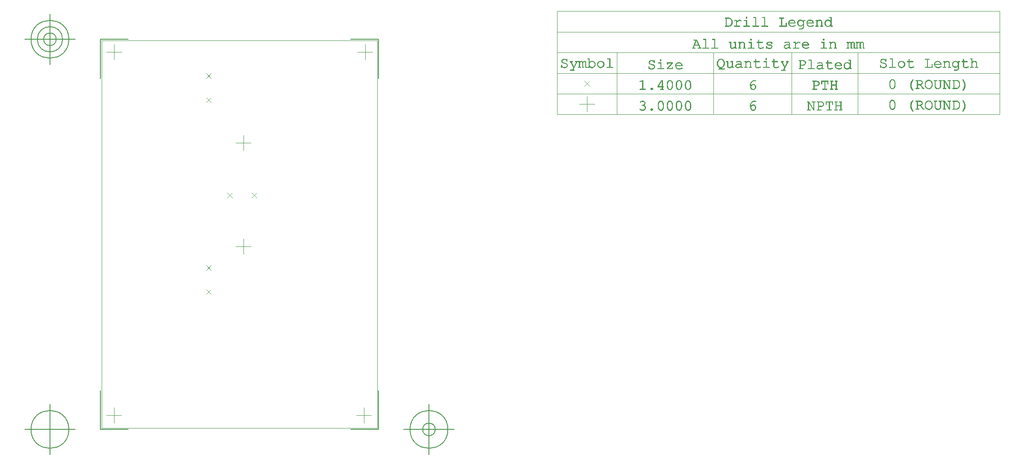
<source format=gbr>
G04 Generated by Ultiboard 14.1 *
%FSLAX34Y34*%
%MOMM*%

%ADD10C,0.0001*%
%ADD11C,0.1000*%
%ADD12C,0.0010*%
%ADD13C,0.1270*%


G04 ColorRGB 000000 for the following layer *
%LNDrill Symbols-Copper Top-Copper Bottom*%
%LPD*%
G54D11*
X40880Y508000D02*
X70880Y508000D01*
X55880Y493000D02*
X55880Y523000D01*
X536180Y508000D02*
X566180Y508000D01*
X551180Y493000D02*
X551180Y523000D01*
X56120Y1214360D02*
X56120Y1244360D01*
X41120Y1229360D02*
X71120Y1229360D01*
X538720Y1229360D02*
X568720Y1229360D01*
X553720Y1214360D02*
X553720Y1244360D01*
X297420Y1049020D02*
X327420Y1049020D01*
X312420Y1034020D02*
X312420Y1064020D01*
X297420Y843280D02*
X327420Y843280D01*
X312420Y828280D02*
X312420Y858280D01*
X328930Y939930D02*
X338830Y949830D01*
X328930Y949830D02*
X338830Y939930D01*
X280930Y939930D02*
X290830Y949830D01*
X280930Y949830D02*
X290830Y939930D01*
X238890Y796290D02*
X248790Y806190D01*
X238890Y806190D02*
X248790Y796290D01*
X238890Y748290D02*
X248790Y758190D01*
X238890Y758190D02*
X248790Y748290D01*
X238890Y1129290D02*
X248790Y1139190D01*
X238890Y1139190D02*
X248790Y1129290D01*
X238890Y1187190D02*
X248790Y1177290D01*
X238890Y1177290D02*
X248790Y1187190D01*
X978494Y1126065D02*
X1008494Y1126065D01*
X993494Y1111065D02*
X993494Y1141065D01*
X988544Y1162115D02*
X998444Y1172015D01*
X988544Y1172015D02*
X998444Y1162115D01*
G54D12*
G36*
X1097881Y1155471D02*
X1097881Y1155471D01*
X1097881Y1155963D01*
X1097834Y1155712D01*
X1097881Y1155471D01*
D02*
G37*
X1097881Y1155963D01*
X1097834Y1155712D01*
X1097881Y1155471D01*
G36*
X1097881Y1155963D02*
X1097881Y1155963D01*
X1097881Y1155471D01*
X1098024Y1155273D01*
X1097881Y1155963D01*
D02*
G37*
X1097881Y1155471D01*
X1098024Y1155273D01*
X1097881Y1155963D01*
G36*
X1098024Y1155273D02*
X1098024Y1155273D01*
X1098024Y1156159D01*
X1097881Y1155963D01*
X1098024Y1155273D01*
D02*
G37*
X1098024Y1156159D01*
X1097881Y1155963D01*
X1098024Y1155273D01*
G36*
X1098024Y1156159D02*
X1098024Y1156159D01*
X1098024Y1155273D01*
X1098277Y1155141D01*
X1098024Y1156159D01*
D02*
G37*
X1098024Y1155273D01*
X1098277Y1155141D01*
X1098024Y1156159D01*
G36*
X1098277Y1155141D02*
X1098277Y1155141D01*
X1098277Y1156286D01*
X1098024Y1156159D01*
X1098277Y1155141D01*
D02*
G37*
X1098277Y1156286D01*
X1098024Y1156159D01*
X1098277Y1155141D01*
G36*
X1098277Y1156286D02*
X1098277Y1156286D01*
X1098277Y1155141D01*
X1098654Y1155097D01*
X1098277Y1156286D01*
D02*
G37*
X1098277Y1155141D01*
X1098654Y1155097D01*
X1098277Y1156286D01*
G36*
X1098654Y1155097D02*
X1098654Y1155097D01*
X1098654Y1156328D01*
X1098277Y1156286D01*
X1098654Y1155097D01*
D02*
G37*
X1098654Y1156328D01*
X1098277Y1156286D01*
X1098654Y1155097D01*
G36*
X1098654Y1156328D02*
X1098654Y1156328D01*
X1098654Y1155097D01*
X1108322Y1155097D01*
X1098654Y1156328D01*
D02*
G37*
X1098654Y1155097D01*
X1108322Y1155097D01*
X1098654Y1156328D01*
G36*
X1108322Y1155097D02*
X1108322Y1155097D01*
X1102873Y1156328D01*
X1098654Y1156328D01*
X1108322Y1155097D01*
D02*
G37*
X1102873Y1156328D01*
X1098654Y1156328D01*
X1108322Y1155097D01*
G36*
X1102873Y1156328D02*
X1102873Y1156328D01*
X1108322Y1155097D01*
X1104103Y1156328D01*
X1102873Y1156328D01*
D02*
G37*
X1108322Y1155097D01*
X1104103Y1156328D01*
X1102873Y1156328D01*
G36*
X1104103Y1156328D02*
X1104103Y1156328D01*
X1102873Y1172031D01*
X1102873Y1156328D01*
X1104103Y1156328D01*
D02*
G37*
X1102873Y1172031D01*
X1102873Y1156328D01*
X1104103Y1156328D01*
G36*
X1102873Y1172031D02*
X1102873Y1172031D01*
X1104103Y1156328D01*
X1104103Y1173730D01*
X1102873Y1172031D01*
D02*
G37*
X1104103Y1156328D01*
X1104103Y1173730D01*
X1102873Y1172031D01*
G36*
X1104103Y1173730D02*
X1104103Y1173730D01*
X1098859Y1170771D01*
X1102873Y1172031D01*
X1104103Y1173730D01*
D02*
G37*
X1098859Y1170771D01*
X1102873Y1172031D01*
X1104103Y1173730D01*
G36*
X1098859Y1170771D02*
X1098859Y1170771D01*
X1104103Y1173730D01*
X1098606Y1170705D01*
X1098859Y1170771D01*
D02*
G37*
X1104103Y1173730D01*
X1098606Y1170705D01*
X1098859Y1170771D01*
G36*
X1098478Y1171958D02*
X1098478Y1171958D01*
X1098174Y1171829D01*
X1098224Y1170729D01*
X1098478Y1171958D01*
D02*
G37*
X1098174Y1171829D01*
X1098224Y1170729D01*
X1098478Y1171958D01*
G36*
X1098478Y1171958D01*
X1098224Y1170729D01*
X1098434Y1170683D01*
X1098478Y1171958D01*
D02*
G37*
X1098224Y1170729D01*
X1098434Y1170683D01*
X1098478Y1171958D01*
G36*
X1098478Y1171958D01*
X1098434Y1170683D01*
X1098606Y1170705D01*
X1098478Y1171958D01*
D02*
G37*
X1098434Y1170683D01*
X1098606Y1170705D01*
X1098478Y1171958D01*
G36*
X1098478Y1171958D01*
X1098606Y1170705D01*
X1104103Y1173730D01*
X1098478Y1171958D01*
D02*
G37*
X1098606Y1170705D01*
X1104103Y1173730D01*
X1098478Y1171958D01*
G36*
X1098174Y1171829D02*
X1098174Y1171829D01*
X1098031Y1170866D01*
X1098224Y1170729D01*
X1098174Y1171829D01*
D02*
G37*
X1098031Y1170866D01*
X1098224Y1170729D01*
X1098174Y1171829D01*
G36*
X1098031Y1170866D02*
X1098031Y1170866D01*
X1098174Y1171829D01*
X1097995Y1171709D01*
X1098031Y1170866D01*
D02*
G37*
X1098174Y1171829D01*
X1097995Y1171709D01*
X1098031Y1170866D01*
G36*
X1097995Y1171709D02*
X1097995Y1171709D01*
X1097894Y1171066D01*
X1098031Y1170866D01*
X1097995Y1171709D01*
D02*
G37*
X1097894Y1171066D01*
X1098031Y1170866D01*
X1097995Y1171709D01*
G36*
X1097894Y1171066D02*
X1097894Y1171066D01*
X1097995Y1171709D01*
X1097885Y1171511D01*
X1097894Y1171066D01*
D02*
G37*
X1097995Y1171709D01*
X1097885Y1171511D01*
X1097894Y1171066D01*
G36*
X1097885Y1171511D02*
X1097885Y1171511D01*
X1097848Y1171298D01*
X1097894Y1171066D01*
X1097885Y1171511D01*
D02*
G37*
X1097848Y1171298D01*
X1097894Y1171066D01*
X1097885Y1171511D01*
G36*
X1108322Y1155097D02*
X1108322Y1155097D01*
X1108322Y1156328D01*
X1104103Y1156328D01*
X1108322Y1155097D01*
D02*
G37*
X1108322Y1156328D01*
X1104103Y1156328D01*
X1108322Y1155097D01*
G36*
X1108322Y1156328D02*
X1108322Y1156328D01*
X1108322Y1155097D01*
X1108699Y1155141D01*
X1108322Y1156328D01*
D02*
G37*
X1108322Y1155097D01*
X1108699Y1155141D01*
X1108322Y1156328D01*
G36*
X1108699Y1155141D02*
X1108699Y1155141D01*
X1108699Y1156286D01*
X1108322Y1156328D01*
X1108699Y1155141D01*
D02*
G37*
X1108699Y1156286D01*
X1108322Y1156328D01*
X1108699Y1155141D01*
G36*
X1108699Y1156286D02*
X1108699Y1156286D01*
X1108699Y1155141D01*
X1108952Y1155273D01*
X1108699Y1156286D01*
D02*
G37*
X1108699Y1155141D01*
X1108952Y1155273D01*
X1108699Y1156286D01*
G36*
X1108952Y1155273D02*
X1108952Y1155273D01*
X1108952Y1156159D01*
X1108699Y1156286D01*
X1108952Y1155273D01*
D02*
G37*
X1108952Y1156159D01*
X1108699Y1156286D01*
X1108952Y1155273D01*
G36*
X1108952Y1156159D02*
X1108952Y1156159D01*
X1108952Y1155273D01*
X1109095Y1155471D01*
X1108952Y1156159D01*
D02*
G37*
X1108952Y1155273D01*
X1109095Y1155471D01*
X1108952Y1156159D01*
G36*
X1109095Y1155471D02*
X1109095Y1155471D01*
X1109095Y1155963D01*
X1108952Y1156159D01*
X1109095Y1155471D01*
D02*
G37*
X1109095Y1155963D01*
X1108952Y1156159D01*
X1109095Y1155471D01*
G36*
X1109095Y1155963D02*
X1109095Y1155963D01*
X1109095Y1155471D01*
X1109142Y1155712D01*
X1109095Y1155963D01*
D02*
G37*
X1109095Y1155471D01*
X1109142Y1155712D01*
X1109095Y1155963D01*
G36*
X1121242Y1158628D02*
X1121242Y1158628D01*
X1120489Y1158485D01*
X1121242Y1158628D01*
D02*
G37*
X1120489Y1158485D01*
X1121242Y1158628D01*
G36*
X1121242Y1158628D01*
X1120489Y1158485D01*
X1119843Y1158056D01*
X1121242Y1158628D01*
D02*
G37*
X1120489Y1158485D01*
X1119843Y1158056D01*
X1121242Y1158628D01*
G36*
X1121242Y1158628D01*
X1119843Y1158056D01*
X1119398Y1157415D01*
X1121242Y1158628D01*
D02*
G37*
X1119843Y1158056D01*
X1119398Y1157415D01*
X1121242Y1158628D01*
G36*
X1121242Y1158628D01*
X1119398Y1157415D01*
X1119250Y1156635D01*
X1121242Y1158628D01*
D02*
G37*
X1119398Y1157415D01*
X1119250Y1156635D01*
X1121242Y1158628D01*
G36*
X1121242Y1158628D01*
X1119250Y1156635D01*
X1119396Y1155875D01*
X1121242Y1158628D01*
D02*
G37*
X1119250Y1156635D01*
X1119396Y1155875D01*
X1121242Y1158628D01*
G36*
X1121242Y1158628D01*
X1119396Y1155875D01*
X1119836Y1155236D01*
X1121242Y1158628D01*
D02*
G37*
X1119396Y1155875D01*
X1119836Y1155236D01*
X1121242Y1158628D01*
G36*
X1121242Y1158628D01*
X1119836Y1155236D01*
X1120480Y1154803D01*
X1121242Y1158628D01*
D02*
G37*
X1119836Y1155236D01*
X1120480Y1154803D01*
X1121242Y1158628D01*
G36*
X1121242Y1158628D01*
X1120480Y1154803D01*
X1121242Y1154658D01*
X1121242Y1158628D01*
D02*
G37*
X1120480Y1154803D01*
X1121242Y1154658D01*
X1121242Y1158628D01*
G36*
X1121242Y1158628D01*
X1121242Y1154658D01*
X1121769Y1154658D01*
X1121242Y1158628D01*
D02*
G37*
X1121242Y1154658D01*
X1121769Y1154658D01*
X1121242Y1158628D01*
G36*
X1121242Y1158628D01*
X1121769Y1154658D01*
X1122522Y1154801D01*
X1121242Y1158628D01*
D02*
G37*
X1121769Y1154658D01*
X1122522Y1154801D01*
X1121242Y1158628D01*
G36*
X1121242Y1158628D01*
X1122522Y1154801D01*
X1123168Y1155229D01*
X1121242Y1158628D01*
D02*
G37*
X1122522Y1154801D01*
X1123168Y1155229D01*
X1121242Y1158628D01*
G36*
X1121242Y1158628D01*
X1123168Y1155229D01*
X1123613Y1155870D01*
X1121242Y1158628D01*
D02*
G37*
X1123168Y1155229D01*
X1123613Y1155870D01*
X1121242Y1158628D01*
G36*
X1121242Y1158628D01*
X1123613Y1155870D01*
X1123761Y1156650D01*
X1121242Y1158628D01*
D02*
G37*
X1123613Y1155870D01*
X1123761Y1156650D01*
X1121242Y1158628D01*
G36*
X1121242Y1158628D01*
X1123761Y1156650D01*
X1123615Y1157410D01*
X1121242Y1158628D01*
D02*
G37*
X1123761Y1156650D01*
X1123615Y1157410D01*
X1121242Y1158628D01*
G36*
X1121242Y1158628D01*
X1123615Y1157410D01*
X1123175Y1158049D01*
X1121242Y1158628D01*
D02*
G37*
X1123615Y1157410D01*
X1123175Y1158049D01*
X1121242Y1158628D01*
G36*
X1121242Y1158628D01*
X1123175Y1158049D01*
X1122531Y1158483D01*
X1121242Y1158628D01*
D02*
G37*
X1123175Y1158049D01*
X1122531Y1158483D01*
X1121242Y1158628D01*
G36*
X1121242Y1158628D01*
X1122531Y1158483D01*
X1121769Y1158628D01*
X1121242Y1158628D01*
D02*
G37*
X1122531Y1158483D01*
X1121769Y1158628D01*
X1121242Y1158628D01*
G36*
X1138706Y1155471D02*
X1138706Y1155471D01*
X1138706Y1155963D01*
X1138659Y1155712D01*
X1138706Y1155471D01*
D02*
G37*
X1138706Y1155963D01*
X1138659Y1155712D01*
X1138706Y1155471D01*
G36*
X1138706Y1155963D02*
X1138706Y1155963D01*
X1138706Y1155471D01*
X1138849Y1155273D01*
X1138706Y1155963D01*
D02*
G37*
X1138706Y1155471D01*
X1138849Y1155273D01*
X1138706Y1155963D01*
G36*
X1138849Y1155273D02*
X1138849Y1155273D01*
X1138849Y1156159D01*
X1138706Y1155963D01*
X1138849Y1155273D01*
D02*
G37*
X1138849Y1156159D01*
X1138706Y1155963D01*
X1138849Y1155273D01*
G36*
X1138849Y1156159D02*
X1138849Y1156159D01*
X1138849Y1155273D01*
X1139106Y1155141D01*
X1138849Y1156159D01*
D02*
G37*
X1138849Y1155273D01*
X1139106Y1155141D01*
X1138849Y1156159D01*
G36*
X1139106Y1155141D02*
X1139106Y1155141D01*
X1139106Y1156286D01*
X1138849Y1156159D01*
X1139106Y1155141D01*
D02*
G37*
X1139106Y1156286D01*
X1138849Y1156159D01*
X1139106Y1155141D01*
G36*
X1139106Y1156286D02*
X1139106Y1156286D01*
X1139106Y1155141D01*
X1139494Y1155097D01*
X1139106Y1156286D01*
D02*
G37*
X1139106Y1155141D01*
X1139494Y1155097D01*
X1139106Y1156286D01*
G36*
X1139494Y1155097D02*
X1139494Y1155097D01*
X1139494Y1156328D01*
X1139106Y1156286D01*
X1139494Y1155097D01*
D02*
G37*
X1139494Y1156328D01*
X1139106Y1156286D01*
X1139494Y1155097D01*
G36*
X1139494Y1156328D02*
X1139494Y1156328D01*
X1139494Y1155097D01*
X1144064Y1155097D01*
X1139494Y1156328D01*
D02*
G37*
X1139494Y1155097D01*
X1144064Y1155097D01*
X1139494Y1156328D01*
G36*
X1144064Y1155097D02*
X1144064Y1155097D01*
X1141794Y1156328D01*
X1139494Y1156328D01*
X1144064Y1155097D01*
D02*
G37*
X1141794Y1156328D01*
X1139494Y1156328D01*
X1144064Y1155097D01*
G36*
X1141794Y1156328D02*
X1141794Y1156328D01*
X1144064Y1155097D01*
X1143039Y1156328D01*
X1141794Y1156328D01*
D02*
G37*
X1144064Y1155097D01*
X1143039Y1156328D01*
X1141794Y1156328D01*
G36*
X1143039Y1156328D02*
X1143039Y1156328D01*
X1141794Y1160239D01*
X1141794Y1156328D01*
X1143039Y1156328D01*
D02*
G37*
X1141794Y1160239D01*
X1141794Y1156328D01*
X1143039Y1156328D01*
G36*
X1141794Y1160239D02*
X1141794Y1160239D01*
X1143039Y1156328D01*
X1141794Y1161469D01*
X1141794Y1160239D01*
D02*
G37*
X1143039Y1156328D01*
X1141794Y1161469D01*
X1141794Y1160239D01*
G36*
X1141794Y1161469D02*
X1141794Y1161469D01*
X1134923Y1161469D01*
X1141794Y1160239D01*
X1141794Y1161469D01*
D02*
G37*
X1134923Y1161469D01*
X1141794Y1160239D01*
X1141794Y1161469D01*
G36*
X1141794Y1160239D02*
X1141794Y1160239D01*
X1133634Y1161660D01*
X1133634Y1160239D01*
X1141794Y1160239D01*
D02*
G37*
X1133634Y1161660D01*
X1133634Y1160239D01*
X1141794Y1160239D01*
G36*
X1133634Y1161660D02*
X1133634Y1161660D01*
X1141794Y1160239D01*
X1134923Y1161469D01*
X1133634Y1161660D01*
D02*
G37*
X1141794Y1160239D01*
X1134923Y1161469D01*
X1133634Y1161660D01*
G36*
X1134923Y1161469D02*
X1134923Y1161469D01*
X1140475Y1173481D01*
X1133634Y1161660D01*
X1134923Y1161469D01*
D02*
G37*
X1140475Y1173481D01*
X1133634Y1161660D01*
X1134923Y1161469D01*
G36*
X1140475Y1173481D02*
X1140475Y1173481D01*
X1134923Y1161469D01*
X1141149Y1172236D01*
X1140475Y1173481D01*
D02*
G37*
X1134923Y1161469D01*
X1141149Y1172236D01*
X1140475Y1173481D01*
G36*
X1141149Y1172236D02*
X1141149Y1172236D01*
X1143039Y1173481D01*
X1140475Y1173481D01*
X1141149Y1172236D01*
D02*
G37*
X1143039Y1173481D01*
X1140475Y1173481D01*
X1141149Y1172236D01*
G36*
X1143039Y1173481D02*
X1143039Y1173481D01*
X1141149Y1172236D01*
X1141794Y1172236D01*
X1143039Y1173481D01*
D02*
G37*
X1141149Y1172236D01*
X1141794Y1172236D01*
X1143039Y1173481D01*
G36*
X1141794Y1172236D02*
X1141794Y1172236D01*
X1143039Y1156328D01*
X1143039Y1173481D01*
X1141794Y1172236D01*
D02*
G37*
X1143039Y1156328D01*
X1143039Y1173481D01*
X1141794Y1172236D01*
G36*
X1143039Y1156328D02*
X1143039Y1156328D01*
X1141794Y1172236D01*
X1141794Y1161469D01*
X1143039Y1156328D01*
D02*
G37*
X1141794Y1172236D01*
X1141794Y1161469D01*
X1143039Y1156328D01*
G36*
X1144851Y1161105D02*
X1144851Y1161105D01*
X1144851Y1160612D01*
X1144899Y1160854D01*
X1144851Y1161105D01*
D02*
G37*
X1144851Y1160612D01*
X1144899Y1160854D01*
X1144851Y1161105D01*
G36*
X1144851Y1160612D02*
X1144851Y1160612D01*
X1144851Y1161105D01*
X1144709Y1161301D01*
X1144851Y1160612D01*
D02*
G37*
X1144851Y1161105D01*
X1144709Y1161301D01*
X1144851Y1160612D01*
G36*
X1144709Y1161301D02*
X1144709Y1161301D01*
X1144709Y1160415D01*
X1144851Y1160612D01*
X1144709Y1161301D01*
D02*
G37*
X1144709Y1160415D01*
X1144851Y1160612D01*
X1144709Y1161301D01*
G36*
X1144709Y1160415D02*
X1144709Y1160415D01*
X1144709Y1161301D01*
X1144452Y1161427D01*
X1144709Y1160415D01*
D02*
G37*
X1144709Y1161301D01*
X1144452Y1161427D01*
X1144709Y1160415D01*
G36*
X1144452Y1161427D02*
X1144452Y1161427D01*
X1144452Y1160283D01*
X1144709Y1160415D01*
X1144452Y1161427D01*
D02*
G37*
X1144452Y1160283D01*
X1144709Y1160415D01*
X1144452Y1161427D01*
G36*
X1144452Y1160283D02*
X1144452Y1160283D01*
X1144452Y1161427D01*
X1144064Y1161469D01*
X1144452Y1160283D01*
D02*
G37*
X1144452Y1161427D01*
X1144064Y1161469D01*
X1144452Y1160283D01*
G36*
X1144064Y1161469D02*
X1144064Y1161469D01*
X1144064Y1160239D01*
X1144452Y1160283D01*
X1144064Y1161469D01*
D02*
G37*
X1144064Y1160239D01*
X1144452Y1160283D01*
X1144064Y1161469D01*
G36*
X1144064Y1160239D02*
X1144064Y1160239D01*
X1144064Y1161469D01*
X1143039Y1161469D01*
X1144064Y1160239D01*
D02*
G37*
X1144064Y1161469D01*
X1143039Y1161469D01*
X1144064Y1160239D01*
G36*
X1143039Y1161469D02*
X1143039Y1161469D01*
X1143039Y1160239D01*
X1144064Y1160239D01*
X1143039Y1161469D01*
D02*
G37*
X1143039Y1160239D01*
X1144064Y1160239D01*
X1143039Y1161469D01*
G36*
X1143039Y1160239D02*
X1143039Y1160239D01*
X1143039Y1173481D01*
X1143039Y1160239D01*
D02*
G37*
X1143039Y1173481D01*
X1143039Y1160239D01*
G36*
X1143039Y1173481D02*
X1143039Y1173481D01*
X1143039Y1156328D01*
X1143039Y1160239D01*
X1143039Y1173481D01*
D02*
G37*
X1143039Y1156328D01*
X1143039Y1160239D01*
X1143039Y1173481D01*
G36*
X1144064Y1155097D02*
X1144064Y1155097D01*
X1144064Y1156328D01*
X1143039Y1156328D01*
X1144064Y1155097D01*
D02*
G37*
X1144064Y1156328D01*
X1143039Y1156328D01*
X1144064Y1155097D01*
G36*
X1144064Y1156328D02*
X1144064Y1156328D01*
X1144064Y1155097D01*
X1144452Y1155141D01*
X1144064Y1156328D01*
D02*
G37*
X1144064Y1155097D01*
X1144452Y1155141D01*
X1144064Y1156328D01*
G36*
X1144452Y1155141D02*
X1144452Y1155141D01*
X1144452Y1156286D01*
X1144064Y1156328D01*
X1144452Y1155141D01*
D02*
G37*
X1144452Y1156286D01*
X1144064Y1156328D01*
X1144452Y1155141D01*
G36*
X1144452Y1156286D02*
X1144452Y1156286D01*
X1144452Y1155141D01*
X1144709Y1155273D01*
X1144452Y1156286D01*
D02*
G37*
X1144452Y1155141D01*
X1144709Y1155273D01*
X1144452Y1156286D01*
G36*
X1144709Y1155273D02*
X1144709Y1155273D01*
X1144709Y1156159D01*
X1144452Y1156286D01*
X1144709Y1155273D01*
D02*
G37*
X1144709Y1156159D01*
X1144452Y1156286D01*
X1144709Y1155273D01*
G36*
X1144709Y1156159D02*
X1144709Y1156159D01*
X1144709Y1155273D01*
X1144851Y1155471D01*
X1144709Y1156159D01*
D02*
G37*
X1144709Y1155273D01*
X1144851Y1155471D01*
X1144709Y1156159D01*
G36*
X1144851Y1155471D02*
X1144851Y1155471D01*
X1144851Y1155963D01*
X1144709Y1156159D01*
X1144851Y1155471D01*
D02*
G37*
X1144851Y1155963D01*
X1144709Y1156159D01*
X1144851Y1155471D01*
G36*
X1144851Y1155963D02*
X1144851Y1155963D01*
X1144851Y1155471D01*
X1144899Y1155712D01*
X1144851Y1155963D01*
D02*
G37*
X1144851Y1155471D01*
X1144899Y1155712D01*
X1144851Y1155963D01*
G36*
X1163070Y1167395D02*
X1163070Y1167395D01*
X1162829Y1168764D01*
X1163033Y1160877D01*
X1163070Y1167395D01*
D02*
G37*
X1162829Y1168764D01*
X1163033Y1160877D01*
X1163070Y1167395D01*
G36*
X1163070Y1167395D01*
X1163033Y1160877D01*
X1163151Y1162758D01*
X1163070Y1167395D01*
D02*
G37*
X1163033Y1160877D01*
X1163151Y1162758D01*
X1163070Y1167395D01*
G36*
X1163070Y1167395D01*
X1163151Y1162758D01*
X1163151Y1165805D01*
X1163070Y1167395D01*
D02*
G37*
X1163151Y1162758D01*
X1163151Y1165805D01*
X1163070Y1167395D01*
G36*
X1162528Y1169691D02*
X1162528Y1169691D01*
X1163033Y1160877D01*
X1162829Y1168764D01*
X1162528Y1169691D01*
D02*
G37*
X1163033Y1160877D01*
X1162829Y1168764D01*
X1162528Y1169691D01*
G36*
X1163033Y1160877D02*
X1163033Y1160877D01*
X1162528Y1169691D01*
X1162096Y1170712D01*
X1163033Y1160877D01*
D02*
G37*
X1162528Y1169691D01*
X1162096Y1170712D01*
X1163033Y1160877D01*
G36*
X1162096Y1170712D02*
X1162096Y1170712D01*
X1162088Y1157735D01*
X1163033Y1160877D01*
X1162096Y1170712D01*
D02*
G37*
X1162088Y1157735D01*
X1163033Y1160877D01*
X1162096Y1170712D01*
G36*
X1162088Y1157735D02*
X1162088Y1157735D01*
X1162096Y1170712D01*
X1161921Y1165644D01*
X1162088Y1157735D01*
D02*
G37*
X1162096Y1170712D01*
X1161921Y1165644D01*
X1162088Y1157735D01*
G36*
X1161921Y1165644D02*
X1161921Y1165644D01*
X1161921Y1162934D01*
X1162088Y1157735D01*
X1161921Y1165644D01*
D02*
G37*
X1161921Y1162934D01*
X1162088Y1157735D01*
X1161921Y1165644D01*
G36*
X1160324Y1171284D02*
X1160324Y1171284D01*
X1160415Y1172970D01*
X1159903Y1171760D01*
X1160324Y1171284D01*
D02*
G37*
X1160415Y1172970D01*
X1159903Y1171760D01*
X1160324Y1171284D01*
G36*
X1160415Y1172970D02*
X1160415Y1172970D01*
X1160324Y1171284D01*
X1160908Y1170238D01*
X1160415Y1172970D01*
D02*
G37*
X1160324Y1171284D01*
X1160908Y1170238D01*
X1160415Y1172970D01*
G36*
X1160908Y1170238D02*
X1160908Y1170238D01*
X1161159Y1172280D01*
X1160415Y1172970D01*
X1160908Y1170238D01*
D02*
G37*
X1161159Y1172280D01*
X1160415Y1172970D01*
X1160908Y1170238D01*
G36*
X1161159Y1172280D02*
X1161159Y1172280D01*
X1160908Y1170238D01*
X1161430Y1168889D01*
X1161159Y1172280D01*
D02*
G37*
X1160908Y1170238D01*
X1161430Y1168889D01*
X1161159Y1172280D01*
G36*
X1161430Y1168889D02*
X1161430Y1168889D01*
X1161613Y1171639D01*
X1161159Y1172280D01*
X1161430Y1168889D01*
D02*
G37*
X1161613Y1171639D01*
X1161159Y1172280D01*
X1161430Y1168889D01*
G36*
X1161613Y1171639D02*
X1161613Y1171639D01*
X1161430Y1168889D01*
X1161798Y1167327D01*
X1161613Y1171639D01*
D02*
G37*
X1161430Y1168889D01*
X1161798Y1167327D01*
X1161613Y1171639D01*
G36*
X1161798Y1167327D02*
X1161798Y1167327D01*
X1162096Y1170712D01*
X1161613Y1171639D01*
X1161798Y1167327D01*
D02*
G37*
X1162096Y1170712D01*
X1161613Y1171639D01*
X1161798Y1167327D01*
G36*
X1162096Y1170712D02*
X1162096Y1170712D01*
X1161798Y1167327D01*
X1161921Y1165644D01*
X1162096Y1170712D01*
D02*
G37*
X1161798Y1167327D01*
X1161921Y1165644D01*
X1162096Y1170712D01*
G36*
X1158485Y1172547D02*
X1158485Y1172547D01*
X1158544Y1173812D01*
X1157497Y1172675D01*
X1158485Y1172547D01*
D02*
G37*
X1158544Y1173812D01*
X1157497Y1172675D01*
X1158485Y1172547D01*
G36*
X1158544Y1173812D02*
X1158544Y1173812D01*
X1158485Y1172547D01*
X1159372Y1172163D01*
X1158544Y1173812D01*
D02*
G37*
X1158485Y1172547D01*
X1159372Y1172163D01*
X1158544Y1173812D01*
G36*
X1159372Y1172163D02*
X1159372Y1172163D01*
X1159533Y1173488D01*
X1158544Y1173812D01*
X1159372Y1172163D01*
D02*
G37*
X1159533Y1173488D01*
X1158544Y1173812D01*
X1159372Y1172163D01*
G36*
X1159533Y1173488D02*
X1159533Y1173488D01*
X1159372Y1172163D01*
X1159903Y1171760D01*
X1159533Y1173488D01*
D02*
G37*
X1159372Y1172163D01*
X1159903Y1171760D01*
X1159533Y1173488D01*
G36*
X1159903Y1171760D02*
X1159903Y1171760D01*
X1160415Y1172970D01*
X1159533Y1173488D01*
X1159903Y1171760D01*
D02*
G37*
X1160415Y1172970D01*
X1159533Y1173488D01*
X1159903Y1171760D01*
G36*
X1153747Y1169467D02*
X1153747Y1169467D01*
X1153747Y1172104D01*
X1153161Y1167006D01*
X1153747Y1169467D01*
D02*
G37*
X1153747Y1172104D01*
X1153161Y1167006D01*
X1153747Y1169467D01*
G36*
X1153747Y1172104D02*
X1153747Y1172104D01*
X1153747Y1169467D01*
X1154259Y1170566D01*
X1153747Y1172104D01*
D02*
G37*
X1153747Y1169467D01*
X1154259Y1170566D01*
X1153747Y1172104D01*
G36*
X1154259Y1170566D02*
X1154259Y1170566D01*
X1154535Y1172899D01*
X1153747Y1172104D01*
X1154259Y1170566D01*
D02*
G37*
X1154535Y1172899D01*
X1153747Y1172104D01*
X1154259Y1170566D01*
G36*
X1154535Y1172899D02*
X1154535Y1172899D01*
X1154259Y1170566D01*
X1154901Y1171489D01*
X1154535Y1172899D01*
D02*
G37*
X1154259Y1170566D01*
X1154901Y1171489D01*
X1154535Y1172899D01*
G36*
X1154901Y1171489D02*
X1154901Y1171489D01*
X1156403Y1173807D01*
X1154535Y1172899D01*
X1154901Y1171489D01*
D02*
G37*
X1156403Y1173807D01*
X1154535Y1172899D01*
X1154901Y1171489D01*
G36*
X1156403Y1173807D02*
X1156403Y1173807D01*
X1154901Y1171489D01*
X1156520Y1172544D01*
X1156403Y1173807D01*
D02*
G37*
X1154901Y1171489D01*
X1156520Y1172544D01*
X1156403Y1173807D01*
G36*
X1156520Y1172544D02*
X1156520Y1172544D01*
X1157482Y1173920D01*
X1156403Y1173807D01*
X1156520Y1172544D01*
D02*
G37*
X1157482Y1173920D01*
X1156403Y1173807D01*
X1156520Y1172544D01*
G36*
X1157482Y1173920D02*
X1157482Y1173920D01*
X1156520Y1172544D01*
X1157497Y1172675D01*
X1157482Y1173920D01*
D02*
G37*
X1156520Y1172544D01*
X1157497Y1172675D01*
X1157482Y1173920D01*
G36*
X1157497Y1172675D02*
X1157497Y1172675D01*
X1158544Y1173812D01*
X1157482Y1173920D01*
X1157497Y1172675D01*
D02*
G37*
X1158544Y1173812D01*
X1157482Y1173920D01*
X1157497Y1172675D01*
G36*
X1152920Y1170842D02*
X1152920Y1170842D01*
X1151975Y1167693D01*
X1152194Y1159814D01*
X1152920Y1170842D01*
D02*
G37*
X1151975Y1167693D01*
X1152194Y1159814D01*
X1152920Y1170842D01*
G36*
X1152920Y1170842D01*
X1152194Y1159814D01*
X1152485Y1158877D01*
X1152920Y1170842D01*
D02*
G37*
X1152194Y1159814D01*
X1152485Y1158877D01*
X1152920Y1170842D01*
G36*
X1152920Y1170842D01*
X1152485Y1158877D01*
X1152919Y1157851D01*
X1152920Y1170842D01*
D02*
G37*
X1152485Y1158877D01*
X1152919Y1157851D01*
X1152920Y1170842D01*
G36*
X1152920Y1170842D01*
X1152919Y1157851D01*
X1153088Y1162934D01*
X1152920Y1170842D01*
D02*
G37*
X1152919Y1157851D01*
X1153088Y1162934D01*
X1152920Y1170842D01*
G36*
X1152920Y1170842D01*
X1153088Y1162934D01*
X1153088Y1165644D01*
X1152920Y1170842D01*
D02*
G37*
X1153088Y1162934D01*
X1153088Y1165644D01*
X1152920Y1170842D01*
G36*
X1152920Y1170842D01*
X1153088Y1165644D01*
X1153161Y1167006D01*
X1152920Y1170842D01*
D02*
G37*
X1153088Y1165644D01*
X1153161Y1167006D01*
X1152920Y1170842D01*
G36*
X1152920Y1170842D01*
X1153161Y1167006D01*
X1153747Y1172104D01*
X1152920Y1170842D01*
D02*
G37*
X1153161Y1167006D01*
X1153747Y1172104D01*
X1152920Y1170842D01*
G36*
X1161847Y1161571D02*
X1161847Y1161571D01*
X1162088Y1157735D01*
X1161921Y1162934D01*
X1161847Y1161571D01*
D02*
G37*
X1162088Y1157735D01*
X1161921Y1162934D01*
X1161847Y1161571D01*
G36*
X1162088Y1157735D02*
X1162088Y1157735D01*
X1161847Y1161571D01*
X1161261Y1159107D01*
X1162088Y1157735D01*
D02*
G37*
X1161847Y1161571D01*
X1161261Y1159107D01*
X1162088Y1157735D01*
G36*
X1161261Y1159107D02*
X1161261Y1159107D01*
X1161261Y1156474D01*
X1162088Y1157735D01*
X1161261Y1159107D01*
D02*
G37*
X1161261Y1156474D01*
X1162088Y1157735D01*
X1161261Y1159107D01*
G36*
X1161261Y1156474D02*
X1161261Y1156474D01*
X1161261Y1159107D01*
X1160749Y1158005D01*
X1161261Y1156474D01*
D02*
G37*
X1161261Y1159107D01*
X1160749Y1158005D01*
X1161261Y1156474D01*
G36*
X1160749Y1158005D02*
X1160749Y1158005D01*
X1160473Y1155680D01*
X1161261Y1156474D01*
X1160749Y1158005D01*
D02*
G37*
X1160473Y1155680D01*
X1161261Y1156474D01*
X1160749Y1158005D01*
G36*
X1160473Y1155680D02*
X1160473Y1155680D01*
X1160749Y1158005D01*
X1160108Y1157079D01*
X1160473Y1155680D01*
D02*
G37*
X1160749Y1158005D01*
X1160108Y1157079D01*
X1160473Y1155680D01*
G36*
X1160108Y1157079D02*
X1160108Y1157079D01*
X1158605Y1154772D01*
X1160473Y1155680D01*
X1160108Y1157079D01*
D02*
G37*
X1158605Y1154772D01*
X1160473Y1155680D01*
X1160108Y1157079D01*
G36*
X1158605Y1154772D02*
X1158605Y1154772D01*
X1160108Y1157079D01*
X1158496Y1156021D01*
X1158605Y1154772D01*
D02*
G37*
X1160108Y1157079D01*
X1158496Y1156021D01*
X1158605Y1154772D01*
G36*
X1158496Y1156021D02*
X1158496Y1156021D01*
X1157526Y1155888D01*
X1158605Y1154772D01*
X1158496Y1156021D01*
D02*
G37*
X1157526Y1155888D01*
X1158605Y1154772D01*
X1158496Y1156021D01*
G36*
X1157526Y1155888D02*
X1157526Y1155888D01*
X1157526Y1154658D01*
X1158605Y1154772D01*
X1157526Y1155888D01*
D02*
G37*
X1157526Y1154658D01*
X1158605Y1154772D01*
X1157526Y1155888D01*
G36*
X1157526Y1154658D02*
X1157526Y1154658D01*
X1157526Y1155888D01*
X1156526Y1156020D01*
X1157526Y1154658D01*
D02*
G37*
X1157526Y1155888D01*
X1156526Y1156020D01*
X1157526Y1154658D01*
G36*
X1156526Y1156020D02*
X1156526Y1156020D01*
X1156473Y1154766D01*
X1157526Y1154658D01*
X1156526Y1156020D01*
D02*
G37*
X1156473Y1154766D01*
X1157526Y1154658D01*
X1156526Y1156020D01*
G36*
X1156473Y1154766D02*
X1156473Y1154766D01*
X1156526Y1156020D01*
X1155636Y1156416D01*
X1156473Y1154766D01*
D02*
G37*
X1156526Y1156020D01*
X1155636Y1156416D01*
X1156473Y1154766D01*
G36*
X1155636Y1156416D02*
X1155636Y1156416D01*
X1155483Y1155090D01*
X1156473Y1154766D01*
X1155636Y1156416D01*
D02*
G37*
X1155483Y1155090D01*
X1156473Y1154766D01*
X1155636Y1156416D01*
G36*
X1155483Y1155090D02*
X1155483Y1155090D01*
X1155636Y1156416D01*
X1155109Y1156815D01*
X1155483Y1155090D01*
D02*
G37*
X1155636Y1156416D01*
X1155109Y1156815D01*
X1155483Y1155090D01*
G36*
X1155109Y1156815D02*
X1155109Y1156815D01*
X1154699Y1157280D01*
X1155483Y1155090D01*
X1155109Y1156815D01*
D02*
G37*
X1154699Y1157280D01*
X1155483Y1155090D01*
X1155109Y1156815D01*
G36*
X1154699Y1157280D02*
X1154699Y1157280D01*
X1154594Y1155608D01*
X1155483Y1155090D01*
X1154699Y1157280D01*
D02*
G37*
X1154594Y1155608D01*
X1155483Y1155090D01*
X1154699Y1157280D01*
G36*
X1154594Y1155608D02*
X1154594Y1155608D01*
X1154699Y1157280D01*
X1154104Y1158327D01*
X1154594Y1155608D01*
D02*
G37*
X1154699Y1157280D01*
X1154104Y1158327D01*
X1154594Y1155608D01*
G36*
X1154104Y1158327D02*
X1154104Y1158327D01*
X1153849Y1156298D01*
X1154594Y1155608D01*
X1154104Y1158327D01*
D02*
G37*
X1153849Y1156298D01*
X1154594Y1155608D01*
X1154104Y1158327D01*
G36*
X1153849Y1156298D02*
X1153849Y1156298D01*
X1154104Y1158327D01*
X1153578Y1159682D01*
X1153849Y1156298D01*
D02*
G37*
X1154104Y1158327D01*
X1153578Y1159682D01*
X1153849Y1156298D01*
G36*
X1153578Y1159682D02*
X1153578Y1159682D01*
X1153404Y1156928D01*
X1153849Y1156298D01*
X1153578Y1159682D01*
D02*
G37*
X1153404Y1156928D01*
X1153849Y1156298D01*
X1153578Y1159682D01*
G36*
X1153404Y1156928D02*
X1153404Y1156928D01*
X1153578Y1159682D01*
X1153210Y1161250D01*
X1153404Y1156928D01*
D02*
G37*
X1153578Y1159682D01*
X1153210Y1161250D01*
X1153404Y1156928D01*
G36*
X1153210Y1161250D02*
X1153210Y1161250D01*
X1153088Y1162934D01*
X1153404Y1156928D01*
X1153210Y1161250D01*
D02*
G37*
X1153088Y1162934D01*
X1153404Y1156928D01*
X1153210Y1161250D01*
G36*
X1151941Y1161180D02*
X1151941Y1161180D01*
X1152194Y1159814D01*
X1151975Y1167693D01*
X1151941Y1161180D01*
D02*
G37*
X1152194Y1159814D01*
X1151975Y1167693D01*
X1151941Y1161180D01*
G36*
X1151941Y1161180D01*
X1151975Y1167693D01*
X1151857Y1165805D01*
X1151941Y1161180D01*
D02*
G37*
X1151975Y1167693D01*
X1151857Y1165805D01*
X1151941Y1161180D01*
G36*
X1151941Y1161180D01*
X1151857Y1165805D01*
X1151857Y1162758D01*
X1151941Y1161180D01*
D02*
G37*
X1151857Y1165805D01*
X1151857Y1162758D01*
X1151941Y1161180D01*
G36*
X1153088Y1162934D02*
X1153088Y1162934D01*
X1152919Y1157851D01*
X1153404Y1156928D01*
X1153088Y1162934D01*
D02*
G37*
X1152919Y1157851D01*
X1153404Y1156928D01*
X1153088Y1162934D01*
G36*
X1181073Y1167395D02*
X1181073Y1167395D01*
X1180832Y1168764D01*
X1181036Y1160877D01*
X1181073Y1167395D01*
D02*
G37*
X1180832Y1168764D01*
X1181036Y1160877D01*
X1181073Y1167395D01*
G36*
X1181073Y1167395D01*
X1181036Y1160877D01*
X1181154Y1162758D01*
X1181073Y1167395D01*
D02*
G37*
X1181036Y1160877D01*
X1181154Y1162758D01*
X1181073Y1167395D01*
G36*
X1181073Y1167395D01*
X1181154Y1162758D01*
X1181154Y1165805D01*
X1181073Y1167395D01*
D02*
G37*
X1181154Y1162758D01*
X1181154Y1165805D01*
X1181073Y1167395D01*
G36*
X1180531Y1169691D02*
X1180531Y1169691D01*
X1181036Y1160877D01*
X1180832Y1168764D01*
X1180531Y1169691D01*
D02*
G37*
X1181036Y1160877D01*
X1180832Y1168764D01*
X1180531Y1169691D01*
G36*
X1181036Y1160877D02*
X1181036Y1160877D01*
X1180531Y1169691D01*
X1180099Y1170712D01*
X1181036Y1160877D01*
D02*
G37*
X1180531Y1169691D01*
X1180099Y1170712D01*
X1181036Y1160877D01*
G36*
X1180099Y1170712D02*
X1180099Y1170712D01*
X1180091Y1157735D01*
X1181036Y1160877D01*
X1180099Y1170712D01*
D02*
G37*
X1180091Y1157735D01*
X1181036Y1160877D01*
X1180099Y1170712D01*
G36*
X1180091Y1157735D02*
X1180091Y1157735D01*
X1180099Y1170712D01*
X1179923Y1165644D01*
X1180091Y1157735D01*
D02*
G37*
X1180099Y1170712D01*
X1179923Y1165644D01*
X1180091Y1157735D01*
G36*
X1179923Y1165644D02*
X1179923Y1165644D01*
X1179923Y1162934D01*
X1180091Y1157735D01*
X1179923Y1165644D01*
D02*
G37*
X1179923Y1162934D01*
X1180091Y1157735D01*
X1179923Y1165644D01*
G36*
X1178327Y1171284D02*
X1178327Y1171284D01*
X1178418Y1172970D01*
X1177906Y1171760D01*
X1178327Y1171284D01*
D02*
G37*
X1178418Y1172970D01*
X1177906Y1171760D01*
X1178327Y1171284D01*
G36*
X1178418Y1172970D02*
X1178418Y1172970D01*
X1178327Y1171284D01*
X1178911Y1170238D01*
X1178418Y1172970D01*
D02*
G37*
X1178327Y1171284D01*
X1178911Y1170238D01*
X1178418Y1172970D01*
G36*
X1178911Y1170238D02*
X1178911Y1170238D01*
X1179162Y1172280D01*
X1178418Y1172970D01*
X1178911Y1170238D01*
D02*
G37*
X1179162Y1172280D01*
X1178418Y1172970D01*
X1178911Y1170238D01*
G36*
X1179162Y1172280D02*
X1179162Y1172280D01*
X1178911Y1170238D01*
X1179433Y1168889D01*
X1179162Y1172280D01*
D02*
G37*
X1178911Y1170238D01*
X1179433Y1168889D01*
X1179162Y1172280D01*
G36*
X1179433Y1168889D02*
X1179433Y1168889D01*
X1179616Y1171639D01*
X1179162Y1172280D01*
X1179433Y1168889D01*
D02*
G37*
X1179616Y1171639D01*
X1179162Y1172280D01*
X1179433Y1168889D01*
G36*
X1179616Y1171639D02*
X1179616Y1171639D01*
X1179433Y1168889D01*
X1179801Y1167327D01*
X1179616Y1171639D01*
D02*
G37*
X1179433Y1168889D01*
X1179801Y1167327D01*
X1179616Y1171639D01*
G36*
X1179801Y1167327D02*
X1179801Y1167327D01*
X1180099Y1170712D01*
X1179616Y1171639D01*
X1179801Y1167327D01*
D02*
G37*
X1180099Y1170712D01*
X1179616Y1171639D01*
X1179801Y1167327D01*
G36*
X1180099Y1170712D02*
X1180099Y1170712D01*
X1179801Y1167327D01*
X1179923Y1165644D01*
X1180099Y1170712D01*
D02*
G37*
X1179801Y1167327D01*
X1179923Y1165644D01*
X1180099Y1170712D01*
G36*
X1176488Y1172547D02*
X1176488Y1172547D01*
X1176547Y1173812D01*
X1175500Y1172675D01*
X1176488Y1172547D01*
D02*
G37*
X1176547Y1173812D01*
X1175500Y1172675D01*
X1176488Y1172547D01*
G36*
X1176547Y1173812D02*
X1176547Y1173812D01*
X1176488Y1172547D01*
X1177375Y1172163D01*
X1176547Y1173812D01*
D02*
G37*
X1176488Y1172547D01*
X1177375Y1172163D01*
X1176547Y1173812D01*
G36*
X1177375Y1172163D02*
X1177375Y1172163D01*
X1177536Y1173488D01*
X1176547Y1173812D01*
X1177375Y1172163D01*
D02*
G37*
X1177536Y1173488D01*
X1176547Y1173812D01*
X1177375Y1172163D01*
G36*
X1177536Y1173488D02*
X1177536Y1173488D01*
X1177375Y1172163D01*
X1177906Y1171760D01*
X1177536Y1173488D01*
D02*
G37*
X1177375Y1172163D01*
X1177906Y1171760D01*
X1177536Y1173488D01*
G36*
X1177906Y1171760D02*
X1177906Y1171760D01*
X1178418Y1172970D01*
X1177536Y1173488D01*
X1177906Y1171760D01*
D02*
G37*
X1178418Y1172970D01*
X1177536Y1173488D01*
X1177906Y1171760D01*
G36*
X1171750Y1169467D02*
X1171750Y1169467D01*
X1171750Y1172104D01*
X1171164Y1167006D01*
X1171750Y1169467D01*
D02*
G37*
X1171750Y1172104D01*
X1171164Y1167006D01*
X1171750Y1169467D01*
G36*
X1171750Y1172104D02*
X1171750Y1172104D01*
X1171750Y1169467D01*
X1172262Y1170566D01*
X1171750Y1172104D01*
D02*
G37*
X1171750Y1169467D01*
X1172262Y1170566D01*
X1171750Y1172104D01*
G36*
X1172262Y1170566D02*
X1172262Y1170566D01*
X1172538Y1172899D01*
X1171750Y1172104D01*
X1172262Y1170566D01*
D02*
G37*
X1172538Y1172899D01*
X1171750Y1172104D01*
X1172262Y1170566D01*
G36*
X1172538Y1172899D02*
X1172538Y1172899D01*
X1172262Y1170566D01*
X1172904Y1171489D01*
X1172538Y1172899D01*
D02*
G37*
X1172262Y1170566D01*
X1172904Y1171489D01*
X1172538Y1172899D01*
G36*
X1172904Y1171489D02*
X1172904Y1171489D01*
X1174406Y1173807D01*
X1172538Y1172899D01*
X1172904Y1171489D01*
D02*
G37*
X1174406Y1173807D01*
X1172538Y1172899D01*
X1172904Y1171489D01*
G36*
X1174406Y1173807D02*
X1174406Y1173807D01*
X1172904Y1171489D01*
X1174523Y1172544D01*
X1174406Y1173807D01*
D02*
G37*
X1172904Y1171489D01*
X1174523Y1172544D01*
X1174406Y1173807D01*
G36*
X1174523Y1172544D02*
X1174523Y1172544D01*
X1175485Y1173920D01*
X1174406Y1173807D01*
X1174523Y1172544D01*
D02*
G37*
X1175485Y1173920D01*
X1174406Y1173807D01*
X1174523Y1172544D01*
G36*
X1175485Y1173920D02*
X1175485Y1173920D01*
X1174523Y1172544D01*
X1175500Y1172675D01*
X1175485Y1173920D01*
D02*
G37*
X1174523Y1172544D01*
X1175500Y1172675D01*
X1175485Y1173920D01*
G36*
X1175500Y1172675D02*
X1175500Y1172675D01*
X1176547Y1173812D01*
X1175485Y1173920D01*
X1175500Y1172675D01*
D02*
G37*
X1176547Y1173812D01*
X1175485Y1173920D01*
X1175500Y1172675D01*
G36*
X1170923Y1170842D02*
X1170923Y1170842D01*
X1169978Y1167693D01*
X1170197Y1159814D01*
X1170923Y1170842D01*
D02*
G37*
X1169978Y1167693D01*
X1170197Y1159814D01*
X1170923Y1170842D01*
G36*
X1170923Y1170842D01*
X1170197Y1159814D01*
X1170488Y1158877D01*
X1170923Y1170842D01*
D02*
G37*
X1170197Y1159814D01*
X1170488Y1158877D01*
X1170923Y1170842D01*
G36*
X1170923Y1170842D01*
X1170488Y1158877D01*
X1170922Y1157851D01*
X1170923Y1170842D01*
D02*
G37*
X1170488Y1158877D01*
X1170922Y1157851D01*
X1170923Y1170842D01*
G36*
X1170923Y1170842D01*
X1170922Y1157851D01*
X1171090Y1162934D01*
X1170923Y1170842D01*
D02*
G37*
X1170922Y1157851D01*
X1171090Y1162934D01*
X1170923Y1170842D01*
G36*
X1170923Y1170842D01*
X1171090Y1162934D01*
X1171090Y1165644D01*
X1170923Y1170842D01*
D02*
G37*
X1171090Y1162934D01*
X1171090Y1165644D01*
X1170923Y1170842D01*
G36*
X1170923Y1170842D01*
X1171090Y1165644D01*
X1171164Y1167006D01*
X1170923Y1170842D01*
D02*
G37*
X1171090Y1165644D01*
X1171164Y1167006D01*
X1170923Y1170842D01*
G36*
X1170923Y1170842D01*
X1171164Y1167006D01*
X1171750Y1172104D01*
X1170923Y1170842D01*
D02*
G37*
X1171164Y1167006D01*
X1171750Y1172104D01*
X1170923Y1170842D01*
G36*
X1179850Y1161571D02*
X1179850Y1161571D01*
X1180091Y1157735D01*
X1179923Y1162934D01*
X1179850Y1161571D01*
D02*
G37*
X1180091Y1157735D01*
X1179923Y1162934D01*
X1179850Y1161571D01*
G36*
X1180091Y1157735D02*
X1180091Y1157735D01*
X1179850Y1161571D01*
X1179264Y1159107D01*
X1180091Y1157735D01*
D02*
G37*
X1179850Y1161571D01*
X1179264Y1159107D01*
X1180091Y1157735D01*
G36*
X1179264Y1159107D02*
X1179264Y1159107D01*
X1179264Y1156474D01*
X1180091Y1157735D01*
X1179264Y1159107D01*
D02*
G37*
X1179264Y1156474D01*
X1180091Y1157735D01*
X1179264Y1159107D01*
G36*
X1179264Y1156474D02*
X1179264Y1156474D01*
X1179264Y1159107D01*
X1178752Y1158005D01*
X1179264Y1156474D01*
D02*
G37*
X1179264Y1159107D01*
X1178752Y1158005D01*
X1179264Y1156474D01*
G36*
X1178752Y1158005D02*
X1178752Y1158005D01*
X1178476Y1155680D01*
X1179264Y1156474D01*
X1178752Y1158005D01*
D02*
G37*
X1178476Y1155680D01*
X1179264Y1156474D01*
X1178752Y1158005D01*
G36*
X1178476Y1155680D02*
X1178476Y1155680D01*
X1178752Y1158005D01*
X1178111Y1157079D01*
X1178476Y1155680D01*
D02*
G37*
X1178752Y1158005D01*
X1178111Y1157079D01*
X1178476Y1155680D01*
G36*
X1178111Y1157079D02*
X1178111Y1157079D01*
X1176608Y1154772D01*
X1178476Y1155680D01*
X1178111Y1157079D01*
D02*
G37*
X1176608Y1154772D01*
X1178476Y1155680D01*
X1178111Y1157079D01*
G36*
X1176608Y1154772D02*
X1176608Y1154772D01*
X1178111Y1157079D01*
X1176499Y1156021D01*
X1176608Y1154772D01*
D02*
G37*
X1178111Y1157079D01*
X1176499Y1156021D01*
X1176608Y1154772D01*
G36*
X1176499Y1156021D02*
X1176499Y1156021D01*
X1175529Y1155888D01*
X1176608Y1154772D01*
X1176499Y1156021D01*
D02*
G37*
X1175529Y1155888D01*
X1176608Y1154772D01*
X1176499Y1156021D01*
G36*
X1175529Y1155888D02*
X1175529Y1155888D01*
X1175529Y1154658D01*
X1176608Y1154772D01*
X1175529Y1155888D01*
D02*
G37*
X1175529Y1154658D01*
X1176608Y1154772D01*
X1175529Y1155888D01*
G36*
X1175529Y1154658D02*
X1175529Y1154658D01*
X1175529Y1155888D01*
X1174529Y1156020D01*
X1175529Y1154658D01*
D02*
G37*
X1175529Y1155888D01*
X1174529Y1156020D01*
X1175529Y1154658D01*
G36*
X1174529Y1156020D02*
X1174529Y1156020D01*
X1174476Y1154766D01*
X1175529Y1154658D01*
X1174529Y1156020D01*
D02*
G37*
X1174476Y1154766D01*
X1175529Y1154658D01*
X1174529Y1156020D01*
G36*
X1174476Y1154766D02*
X1174476Y1154766D01*
X1174529Y1156020D01*
X1173639Y1156416D01*
X1174476Y1154766D01*
D02*
G37*
X1174529Y1156020D01*
X1173639Y1156416D01*
X1174476Y1154766D01*
G36*
X1173639Y1156416D02*
X1173639Y1156416D01*
X1173485Y1155090D01*
X1174476Y1154766D01*
X1173639Y1156416D01*
D02*
G37*
X1173485Y1155090D01*
X1174476Y1154766D01*
X1173639Y1156416D01*
G36*
X1173485Y1155090D02*
X1173485Y1155090D01*
X1173639Y1156416D01*
X1173112Y1156815D01*
X1173485Y1155090D01*
D02*
G37*
X1173639Y1156416D01*
X1173112Y1156815D01*
X1173485Y1155090D01*
G36*
X1173112Y1156815D02*
X1173112Y1156815D01*
X1172702Y1157280D01*
X1173485Y1155090D01*
X1173112Y1156815D01*
D02*
G37*
X1172702Y1157280D01*
X1173485Y1155090D01*
X1173112Y1156815D01*
G36*
X1172702Y1157280D02*
X1172702Y1157280D01*
X1172597Y1155608D01*
X1173485Y1155090D01*
X1172702Y1157280D01*
D02*
G37*
X1172597Y1155608D01*
X1173485Y1155090D01*
X1172702Y1157280D01*
G36*
X1172597Y1155608D02*
X1172597Y1155608D01*
X1172702Y1157280D01*
X1172107Y1158327D01*
X1172597Y1155608D01*
D02*
G37*
X1172702Y1157280D01*
X1172107Y1158327D01*
X1172597Y1155608D01*
G36*
X1172107Y1158327D02*
X1172107Y1158327D01*
X1171852Y1156298D01*
X1172597Y1155608D01*
X1172107Y1158327D01*
D02*
G37*
X1171852Y1156298D01*
X1172597Y1155608D01*
X1172107Y1158327D01*
G36*
X1171852Y1156298D02*
X1171852Y1156298D01*
X1172107Y1158327D01*
X1171581Y1159682D01*
X1171852Y1156298D01*
D02*
G37*
X1172107Y1158327D01*
X1171581Y1159682D01*
X1171852Y1156298D01*
G36*
X1171581Y1159682D02*
X1171581Y1159682D01*
X1171407Y1156928D01*
X1171852Y1156298D01*
X1171581Y1159682D01*
D02*
G37*
X1171407Y1156928D01*
X1171852Y1156298D01*
X1171581Y1159682D01*
G36*
X1171407Y1156928D02*
X1171407Y1156928D01*
X1171581Y1159682D01*
X1171213Y1161250D01*
X1171407Y1156928D01*
D02*
G37*
X1171581Y1159682D01*
X1171213Y1161250D01*
X1171407Y1156928D01*
G36*
X1171213Y1161250D02*
X1171213Y1161250D01*
X1171090Y1162934D01*
X1171407Y1156928D01*
X1171213Y1161250D01*
D02*
G37*
X1171090Y1162934D01*
X1171407Y1156928D01*
X1171213Y1161250D01*
G36*
X1169944Y1161180D02*
X1169944Y1161180D01*
X1170197Y1159814D01*
X1169978Y1167693D01*
X1169944Y1161180D01*
D02*
G37*
X1170197Y1159814D01*
X1169978Y1167693D01*
X1169944Y1161180D01*
G36*
X1169944Y1161180D01*
X1169978Y1167693D01*
X1169860Y1165805D01*
X1169944Y1161180D01*
D02*
G37*
X1169978Y1167693D01*
X1169860Y1165805D01*
X1169944Y1161180D01*
G36*
X1169944Y1161180D01*
X1169860Y1165805D01*
X1169860Y1162758D01*
X1169944Y1161180D01*
D02*
G37*
X1169860Y1165805D01*
X1169860Y1162758D01*
X1169944Y1161180D01*
G36*
X1171090Y1162934D02*
X1171090Y1162934D01*
X1170922Y1157851D01*
X1171407Y1156928D01*
X1171090Y1162934D01*
D02*
G37*
X1170922Y1157851D01*
X1171407Y1156928D01*
X1171090Y1162934D01*
G36*
X1199076Y1167395D02*
X1199076Y1167395D01*
X1198835Y1168764D01*
X1199039Y1160877D01*
X1199076Y1167395D01*
D02*
G37*
X1198835Y1168764D01*
X1199039Y1160877D01*
X1199076Y1167395D01*
G36*
X1199076Y1167395D01*
X1199039Y1160877D01*
X1199157Y1162758D01*
X1199076Y1167395D01*
D02*
G37*
X1199039Y1160877D01*
X1199157Y1162758D01*
X1199076Y1167395D01*
G36*
X1199076Y1167395D01*
X1199157Y1162758D01*
X1199157Y1165805D01*
X1199076Y1167395D01*
D02*
G37*
X1199157Y1162758D01*
X1199157Y1165805D01*
X1199076Y1167395D01*
G36*
X1198534Y1169691D02*
X1198534Y1169691D01*
X1199039Y1160877D01*
X1198835Y1168764D01*
X1198534Y1169691D01*
D02*
G37*
X1199039Y1160877D01*
X1198835Y1168764D01*
X1198534Y1169691D01*
G36*
X1199039Y1160877D02*
X1199039Y1160877D01*
X1198534Y1169691D01*
X1198102Y1170712D01*
X1199039Y1160877D01*
D02*
G37*
X1198534Y1169691D01*
X1198102Y1170712D01*
X1199039Y1160877D01*
G36*
X1198102Y1170712D02*
X1198102Y1170712D01*
X1198094Y1157735D01*
X1199039Y1160877D01*
X1198102Y1170712D01*
D02*
G37*
X1198094Y1157735D01*
X1199039Y1160877D01*
X1198102Y1170712D01*
G36*
X1198094Y1157735D02*
X1198094Y1157735D01*
X1198102Y1170712D01*
X1197926Y1165644D01*
X1198094Y1157735D01*
D02*
G37*
X1198102Y1170712D01*
X1197926Y1165644D01*
X1198094Y1157735D01*
G36*
X1197926Y1165644D02*
X1197926Y1165644D01*
X1197926Y1162934D01*
X1198094Y1157735D01*
X1197926Y1165644D01*
D02*
G37*
X1197926Y1162934D01*
X1198094Y1157735D01*
X1197926Y1165644D01*
G36*
X1196330Y1171284D02*
X1196330Y1171284D01*
X1196421Y1172970D01*
X1195909Y1171760D01*
X1196330Y1171284D01*
D02*
G37*
X1196421Y1172970D01*
X1195909Y1171760D01*
X1196330Y1171284D01*
G36*
X1196421Y1172970D02*
X1196421Y1172970D01*
X1196330Y1171284D01*
X1196914Y1170238D01*
X1196421Y1172970D01*
D02*
G37*
X1196330Y1171284D01*
X1196914Y1170238D01*
X1196421Y1172970D01*
G36*
X1196914Y1170238D02*
X1196914Y1170238D01*
X1197165Y1172280D01*
X1196421Y1172970D01*
X1196914Y1170238D01*
D02*
G37*
X1197165Y1172280D01*
X1196421Y1172970D01*
X1196914Y1170238D01*
G36*
X1197165Y1172280D02*
X1197165Y1172280D01*
X1196914Y1170238D01*
X1197436Y1168889D01*
X1197165Y1172280D01*
D02*
G37*
X1196914Y1170238D01*
X1197436Y1168889D01*
X1197165Y1172280D01*
G36*
X1197436Y1168889D02*
X1197436Y1168889D01*
X1197619Y1171639D01*
X1197165Y1172280D01*
X1197436Y1168889D01*
D02*
G37*
X1197619Y1171639D01*
X1197165Y1172280D01*
X1197436Y1168889D01*
G36*
X1197619Y1171639D02*
X1197619Y1171639D01*
X1197436Y1168889D01*
X1197804Y1167327D01*
X1197619Y1171639D01*
D02*
G37*
X1197436Y1168889D01*
X1197804Y1167327D01*
X1197619Y1171639D01*
G36*
X1197804Y1167327D02*
X1197804Y1167327D01*
X1198102Y1170712D01*
X1197619Y1171639D01*
X1197804Y1167327D01*
D02*
G37*
X1198102Y1170712D01*
X1197619Y1171639D01*
X1197804Y1167327D01*
G36*
X1198102Y1170712D02*
X1198102Y1170712D01*
X1197804Y1167327D01*
X1197926Y1165644D01*
X1198102Y1170712D01*
D02*
G37*
X1197804Y1167327D01*
X1197926Y1165644D01*
X1198102Y1170712D01*
G36*
X1194491Y1172547D02*
X1194491Y1172547D01*
X1194550Y1173812D01*
X1193503Y1172675D01*
X1194491Y1172547D01*
D02*
G37*
X1194550Y1173812D01*
X1193503Y1172675D01*
X1194491Y1172547D01*
G36*
X1194550Y1173812D02*
X1194550Y1173812D01*
X1194491Y1172547D01*
X1195378Y1172163D01*
X1194550Y1173812D01*
D02*
G37*
X1194491Y1172547D01*
X1195378Y1172163D01*
X1194550Y1173812D01*
G36*
X1195378Y1172163D02*
X1195378Y1172163D01*
X1195539Y1173488D01*
X1194550Y1173812D01*
X1195378Y1172163D01*
D02*
G37*
X1195539Y1173488D01*
X1194550Y1173812D01*
X1195378Y1172163D01*
G36*
X1195539Y1173488D02*
X1195539Y1173488D01*
X1195378Y1172163D01*
X1195909Y1171760D01*
X1195539Y1173488D01*
D02*
G37*
X1195378Y1172163D01*
X1195909Y1171760D01*
X1195539Y1173488D01*
G36*
X1195909Y1171760D02*
X1195909Y1171760D01*
X1196421Y1172970D01*
X1195539Y1173488D01*
X1195909Y1171760D01*
D02*
G37*
X1196421Y1172970D01*
X1195539Y1173488D01*
X1195909Y1171760D01*
G36*
X1189753Y1169467D02*
X1189753Y1169467D01*
X1189753Y1172104D01*
X1189167Y1167006D01*
X1189753Y1169467D01*
D02*
G37*
X1189753Y1172104D01*
X1189167Y1167006D01*
X1189753Y1169467D01*
G36*
X1189753Y1172104D02*
X1189753Y1172104D01*
X1189753Y1169467D01*
X1190265Y1170566D01*
X1189753Y1172104D01*
D02*
G37*
X1189753Y1169467D01*
X1190265Y1170566D01*
X1189753Y1172104D01*
G36*
X1190265Y1170566D02*
X1190265Y1170566D01*
X1190541Y1172899D01*
X1189753Y1172104D01*
X1190265Y1170566D01*
D02*
G37*
X1190541Y1172899D01*
X1189753Y1172104D01*
X1190265Y1170566D01*
G36*
X1190541Y1172899D02*
X1190541Y1172899D01*
X1190265Y1170566D01*
X1190907Y1171489D01*
X1190541Y1172899D01*
D02*
G37*
X1190265Y1170566D01*
X1190907Y1171489D01*
X1190541Y1172899D01*
G36*
X1190907Y1171489D02*
X1190907Y1171489D01*
X1192409Y1173807D01*
X1190541Y1172899D01*
X1190907Y1171489D01*
D02*
G37*
X1192409Y1173807D01*
X1190541Y1172899D01*
X1190907Y1171489D01*
G36*
X1192409Y1173807D02*
X1192409Y1173807D01*
X1190907Y1171489D01*
X1192526Y1172544D01*
X1192409Y1173807D01*
D02*
G37*
X1190907Y1171489D01*
X1192526Y1172544D01*
X1192409Y1173807D01*
G36*
X1192526Y1172544D02*
X1192526Y1172544D01*
X1193488Y1173920D01*
X1192409Y1173807D01*
X1192526Y1172544D01*
D02*
G37*
X1193488Y1173920D01*
X1192409Y1173807D01*
X1192526Y1172544D01*
G36*
X1193488Y1173920D02*
X1193488Y1173920D01*
X1192526Y1172544D01*
X1193503Y1172675D01*
X1193488Y1173920D01*
D02*
G37*
X1192526Y1172544D01*
X1193503Y1172675D01*
X1193488Y1173920D01*
G36*
X1193503Y1172675D02*
X1193503Y1172675D01*
X1194550Y1173812D01*
X1193488Y1173920D01*
X1193503Y1172675D01*
D02*
G37*
X1194550Y1173812D01*
X1193488Y1173920D01*
X1193503Y1172675D01*
G36*
X1188926Y1170842D02*
X1188926Y1170842D01*
X1187981Y1167693D01*
X1188200Y1159814D01*
X1188926Y1170842D01*
D02*
G37*
X1187981Y1167693D01*
X1188200Y1159814D01*
X1188926Y1170842D01*
G36*
X1188926Y1170842D01*
X1188200Y1159814D01*
X1188491Y1158877D01*
X1188926Y1170842D01*
D02*
G37*
X1188200Y1159814D01*
X1188491Y1158877D01*
X1188926Y1170842D01*
G36*
X1188926Y1170842D01*
X1188491Y1158877D01*
X1188925Y1157851D01*
X1188926Y1170842D01*
D02*
G37*
X1188491Y1158877D01*
X1188925Y1157851D01*
X1188926Y1170842D01*
G36*
X1188926Y1170842D01*
X1188925Y1157851D01*
X1189093Y1162934D01*
X1188926Y1170842D01*
D02*
G37*
X1188925Y1157851D01*
X1189093Y1162934D01*
X1188926Y1170842D01*
G36*
X1188926Y1170842D01*
X1189093Y1162934D01*
X1189093Y1165644D01*
X1188926Y1170842D01*
D02*
G37*
X1189093Y1162934D01*
X1189093Y1165644D01*
X1188926Y1170842D01*
G36*
X1188926Y1170842D01*
X1189093Y1165644D01*
X1189167Y1167006D01*
X1188926Y1170842D01*
D02*
G37*
X1189093Y1165644D01*
X1189167Y1167006D01*
X1188926Y1170842D01*
G36*
X1188926Y1170842D01*
X1189167Y1167006D01*
X1189753Y1172104D01*
X1188926Y1170842D01*
D02*
G37*
X1189167Y1167006D01*
X1189753Y1172104D01*
X1188926Y1170842D01*
G36*
X1197853Y1161571D02*
X1197853Y1161571D01*
X1198094Y1157735D01*
X1197926Y1162934D01*
X1197853Y1161571D01*
D02*
G37*
X1198094Y1157735D01*
X1197926Y1162934D01*
X1197853Y1161571D01*
G36*
X1198094Y1157735D02*
X1198094Y1157735D01*
X1197853Y1161571D01*
X1197267Y1159107D01*
X1198094Y1157735D01*
D02*
G37*
X1197853Y1161571D01*
X1197267Y1159107D01*
X1198094Y1157735D01*
G36*
X1197267Y1159107D02*
X1197267Y1159107D01*
X1197267Y1156474D01*
X1198094Y1157735D01*
X1197267Y1159107D01*
D02*
G37*
X1197267Y1156474D01*
X1198094Y1157735D01*
X1197267Y1159107D01*
G36*
X1197267Y1156474D02*
X1197267Y1156474D01*
X1197267Y1159107D01*
X1196755Y1158005D01*
X1197267Y1156474D01*
D02*
G37*
X1197267Y1159107D01*
X1196755Y1158005D01*
X1197267Y1156474D01*
G36*
X1196755Y1158005D02*
X1196755Y1158005D01*
X1196479Y1155680D01*
X1197267Y1156474D01*
X1196755Y1158005D01*
D02*
G37*
X1196479Y1155680D01*
X1197267Y1156474D01*
X1196755Y1158005D01*
G36*
X1196479Y1155680D02*
X1196479Y1155680D01*
X1196755Y1158005D01*
X1196114Y1157079D01*
X1196479Y1155680D01*
D02*
G37*
X1196755Y1158005D01*
X1196114Y1157079D01*
X1196479Y1155680D01*
G36*
X1196114Y1157079D02*
X1196114Y1157079D01*
X1194611Y1154772D01*
X1196479Y1155680D01*
X1196114Y1157079D01*
D02*
G37*
X1194611Y1154772D01*
X1196479Y1155680D01*
X1196114Y1157079D01*
G36*
X1194611Y1154772D02*
X1194611Y1154772D01*
X1196114Y1157079D01*
X1194502Y1156021D01*
X1194611Y1154772D01*
D02*
G37*
X1196114Y1157079D01*
X1194502Y1156021D01*
X1194611Y1154772D01*
G36*
X1194502Y1156021D02*
X1194502Y1156021D01*
X1193532Y1155888D01*
X1194611Y1154772D01*
X1194502Y1156021D01*
D02*
G37*
X1193532Y1155888D01*
X1194611Y1154772D01*
X1194502Y1156021D01*
G36*
X1193532Y1155888D02*
X1193532Y1155888D01*
X1193532Y1154658D01*
X1194611Y1154772D01*
X1193532Y1155888D01*
D02*
G37*
X1193532Y1154658D01*
X1194611Y1154772D01*
X1193532Y1155888D01*
G36*
X1193532Y1154658D02*
X1193532Y1154658D01*
X1193532Y1155888D01*
X1192532Y1156020D01*
X1193532Y1154658D01*
D02*
G37*
X1193532Y1155888D01*
X1192532Y1156020D01*
X1193532Y1154658D01*
G36*
X1192532Y1156020D02*
X1192532Y1156020D01*
X1192479Y1154766D01*
X1193532Y1154658D01*
X1192532Y1156020D01*
D02*
G37*
X1192479Y1154766D01*
X1193532Y1154658D01*
X1192532Y1156020D01*
G36*
X1192479Y1154766D02*
X1192479Y1154766D01*
X1192532Y1156020D01*
X1191642Y1156416D01*
X1192479Y1154766D01*
D02*
G37*
X1192532Y1156020D01*
X1191642Y1156416D01*
X1192479Y1154766D01*
G36*
X1191642Y1156416D02*
X1191642Y1156416D01*
X1191488Y1155090D01*
X1192479Y1154766D01*
X1191642Y1156416D01*
D02*
G37*
X1191488Y1155090D01*
X1192479Y1154766D01*
X1191642Y1156416D01*
G36*
X1191488Y1155090D02*
X1191488Y1155090D01*
X1191642Y1156416D01*
X1191115Y1156815D01*
X1191488Y1155090D01*
D02*
G37*
X1191642Y1156416D01*
X1191115Y1156815D01*
X1191488Y1155090D01*
G36*
X1191115Y1156815D02*
X1191115Y1156815D01*
X1190705Y1157280D01*
X1191488Y1155090D01*
X1191115Y1156815D01*
D02*
G37*
X1190705Y1157280D01*
X1191488Y1155090D01*
X1191115Y1156815D01*
G36*
X1190705Y1157280D02*
X1190705Y1157280D01*
X1190600Y1155608D01*
X1191488Y1155090D01*
X1190705Y1157280D01*
D02*
G37*
X1190600Y1155608D01*
X1191488Y1155090D01*
X1190705Y1157280D01*
G36*
X1190600Y1155608D02*
X1190600Y1155608D01*
X1190705Y1157280D01*
X1190110Y1158327D01*
X1190600Y1155608D01*
D02*
G37*
X1190705Y1157280D01*
X1190110Y1158327D01*
X1190600Y1155608D01*
G36*
X1190110Y1158327D02*
X1190110Y1158327D01*
X1189855Y1156298D01*
X1190600Y1155608D01*
X1190110Y1158327D01*
D02*
G37*
X1189855Y1156298D01*
X1190600Y1155608D01*
X1190110Y1158327D01*
G36*
X1189855Y1156298D02*
X1189855Y1156298D01*
X1190110Y1158327D01*
X1189584Y1159682D01*
X1189855Y1156298D01*
D02*
G37*
X1190110Y1158327D01*
X1189584Y1159682D01*
X1189855Y1156298D01*
G36*
X1189584Y1159682D02*
X1189584Y1159682D01*
X1189410Y1156928D01*
X1189855Y1156298D01*
X1189584Y1159682D01*
D02*
G37*
X1189410Y1156928D01*
X1189855Y1156298D01*
X1189584Y1159682D01*
G36*
X1189410Y1156928D02*
X1189410Y1156928D01*
X1189584Y1159682D01*
X1189216Y1161250D01*
X1189410Y1156928D01*
D02*
G37*
X1189584Y1159682D01*
X1189216Y1161250D01*
X1189410Y1156928D01*
G36*
X1189216Y1161250D02*
X1189216Y1161250D01*
X1189093Y1162934D01*
X1189410Y1156928D01*
X1189216Y1161250D01*
D02*
G37*
X1189093Y1162934D01*
X1189410Y1156928D01*
X1189216Y1161250D01*
G36*
X1187947Y1161180D02*
X1187947Y1161180D01*
X1188200Y1159814D01*
X1187981Y1167693D01*
X1187947Y1161180D01*
D02*
G37*
X1188200Y1159814D01*
X1187981Y1167693D01*
X1187947Y1161180D01*
G36*
X1187947Y1161180D01*
X1187981Y1167693D01*
X1187863Y1165805D01*
X1187947Y1161180D01*
D02*
G37*
X1187981Y1167693D01*
X1187863Y1165805D01*
X1187947Y1161180D01*
G36*
X1187947Y1161180D01*
X1187863Y1165805D01*
X1187863Y1162758D01*
X1187947Y1161180D01*
D02*
G37*
X1187863Y1165805D01*
X1187863Y1162758D01*
X1187947Y1161180D01*
G36*
X1189093Y1162934D02*
X1189093Y1162934D01*
X1188925Y1157851D01*
X1189410Y1156928D01*
X1189093Y1162934D01*
D02*
G37*
X1188925Y1157851D01*
X1189410Y1156928D01*
X1189093Y1162934D01*
G36*
X1452761Y1164450D02*
X1452761Y1164450D01*
X1452952Y1170160D01*
X1452624Y1167439D01*
X1452761Y1164450D01*
D02*
G37*
X1452952Y1170160D01*
X1452624Y1167439D01*
X1452761Y1164450D01*
G36*
X1452952Y1170160D02*
X1452952Y1170160D01*
X1452761Y1164450D01*
X1453335Y1165300D01*
X1452952Y1170160D01*
D02*
G37*
X1452761Y1164450D01*
X1453335Y1165300D01*
X1452952Y1170160D01*
G36*
X1453335Y1165300D02*
X1453335Y1165300D01*
X1453754Y1168410D01*
X1452952Y1170160D01*
X1453335Y1165300D01*
D02*
G37*
X1453754Y1168410D01*
X1452952Y1170160D01*
X1453335Y1165300D01*
G36*
X1453754Y1168410D02*
X1453754Y1168410D01*
X1453335Y1165300D01*
X1453725Y1166311D01*
X1453754Y1168410D01*
D02*
G37*
X1453335Y1165300D01*
X1453725Y1166311D01*
X1453754Y1168410D01*
G36*
X1453725Y1166311D02*
X1453725Y1166311D01*
X1453855Y1167439D01*
X1453754Y1168410D01*
X1453725Y1166311D01*
D02*
G37*
X1453855Y1167439D01*
X1453754Y1168410D01*
X1453725Y1166311D01*
G36*
X1451379Y1170046D02*
X1451379Y1170046D01*
X1451390Y1171593D01*
X1450715Y1170552D01*
X1451379Y1170046D01*
D02*
G37*
X1451390Y1171593D01*
X1450715Y1170552D01*
X1451379Y1170046D01*
G36*
X1451390Y1171593D02*
X1451390Y1171593D01*
X1451379Y1170046D01*
X1451924Y1169449D01*
X1451390Y1171593D01*
D02*
G37*
X1451379Y1170046D01*
X1451924Y1169449D01*
X1451390Y1171593D01*
G36*
X1451924Y1169449D02*
X1451924Y1169449D01*
X1452251Y1170940D01*
X1451390Y1171593D01*
X1451924Y1169449D01*
D02*
G37*
X1452251Y1170940D01*
X1451390Y1171593D01*
X1451924Y1169449D01*
G36*
X1452251Y1170940D02*
X1452251Y1170940D01*
X1451924Y1169449D01*
X1452546Y1168145D01*
X1452251Y1170940D01*
D02*
G37*
X1451924Y1169449D01*
X1452546Y1168145D01*
X1452251Y1170940D01*
G36*
X1452546Y1168145D02*
X1452546Y1168145D01*
X1452952Y1170160D01*
X1452251Y1170940D01*
X1452546Y1168145D01*
D02*
G37*
X1452952Y1170160D01*
X1452251Y1170940D01*
X1452546Y1168145D01*
G36*
X1452952Y1170160D02*
X1452952Y1170160D01*
X1452546Y1168145D01*
X1452624Y1167439D01*
X1452952Y1170160D01*
D02*
G37*
X1452546Y1168145D01*
X1452624Y1167439D01*
X1452952Y1170160D01*
G36*
X1449321Y1172340D02*
X1449321Y1172340D01*
X1448112Y1172434D01*
X1448230Y1171203D01*
X1449321Y1172340D01*
D02*
G37*
X1448112Y1172434D01*
X1448230Y1171203D01*
X1449321Y1172340D01*
G36*
X1449321Y1172340D01*
X1448230Y1171203D01*
X1449141Y1171131D01*
X1449321Y1172340D01*
D02*
G37*
X1448230Y1171203D01*
X1449141Y1171131D01*
X1449321Y1172340D01*
G36*
X1449321Y1172340D01*
X1449141Y1171131D01*
X1450715Y1170552D01*
X1449321Y1172340D01*
D02*
G37*
X1449141Y1171131D01*
X1450715Y1170552D01*
X1449321Y1172340D01*
G36*
X1449321Y1172340D01*
X1450715Y1170552D01*
X1451390Y1171593D01*
X1449321Y1172340D01*
D02*
G37*
X1450715Y1170552D01*
X1451390Y1171593D01*
X1449321Y1172340D01*
G36*
X1440191Y1155669D02*
X1440191Y1155669D01*
X1440191Y1156161D01*
X1440144Y1155910D01*
X1440191Y1155669D01*
D02*
G37*
X1440191Y1156161D01*
X1440144Y1155910D01*
X1440191Y1155669D01*
G36*
X1440191Y1156161D02*
X1440191Y1156161D01*
X1440191Y1155669D01*
X1440334Y1155471D01*
X1440191Y1156161D01*
D02*
G37*
X1440191Y1155669D01*
X1440334Y1155471D01*
X1440191Y1156161D01*
G36*
X1440334Y1155471D02*
X1440334Y1155471D01*
X1440334Y1156357D01*
X1440191Y1156161D01*
X1440334Y1155471D01*
D02*
G37*
X1440334Y1156357D01*
X1440191Y1156161D01*
X1440334Y1155471D01*
G36*
X1440334Y1156357D02*
X1440334Y1156357D01*
X1440334Y1155471D01*
X1440587Y1155339D01*
X1440334Y1156357D01*
D02*
G37*
X1440334Y1155471D01*
X1440587Y1155339D01*
X1440334Y1156357D01*
G36*
X1440587Y1155339D02*
X1440587Y1155339D01*
X1440587Y1156483D01*
X1440334Y1156357D01*
X1440587Y1155339D01*
D02*
G37*
X1440587Y1156483D01*
X1440334Y1156357D01*
X1440587Y1155339D01*
G36*
X1440587Y1156483D02*
X1440587Y1156483D01*
X1440587Y1155339D01*
X1440964Y1155295D01*
X1440587Y1156483D01*
D02*
G37*
X1440587Y1155339D01*
X1440964Y1155295D01*
X1440587Y1156483D01*
G36*
X1440964Y1155295D02*
X1440964Y1155295D01*
X1440964Y1156525D01*
X1440587Y1156483D01*
X1440964Y1155295D01*
D02*
G37*
X1440964Y1156525D01*
X1440587Y1156483D01*
X1440964Y1155295D01*
G36*
X1440964Y1156525D02*
X1440964Y1156525D01*
X1440964Y1155295D01*
X1448068Y1155295D01*
X1440964Y1156525D01*
D02*
G37*
X1440964Y1155295D01*
X1448068Y1155295D01*
X1440964Y1156525D01*
G36*
X1448068Y1155295D02*
X1448068Y1155295D01*
X1442619Y1156525D01*
X1440964Y1156525D01*
X1448068Y1155295D01*
D02*
G37*
X1442619Y1156525D01*
X1440964Y1156525D01*
X1448068Y1155295D01*
G36*
X1442619Y1156525D02*
X1442619Y1156525D01*
X1448068Y1155295D01*
X1443850Y1156525D01*
X1442619Y1156525D01*
D02*
G37*
X1448068Y1155295D01*
X1443850Y1156525D01*
X1442619Y1156525D01*
G36*
X1443850Y1156525D02*
X1443850Y1156525D01*
X1442619Y1171203D01*
X1442619Y1156525D01*
X1443850Y1156525D01*
D02*
G37*
X1442619Y1171203D01*
X1442619Y1156525D01*
X1443850Y1156525D01*
G36*
X1442619Y1171203D02*
X1442619Y1171203D01*
X1443850Y1156525D01*
X1443850Y1171203D01*
X1442619Y1171203D01*
D02*
G37*
X1443850Y1156525D01*
X1443850Y1171203D01*
X1442619Y1171203D01*
G36*
X1443850Y1171203D02*
X1443850Y1171203D01*
X1448112Y1172434D01*
X1442619Y1171203D01*
X1443850Y1171203D01*
D02*
G37*
X1448112Y1172434D01*
X1442619Y1171203D01*
X1443850Y1171203D01*
G36*
X1448112Y1172434D02*
X1448112Y1172434D01*
X1443850Y1171203D01*
X1448230Y1171203D01*
X1448112Y1172434D01*
D02*
G37*
X1443850Y1171203D01*
X1448230Y1171203D01*
X1448112Y1172434D01*
G36*
X1452075Y1165651D02*
X1452075Y1165651D01*
X1452082Y1163806D01*
X1452487Y1166538D01*
X1452075Y1165651D01*
D02*
G37*
X1452082Y1163806D01*
X1452487Y1166538D01*
X1452075Y1165651D01*
G36*
X1452082Y1163806D02*
X1452082Y1163806D01*
X1452075Y1165651D01*
X1451364Y1164840D01*
X1452082Y1163806D01*
D02*
G37*
X1452075Y1165651D01*
X1451364Y1164840D01*
X1452082Y1163806D01*
G36*
X1451364Y1164840D02*
X1451364Y1164840D01*
X1450965Y1163095D01*
X1452082Y1163806D01*
X1451364Y1164840D01*
D02*
G37*
X1450965Y1163095D01*
X1452082Y1163806D01*
X1451364Y1164840D01*
G36*
X1450965Y1163095D02*
X1450965Y1163095D01*
X1451364Y1164840D01*
X1450332Y1164165D01*
X1450965Y1163095D01*
D02*
G37*
X1451364Y1164840D01*
X1450332Y1164165D01*
X1450965Y1163095D01*
G36*
X1450332Y1164165D02*
X1450332Y1164165D01*
X1449812Y1162605D01*
X1450965Y1163095D01*
X1450332Y1164165D01*
D02*
G37*
X1449812Y1162605D01*
X1450965Y1163095D01*
X1450332Y1164165D01*
G36*
X1449812Y1162605D02*
X1449812Y1162605D01*
X1450332Y1164165D01*
X1449096Y1163709D01*
X1449812Y1162605D01*
D02*
G37*
X1450332Y1164165D01*
X1449096Y1163709D01*
X1449812Y1162605D01*
G36*
X1449096Y1163709D02*
X1449096Y1163709D01*
X1448859Y1162396D01*
X1449812Y1162605D01*
X1449096Y1163709D01*
D02*
G37*
X1448859Y1162396D01*
X1449812Y1162605D01*
X1449096Y1163709D01*
G36*
X1448859Y1162396D02*
X1448859Y1162396D01*
X1449096Y1163709D01*
X1447775Y1163557D01*
X1448859Y1162396D01*
D02*
G37*
X1449096Y1163709D01*
X1447775Y1163557D01*
X1448859Y1162396D01*
G36*
X1447775Y1163557D02*
X1447775Y1163557D01*
X1447702Y1162326D01*
X1448859Y1162396D01*
X1447775Y1163557D01*
D02*
G37*
X1447702Y1162326D01*
X1448859Y1162396D01*
X1447775Y1163557D01*
G36*
X1447702Y1162326D02*
X1447702Y1162326D01*
X1447775Y1163557D01*
X1443850Y1163557D01*
X1447702Y1162326D01*
D02*
G37*
X1447775Y1163557D01*
X1443850Y1163557D01*
X1447702Y1162326D01*
G36*
X1443850Y1163557D02*
X1443850Y1163557D01*
X1443850Y1162326D01*
X1447702Y1162326D01*
X1443850Y1163557D01*
D02*
G37*
X1443850Y1162326D01*
X1447702Y1162326D01*
X1443850Y1163557D01*
G36*
X1443850Y1162326D02*
X1443850Y1162326D01*
X1443850Y1171203D01*
X1443850Y1162326D01*
D02*
G37*
X1443850Y1171203D01*
X1443850Y1162326D01*
G36*
X1443850Y1171203D02*
X1443850Y1171203D01*
X1443850Y1156525D01*
X1443850Y1162326D01*
X1443850Y1171203D01*
D02*
G37*
X1443850Y1156525D01*
X1443850Y1162326D01*
X1443850Y1171203D01*
G36*
X1440191Y1171568D02*
X1440191Y1171568D01*
X1440191Y1172069D01*
X1440144Y1171818D01*
X1440191Y1171568D01*
D02*
G37*
X1440191Y1172069D01*
X1440144Y1171818D01*
X1440191Y1171568D01*
G36*
X1440191Y1172069D02*
X1440191Y1172069D01*
X1440191Y1171568D01*
X1440334Y1171372D01*
X1440191Y1172069D01*
D02*
G37*
X1440191Y1171568D01*
X1440334Y1171372D01*
X1440191Y1172069D01*
G36*
X1440334Y1171372D02*
X1440334Y1171372D01*
X1440334Y1172265D01*
X1440191Y1172069D01*
X1440334Y1171372D01*
D02*
G37*
X1440334Y1172265D01*
X1440191Y1172069D01*
X1440334Y1171372D01*
G36*
X1440334Y1172265D02*
X1440334Y1172265D01*
X1440334Y1171372D01*
X1440587Y1171245D01*
X1440334Y1172265D01*
D02*
G37*
X1440334Y1171372D01*
X1440587Y1171245D01*
X1440334Y1172265D01*
G36*
X1440587Y1171245D02*
X1440587Y1171245D01*
X1440587Y1172392D01*
X1440334Y1172265D01*
X1440587Y1171245D01*
D02*
G37*
X1440587Y1172392D01*
X1440334Y1172265D01*
X1440587Y1171245D01*
G36*
X1440587Y1172392D02*
X1440587Y1172392D01*
X1440587Y1171245D01*
X1440964Y1171203D01*
X1440587Y1172392D01*
D02*
G37*
X1440587Y1171245D01*
X1440964Y1171203D01*
X1440587Y1172392D01*
G36*
X1440964Y1171203D02*
X1440964Y1171203D01*
X1440964Y1172434D01*
X1440587Y1172392D01*
X1440964Y1171203D01*
D02*
G37*
X1440964Y1172434D01*
X1440587Y1172392D01*
X1440964Y1171203D01*
G36*
X1440964Y1172434D02*
X1440964Y1172434D01*
X1440964Y1171203D01*
X1442619Y1171203D01*
X1440964Y1172434D01*
D02*
G37*
X1440964Y1171203D01*
X1442619Y1171203D01*
X1440964Y1172434D01*
G36*
X1442619Y1171203D02*
X1442619Y1171203D01*
X1448112Y1172434D01*
X1440964Y1172434D01*
X1442619Y1171203D01*
D02*
G37*
X1448112Y1172434D01*
X1440964Y1172434D01*
X1442619Y1171203D01*
G36*
X1452487Y1166538D02*
X1452487Y1166538D01*
X1452082Y1163806D01*
X1452761Y1164450D01*
X1452487Y1166538D01*
D02*
G37*
X1452082Y1163806D01*
X1452761Y1164450D01*
X1452487Y1166538D01*
G36*
X1452487Y1166538D01*
X1452761Y1164450D01*
X1452624Y1167439D01*
X1452487Y1166538D01*
D02*
G37*
X1452761Y1164450D01*
X1452624Y1167439D01*
X1452487Y1166538D01*
G36*
X1448068Y1155295D02*
X1448068Y1155295D01*
X1448068Y1156525D01*
X1443850Y1156525D01*
X1448068Y1155295D01*
D02*
G37*
X1448068Y1156525D01*
X1443850Y1156525D01*
X1448068Y1155295D01*
G36*
X1448068Y1156525D02*
X1448068Y1156525D01*
X1448068Y1155295D01*
X1448446Y1155339D01*
X1448068Y1156525D01*
D02*
G37*
X1448068Y1155295D01*
X1448446Y1155339D01*
X1448068Y1156525D01*
G36*
X1448446Y1155339D02*
X1448446Y1155339D01*
X1448446Y1156483D01*
X1448068Y1156525D01*
X1448446Y1155339D01*
D02*
G37*
X1448446Y1156483D01*
X1448068Y1156525D01*
X1448446Y1155339D01*
G36*
X1448446Y1156483D02*
X1448446Y1156483D01*
X1448446Y1155339D01*
X1448698Y1155471D01*
X1448446Y1156483D01*
D02*
G37*
X1448446Y1155339D01*
X1448698Y1155471D01*
X1448446Y1156483D01*
G36*
X1448698Y1155471D02*
X1448698Y1155471D01*
X1448698Y1156357D01*
X1448446Y1156483D01*
X1448698Y1155471D01*
D02*
G37*
X1448698Y1156357D01*
X1448446Y1156483D01*
X1448698Y1155471D01*
G36*
X1448698Y1156357D02*
X1448698Y1156357D01*
X1448698Y1155471D01*
X1448841Y1155669D01*
X1448698Y1156357D01*
D02*
G37*
X1448698Y1155471D01*
X1448841Y1155669D01*
X1448698Y1156357D01*
G36*
X1448841Y1155669D02*
X1448841Y1155669D01*
X1448841Y1156161D01*
X1448698Y1156357D01*
X1448841Y1155669D01*
D02*
G37*
X1448841Y1156161D01*
X1448698Y1156357D01*
X1448841Y1155669D01*
G36*
X1448841Y1156161D02*
X1448841Y1156161D01*
X1448841Y1155669D01*
X1448889Y1155910D01*
X1448841Y1156161D01*
D02*
G37*
X1448841Y1155669D01*
X1448889Y1155910D01*
X1448841Y1156161D01*
G36*
X1471403Y1172434D02*
X1471403Y1172434D01*
X1457619Y1172434D01*
X1458850Y1171203D01*
X1471403Y1172434D01*
D02*
G37*
X1457619Y1172434D01*
X1458850Y1171203D01*
X1471403Y1172434D01*
G36*
X1471403Y1172434D01*
X1458850Y1171203D01*
X1463889Y1171203D01*
X1471403Y1172434D01*
D02*
G37*
X1458850Y1171203D01*
X1463889Y1171203D01*
X1471403Y1172434D01*
G36*
X1471403Y1172434D01*
X1463889Y1171203D01*
X1465134Y1171203D01*
X1471403Y1172434D01*
D02*
G37*
X1463889Y1171203D01*
X1465134Y1171203D01*
X1471403Y1172434D01*
G36*
X1471403Y1172434D01*
X1465134Y1171203D01*
X1470173Y1171203D01*
X1471403Y1172434D01*
D02*
G37*
X1465134Y1171203D01*
X1470173Y1171203D01*
X1471403Y1172434D01*
G36*
X1471403Y1172434D01*
X1470173Y1171203D01*
X1470215Y1166552D01*
X1471403Y1172434D01*
D02*
G37*
X1470173Y1171203D01*
X1470215Y1166552D01*
X1471403Y1172434D01*
G36*
X1471403Y1172434D01*
X1470215Y1166552D01*
X1470341Y1166296D01*
X1471403Y1172434D01*
D02*
G37*
X1470215Y1166552D01*
X1470341Y1166296D01*
X1471403Y1172434D01*
G36*
X1471403Y1172434D01*
X1470341Y1166296D01*
X1470537Y1166153D01*
X1471403Y1172434D01*
D02*
G37*
X1470341Y1166296D01*
X1470537Y1166153D01*
X1471403Y1172434D01*
G36*
X1471403Y1172434D01*
X1470537Y1166153D01*
X1470788Y1166106D01*
X1471403Y1172434D01*
D02*
G37*
X1470537Y1166153D01*
X1470788Y1166106D01*
X1471403Y1172434D01*
G36*
X1471403Y1172434D01*
X1470788Y1166106D01*
X1471039Y1166153D01*
X1471403Y1172434D01*
D02*
G37*
X1470788Y1166106D01*
X1471039Y1166153D01*
X1471403Y1172434D01*
G36*
X1471403Y1172434D01*
X1471039Y1166153D01*
X1471235Y1166296D01*
X1471403Y1172434D01*
D02*
G37*
X1471039Y1166153D01*
X1471235Y1166296D01*
X1471403Y1172434D01*
G36*
X1471403Y1172434D01*
X1471235Y1166296D01*
X1471361Y1166552D01*
X1471403Y1172434D01*
D02*
G37*
X1471235Y1166296D01*
X1471361Y1166552D01*
X1471403Y1172434D01*
G36*
X1471403Y1172434D01*
X1471361Y1166552D01*
X1471403Y1166940D01*
X1471403Y1172434D01*
D02*
G37*
X1471361Y1166552D01*
X1471403Y1166940D01*
X1471403Y1172434D01*
G36*
X1459923Y1155669D02*
X1459923Y1155669D01*
X1459923Y1156161D01*
X1459875Y1155910D01*
X1459923Y1155669D01*
D02*
G37*
X1459923Y1156161D01*
X1459875Y1155910D01*
X1459923Y1155669D01*
G36*
X1459923Y1156161D02*
X1459923Y1156161D01*
X1459923Y1155669D01*
X1460066Y1155471D01*
X1459923Y1156161D01*
D02*
G37*
X1459923Y1155669D01*
X1460066Y1155471D01*
X1459923Y1156161D01*
G36*
X1460066Y1155471D02*
X1460066Y1155471D01*
X1460066Y1156357D01*
X1459923Y1156161D01*
X1460066Y1155471D01*
D02*
G37*
X1460066Y1156357D01*
X1459923Y1156161D01*
X1460066Y1155471D01*
G36*
X1460066Y1156357D02*
X1460066Y1156357D01*
X1460066Y1155471D01*
X1460318Y1155339D01*
X1460066Y1156357D01*
D02*
G37*
X1460066Y1155471D01*
X1460318Y1155339D01*
X1460066Y1156357D01*
G36*
X1460318Y1155339D02*
X1460318Y1155339D01*
X1460318Y1156483D01*
X1460066Y1156357D01*
X1460318Y1155339D01*
D02*
G37*
X1460318Y1156483D01*
X1460066Y1156357D01*
X1460318Y1155339D01*
G36*
X1460318Y1156483D02*
X1460318Y1156483D01*
X1460318Y1155339D01*
X1460695Y1155295D01*
X1460318Y1156483D01*
D02*
G37*
X1460318Y1155339D01*
X1460695Y1155295D01*
X1460318Y1156483D01*
G36*
X1460695Y1155295D02*
X1460695Y1155295D01*
X1460695Y1156525D01*
X1460318Y1156483D01*
X1460695Y1155295D01*
D02*
G37*
X1460695Y1156525D01*
X1460318Y1156483D01*
X1460695Y1155295D01*
G36*
X1460695Y1156525D02*
X1460695Y1156525D01*
X1460695Y1155295D01*
X1468327Y1155295D01*
X1460695Y1156525D01*
D02*
G37*
X1460695Y1155295D01*
X1468327Y1155295D01*
X1460695Y1156525D01*
G36*
X1468327Y1155295D02*
X1468327Y1155295D01*
X1463889Y1156525D01*
X1460695Y1156525D01*
X1468327Y1155295D01*
D02*
G37*
X1463889Y1156525D01*
X1460695Y1156525D01*
X1468327Y1155295D01*
G36*
X1463889Y1156525D02*
X1463889Y1156525D01*
X1468327Y1155295D01*
X1465134Y1156525D01*
X1463889Y1156525D01*
D02*
G37*
X1468327Y1155295D01*
X1465134Y1156525D01*
X1463889Y1156525D01*
G36*
X1465134Y1156525D02*
X1465134Y1156525D01*
X1463889Y1171203D01*
X1463889Y1156525D01*
X1465134Y1156525D01*
D02*
G37*
X1463889Y1171203D01*
X1463889Y1156525D01*
X1465134Y1156525D01*
G36*
X1463889Y1171203D02*
X1463889Y1171203D01*
X1465134Y1156525D01*
X1465134Y1171203D01*
X1463889Y1171203D01*
D02*
G37*
X1465134Y1156525D01*
X1465134Y1171203D01*
X1463889Y1171203D01*
G36*
X1458850Y1171203D02*
X1458850Y1171203D01*
X1457619Y1172434D01*
X1457663Y1166552D01*
X1458850Y1171203D01*
D02*
G37*
X1457619Y1172434D01*
X1457663Y1166552D01*
X1458850Y1171203D01*
G36*
X1458850Y1171203D01*
X1457663Y1166552D01*
X1457795Y1166296D01*
X1458850Y1171203D01*
D02*
G37*
X1457663Y1166552D01*
X1457795Y1166296D01*
X1458850Y1171203D01*
G36*
X1458850Y1171203D01*
X1457795Y1166296D01*
X1457993Y1166153D01*
X1458850Y1171203D01*
D02*
G37*
X1457795Y1166296D01*
X1457993Y1166153D01*
X1458850Y1171203D01*
G36*
X1458850Y1171203D01*
X1457993Y1166153D01*
X1458234Y1166106D01*
X1458850Y1171203D01*
D02*
G37*
X1457993Y1166153D01*
X1458234Y1166106D01*
X1458850Y1171203D01*
G36*
X1458850Y1171203D01*
X1458234Y1166106D01*
X1458485Y1166153D01*
X1458850Y1171203D01*
D02*
G37*
X1458234Y1166106D01*
X1458485Y1166153D01*
X1458850Y1171203D01*
G36*
X1458850Y1171203D01*
X1458485Y1166153D01*
X1458681Y1166296D01*
X1458850Y1171203D01*
D02*
G37*
X1458485Y1166153D01*
X1458681Y1166296D01*
X1458850Y1171203D01*
G36*
X1458850Y1171203D01*
X1458681Y1166296D01*
X1458808Y1166552D01*
X1458850Y1171203D01*
D02*
G37*
X1458681Y1166296D01*
X1458808Y1166552D01*
X1458850Y1171203D01*
G36*
X1458850Y1171203D01*
X1458808Y1166552D01*
X1458850Y1166940D01*
X1458850Y1171203D01*
D02*
G37*
X1458808Y1166552D01*
X1458850Y1166940D01*
X1458850Y1171203D01*
G36*
X1468327Y1155295D02*
X1468327Y1155295D01*
X1468327Y1156525D01*
X1465134Y1156525D01*
X1468327Y1155295D01*
D02*
G37*
X1468327Y1156525D01*
X1465134Y1156525D01*
X1468327Y1155295D01*
G36*
X1468327Y1156525D02*
X1468327Y1156525D01*
X1468327Y1155295D01*
X1468704Y1155339D01*
X1468327Y1156525D01*
D02*
G37*
X1468327Y1155295D01*
X1468704Y1155339D01*
X1468327Y1156525D01*
G36*
X1468704Y1155339D02*
X1468704Y1155339D01*
X1468704Y1156483D01*
X1468327Y1156525D01*
X1468704Y1155339D01*
D02*
G37*
X1468704Y1156483D01*
X1468327Y1156525D01*
X1468704Y1155339D01*
G36*
X1468704Y1156483D02*
X1468704Y1156483D01*
X1468704Y1155339D01*
X1468957Y1155471D01*
X1468704Y1156483D01*
D02*
G37*
X1468704Y1155339D01*
X1468957Y1155471D01*
X1468704Y1156483D01*
G36*
X1468957Y1155471D02*
X1468957Y1155471D01*
X1468957Y1156357D01*
X1468704Y1156483D01*
X1468957Y1155471D01*
D02*
G37*
X1468957Y1156357D01*
X1468704Y1156483D01*
X1468957Y1155471D01*
G36*
X1468957Y1156357D02*
X1468957Y1156357D01*
X1468957Y1155471D01*
X1469100Y1155669D01*
X1468957Y1156357D01*
D02*
G37*
X1468957Y1155471D01*
X1469100Y1155669D01*
X1468957Y1156357D01*
G36*
X1469100Y1155669D02*
X1469100Y1155669D01*
X1469100Y1156161D01*
X1468957Y1156357D01*
X1469100Y1155669D01*
D02*
G37*
X1469100Y1156161D01*
X1468957Y1156357D01*
X1469100Y1155669D01*
G36*
X1469100Y1156161D02*
X1469100Y1156161D01*
X1469100Y1155669D01*
X1469148Y1155910D01*
X1469100Y1156161D01*
D02*
G37*
X1469100Y1155669D01*
X1469148Y1155910D01*
X1469100Y1156161D01*
G36*
X1470215Y1166552D02*
X1470215Y1166552D01*
X1470173Y1171203D01*
X1470173Y1166940D01*
X1470215Y1166552D01*
D02*
G37*
X1470173Y1171203D01*
X1470173Y1166940D01*
X1470215Y1166552D01*
G36*
X1457663Y1166552D02*
X1457663Y1166552D01*
X1457619Y1172434D01*
X1457619Y1166940D01*
X1457663Y1166552D01*
D02*
G37*
X1457619Y1172434D01*
X1457619Y1166940D01*
X1457663Y1166552D01*
G36*
X1480192Y1171203D02*
X1480192Y1171203D01*
X1480192Y1172434D01*
X1478537Y1171203D01*
X1480192Y1171203D01*
D02*
G37*
X1480192Y1172434D01*
X1478537Y1171203D01*
X1480192Y1171203D01*
G36*
X1480192Y1172434D02*
X1480192Y1172434D01*
X1480192Y1171203D01*
X1480570Y1171245D01*
X1480192Y1172434D01*
D02*
G37*
X1480192Y1171203D01*
X1480570Y1171245D01*
X1480192Y1172434D01*
G36*
X1480570Y1171245D02*
X1480570Y1171245D01*
X1480570Y1172392D01*
X1480192Y1172434D01*
X1480570Y1171245D01*
D02*
G37*
X1480570Y1172392D01*
X1480192Y1172434D01*
X1480570Y1171245D01*
G36*
X1480570Y1172392D02*
X1480570Y1172392D01*
X1480570Y1171245D01*
X1480822Y1171372D01*
X1480570Y1172392D01*
D02*
G37*
X1480570Y1171245D01*
X1480822Y1171372D01*
X1480570Y1172392D01*
G36*
X1480822Y1171372D02*
X1480822Y1171372D01*
X1480822Y1172265D01*
X1480570Y1172392D01*
X1480822Y1171372D01*
D02*
G37*
X1480822Y1172265D01*
X1480570Y1172392D01*
X1480822Y1171372D01*
G36*
X1480822Y1172265D02*
X1480822Y1172265D01*
X1480822Y1171372D01*
X1480965Y1171568D01*
X1480822Y1172265D01*
D02*
G37*
X1480822Y1171372D01*
X1480965Y1171568D01*
X1480822Y1172265D01*
G36*
X1480965Y1171568D02*
X1480965Y1171568D01*
X1480965Y1172069D01*
X1480822Y1172265D01*
X1480965Y1171568D01*
D02*
G37*
X1480965Y1172069D01*
X1480822Y1172265D01*
X1480965Y1171568D01*
G36*
X1480965Y1172069D02*
X1480965Y1172069D01*
X1480965Y1171568D01*
X1481013Y1171818D01*
X1480965Y1172069D01*
D02*
G37*
X1480965Y1171568D01*
X1481013Y1171818D01*
X1480965Y1172069D01*
G36*
X1478537Y1156525D02*
X1478537Y1156525D01*
X1478537Y1171203D01*
X1477307Y1171203D01*
X1478537Y1156525D01*
D02*
G37*
X1478537Y1171203D01*
X1477307Y1171203D01*
X1478537Y1156525D01*
G36*
X1478537Y1171203D02*
X1478537Y1171203D01*
X1478537Y1156525D01*
X1478537Y1163586D01*
X1478537Y1171203D01*
D02*
G37*
X1478537Y1156525D01*
X1478537Y1163586D01*
X1478537Y1171203D01*
G36*
X1478537Y1163586D02*
X1478537Y1163586D01*
X1478537Y1171203D01*
X1478537Y1163586D01*
D02*
G37*
X1478537Y1171203D01*
X1478537Y1163586D01*
G36*
X1478537Y1164816D02*
X1478537Y1164816D01*
X1478537Y1163586D01*
X1486696Y1163586D01*
X1478537Y1164816D01*
D02*
G37*
X1478537Y1163586D01*
X1486696Y1163586D01*
X1478537Y1164816D01*
G36*
X1486696Y1163586D02*
X1486696Y1163586D01*
X1486696Y1164816D01*
X1478537Y1164816D01*
X1486696Y1163586D01*
D02*
G37*
X1486696Y1164816D01*
X1478537Y1164816D01*
X1486696Y1163586D01*
G36*
X1486696Y1164816D02*
X1486696Y1164816D01*
X1486696Y1163586D01*
X1487942Y1156525D01*
X1486696Y1164816D01*
D02*
G37*
X1486696Y1163586D01*
X1487942Y1156525D01*
X1486696Y1164816D01*
G36*
X1487942Y1156525D02*
X1487942Y1156525D01*
X1486696Y1171203D01*
X1486696Y1164816D01*
X1487942Y1156525D01*
D02*
G37*
X1486696Y1171203D01*
X1486696Y1164816D01*
X1487942Y1156525D01*
G36*
X1486696Y1171203D02*
X1486696Y1171203D01*
X1487942Y1156525D01*
X1487942Y1171203D01*
X1486696Y1171203D01*
D02*
G37*
X1487942Y1156525D01*
X1487942Y1171203D01*
X1486696Y1171203D01*
G36*
X1487942Y1171203D02*
X1487942Y1171203D01*
X1488703Y1172434D01*
X1486696Y1171203D01*
X1487942Y1171203D01*
D02*
G37*
X1488703Y1172434D01*
X1486696Y1171203D01*
X1487942Y1171203D01*
G36*
X1488703Y1172434D02*
X1488703Y1172434D01*
X1487942Y1171203D01*
X1488703Y1171203D01*
X1488703Y1172434D01*
D02*
G37*
X1487942Y1171203D01*
X1488703Y1171203D01*
X1488703Y1172434D01*
G36*
X1488703Y1171203D02*
X1488703Y1171203D01*
X1489091Y1171245D01*
X1488703Y1172434D01*
X1488703Y1171203D01*
D02*
G37*
X1489091Y1171245D01*
X1488703Y1172434D01*
X1488703Y1171203D01*
G36*
X1475758Y1171568D02*
X1475758Y1171568D01*
X1475758Y1172069D01*
X1475710Y1171818D01*
X1475758Y1171568D01*
D02*
G37*
X1475758Y1172069D01*
X1475710Y1171818D01*
X1475758Y1171568D01*
G36*
X1475758Y1172069D02*
X1475758Y1172069D01*
X1475758Y1171568D01*
X1475900Y1171372D01*
X1475758Y1172069D01*
D02*
G37*
X1475758Y1171568D01*
X1475900Y1171372D01*
X1475758Y1172069D01*
G36*
X1475900Y1171372D02*
X1475900Y1171372D01*
X1475900Y1172265D01*
X1475758Y1172069D01*
X1475900Y1171372D01*
D02*
G37*
X1475900Y1172265D01*
X1475758Y1172069D01*
X1475900Y1171372D01*
G36*
X1475900Y1172265D02*
X1475900Y1172265D01*
X1475900Y1171372D01*
X1476157Y1171245D01*
X1475900Y1172265D01*
D02*
G37*
X1475900Y1171372D01*
X1476157Y1171245D01*
X1475900Y1172265D01*
G36*
X1476157Y1171245D02*
X1476157Y1171245D01*
X1476157Y1172392D01*
X1475900Y1172265D01*
X1476157Y1171245D01*
D02*
G37*
X1476157Y1172392D01*
X1475900Y1172265D01*
X1476157Y1171245D01*
G36*
X1476157Y1172392D02*
X1476157Y1172392D01*
X1476157Y1171245D01*
X1476545Y1171203D01*
X1476157Y1172392D01*
D02*
G37*
X1476157Y1171245D01*
X1476545Y1171203D01*
X1476157Y1172392D01*
G36*
X1476545Y1171203D02*
X1476545Y1171203D01*
X1476545Y1172434D01*
X1476157Y1172392D01*
X1476545Y1171203D01*
D02*
G37*
X1476545Y1172434D01*
X1476157Y1172392D01*
X1476545Y1171203D01*
G36*
X1476545Y1172434D02*
X1476545Y1172434D01*
X1476545Y1171203D01*
X1477307Y1171203D01*
X1476545Y1172434D01*
D02*
G37*
X1476545Y1171203D01*
X1477307Y1171203D01*
X1476545Y1172434D01*
G36*
X1477307Y1171203D02*
X1477307Y1171203D01*
X1480192Y1172434D01*
X1476545Y1172434D01*
X1477307Y1171203D01*
D02*
G37*
X1480192Y1172434D01*
X1476545Y1172434D01*
X1477307Y1171203D01*
G36*
X1480192Y1172434D02*
X1480192Y1172434D01*
X1477307Y1171203D01*
X1478537Y1171203D01*
X1480192Y1172434D01*
D02*
G37*
X1477307Y1171203D01*
X1478537Y1171203D01*
X1480192Y1172434D01*
G36*
X1489091Y1171245D02*
X1489091Y1171245D01*
X1489091Y1172392D01*
X1488703Y1172434D01*
X1489091Y1171245D01*
D02*
G37*
X1489091Y1172392D01*
X1488703Y1172434D01*
X1489091Y1171245D01*
G36*
X1489091Y1172392D02*
X1489091Y1172392D01*
X1489091Y1171245D01*
X1489348Y1171372D01*
X1489091Y1172392D01*
D02*
G37*
X1489091Y1171245D01*
X1489348Y1171372D01*
X1489091Y1172392D01*
G36*
X1489348Y1171372D02*
X1489348Y1171372D01*
X1489348Y1172265D01*
X1489091Y1172392D01*
X1489348Y1171372D01*
D02*
G37*
X1489348Y1172265D01*
X1489091Y1172392D01*
X1489348Y1171372D01*
G36*
X1489348Y1172265D02*
X1489348Y1172265D01*
X1489348Y1171372D01*
X1489491Y1171568D01*
X1489348Y1172265D01*
D02*
G37*
X1489348Y1171372D01*
X1489491Y1171568D01*
X1489348Y1172265D01*
G36*
X1489491Y1171568D02*
X1489491Y1171568D01*
X1489491Y1172069D01*
X1489348Y1172265D01*
X1489491Y1171568D01*
D02*
G37*
X1489491Y1172069D01*
X1489348Y1172265D01*
X1489491Y1171568D01*
G36*
X1489491Y1172069D02*
X1489491Y1172069D01*
X1489491Y1171568D01*
X1489538Y1171818D01*
X1489491Y1172069D01*
D02*
G37*
X1489491Y1171568D01*
X1489538Y1171818D01*
X1489491Y1172069D01*
G36*
X1485056Y1172434D02*
X1485056Y1172434D01*
X1484669Y1172392D01*
X1484679Y1171245D01*
X1485056Y1172434D01*
D02*
G37*
X1484669Y1172392D01*
X1484679Y1171245D01*
X1485056Y1172434D01*
G36*
X1485056Y1172434D01*
X1484679Y1171245D01*
X1485056Y1171203D01*
X1485056Y1172434D01*
D02*
G37*
X1484679Y1171245D01*
X1485056Y1171203D01*
X1485056Y1172434D01*
G36*
X1485056Y1172434D01*
X1485056Y1171203D01*
X1486696Y1171203D01*
X1485056Y1172434D01*
D02*
G37*
X1485056Y1171203D01*
X1486696Y1171203D01*
X1485056Y1172434D01*
G36*
X1485056Y1172434D01*
X1486696Y1171203D01*
X1488703Y1172434D01*
X1485056Y1172434D01*
D02*
G37*
X1486696Y1171203D01*
X1488703Y1172434D01*
X1485056Y1172434D01*
G36*
X1484669Y1172392D02*
X1484669Y1172392D01*
X1484426Y1171372D01*
X1484679Y1171245D01*
X1484669Y1172392D01*
D02*
G37*
X1484426Y1171372D01*
X1484679Y1171245D01*
X1484669Y1172392D01*
G36*
X1484426Y1171372D02*
X1484426Y1171372D01*
X1484669Y1172392D01*
X1484419Y1172265D01*
X1484426Y1171372D01*
D02*
G37*
X1484669Y1172392D01*
X1484419Y1172265D01*
X1484426Y1171372D01*
G36*
X1484419Y1172265D02*
X1484419Y1172265D01*
X1484283Y1171568D01*
X1484426Y1171372D01*
X1484419Y1172265D01*
D02*
G37*
X1484283Y1171568D01*
X1484426Y1171372D01*
X1484419Y1172265D01*
G36*
X1484283Y1171568D02*
X1484283Y1171568D01*
X1484419Y1172265D01*
X1484281Y1172069D01*
X1484283Y1171568D01*
D02*
G37*
X1484419Y1172265D01*
X1484281Y1172069D01*
X1484283Y1171568D01*
G36*
X1484281Y1172069D02*
X1484281Y1172069D01*
X1484235Y1171818D01*
X1484283Y1171568D01*
X1484281Y1172069D01*
D02*
G37*
X1484235Y1171818D01*
X1484283Y1171568D01*
X1484281Y1172069D01*
G36*
X1486696Y1156525D02*
X1486696Y1156525D01*
X1487942Y1156525D01*
X1486696Y1163586D01*
X1486696Y1156525D01*
D02*
G37*
X1487942Y1156525D01*
X1486696Y1163586D01*
X1486696Y1156525D01*
G36*
X1487942Y1156525D02*
X1487942Y1156525D01*
X1486696Y1156525D01*
X1489333Y1155295D01*
X1487942Y1156525D01*
D02*
G37*
X1486696Y1156525D01*
X1489333Y1155295D01*
X1487942Y1156525D01*
G36*
X1489333Y1155295D02*
X1489333Y1155295D01*
X1489333Y1156525D01*
X1487942Y1156525D01*
X1489333Y1155295D01*
D02*
G37*
X1489333Y1156525D01*
X1487942Y1156525D01*
X1489333Y1155295D01*
G36*
X1489333Y1156525D02*
X1489333Y1156525D01*
X1489333Y1155295D01*
X1489710Y1155339D01*
X1489333Y1156525D01*
D02*
G37*
X1489333Y1155295D01*
X1489710Y1155339D01*
X1489333Y1156525D01*
G36*
X1489710Y1155339D02*
X1489710Y1155339D01*
X1489710Y1156483D01*
X1489333Y1156525D01*
X1489710Y1155339D01*
D02*
G37*
X1489710Y1156483D01*
X1489333Y1156525D01*
X1489710Y1155339D01*
G36*
X1489710Y1156483D02*
X1489710Y1156483D01*
X1489710Y1155339D01*
X1489963Y1155471D01*
X1489710Y1156483D01*
D02*
G37*
X1489710Y1155339D01*
X1489963Y1155471D01*
X1489710Y1156483D01*
G36*
X1489963Y1155471D02*
X1489963Y1155471D01*
X1489963Y1156357D01*
X1489710Y1156483D01*
X1489963Y1155471D01*
D02*
G37*
X1489963Y1156357D01*
X1489710Y1156483D01*
X1489963Y1155471D01*
G36*
X1489963Y1156357D02*
X1489963Y1156357D01*
X1489963Y1155471D01*
X1490106Y1155669D01*
X1489963Y1156357D01*
D02*
G37*
X1489963Y1155471D01*
X1490106Y1155669D01*
X1489963Y1156357D01*
G36*
X1490106Y1155669D02*
X1490106Y1155669D01*
X1490106Y1156161D01*
X1489963Y1156357D01*
X1490106Y1155669D01*
D02*
G37*
X1490106Y1156161D01*
X1489963Y1156357D01*
X1490106Y1155669D01*
G36*
X1490106Y1156161D02*
X1490106Y1156161D01*
X1490106Y1155669D01*
X1490153Y1155910D01*
X1490106Y1156161D01*
D02*
G37*
X1490106Y1155669D01*
X1490153Y1155910D01*
X1490106Y1156161D01*
G36*
X1485056Y1156525D02*
X1485056Y1156525D01*
X1484669Y1156483D01*
X1484679Y1155339D01*
X1485056Y1156525D01*
D02*
G37*
X1484669Y1156483D01*
X1484679Y1155339D01*
X1485056Y1156525D01*
G36*
X1485056Y1156525D01*
X1484679Y1155339D01*
X1485056Y1155295D01*
X1485056Y1156525D01*
D02*
G37*
X1484679Y1155339D01*
X1485056Y1155295D01*
X1485056Y1156525D01*
G36*
X1485056Y1156525D01*
X1485056Y1155295D01*
X1489333Y1155295D01*
X1485056Y1156525D01*
D02*
G37*
X1485056Y1155295D01*
X1489333Y1155295D01*
X1485056Y1156525D01*
G36*
X1485056Y1156525D01*
X1489333Y1155295D01*
X1486696Y1156525D01*
X1485056Y1156525D01*
D02*
G37*
X1489333Y1155295D01*
X1486696Y1156525D01*
X1485056Y1156525D01*
G36*
X1484669Y1156483D02*
X1484669Y1156483D01*
X1484426Y1155471D01*
X1484679Y1155339D01*
X1484669Y1156483D01*
D02*
G37*
X1484426Y1155471D01*
X1484679Y1155339D01*
X1484669Y1156483D01*
G36*
X1484426Y1155471D02*
X1484426Y1155471D01*
X1484669Y1156483D01*
X1484419Y1156357D01*
X1484426Y1155471D01*
D02*
G37*
X1484669Y1156483D01*
X1484419Y1156357D01*
X1484426Y1155471D01*
G36*
X1484419Y1156357D02*
X1484419Y1156357D01*
X1484283Y1155669D01*
X1484426Y1155471D01*
X1484419Y1156357D01*
D02*
G37*
X1484283Y1155669D01*
X1484426Y1155471D01*
X1484419Y1156357D01*
G36*
X1484283Y1155669D02*
X1484283Y1155669D01*
X1484419Y1156357D01*
X1484281Y1156161D01*
X1484283Y1155669D01*
D02*
G37*
X1484419Y1156357D01*
X1484281Y1156161D01*
X1484283Y1155669D01*
G36*
X1484281Y1156161D02*
X1484281Y1156161D01*
X1484235Y1155910D01*
X1484283Y1155669D01*
X1484281Y1156161D01*
D02*
G37*
X1484235Y1155910D01*
X1484283Y1155669D01*
X1484281Y1156161D01*
G36*
X1477307Y1156525D02*
X1477307Y1156525D01*
X1478537Y1156525D01*
X1477307Y1171203D01*
X1477307Y1156525D01*
D02*
G37*
X1478537Y1156525D01*
X1477307Y1171203D01*
X1477307Y1156525D01*
G36*
X1478537Y1156525D02*
X1478537Y1156525D01*
X1477307Y1156525D01*
X1480192Y1155295D01*
X1478537Y1156525D01*
D02*
G37*
X1477307Y1156525D01*
X1480192Y1155295D01*
X1478537Y1156525D01*
G36*
X1480192Y1155295D02*
X1480192Y1155295D01*
X1480192Y1156525D01*
X1478537Y1156525D01*
X1480192Y1155295D01*
D02*
G37*
X1480192Y1156525D01*
X1478537Y1156525D01*
X1480192Y1155295D01*
G36*
X1480192Y1156525D02*
X1480192Y1156525D01*
X1480192Y1155295D01*
X1480570Y1155339D01*
X1480192Y1156525D01*
D02*
G37*
X1480192Y1155295D01*
X1480570Y1155339D01*
X1480192Y1156525D01*
G36*
X1480570Y1155339D02*
X1480570Y1155339D01*
X1480570Y1156483D01*
X1480192Y1156525D01*
X1480570Y1155339D01*
D02*
G37*
X1480570Y1156483D01*
X1480192Y1156525D01*
X1480570Y1155339D01*
G36*
X1480570Y1156483D02*
X1480570Y1156483D01*
X1480570Y1155339D01*
X1480822Y1155471D01*
X1480570Y1156483D01*
D02*
G37*
X1480570Y1155339D01*
X1480822Y1155471D01*
X1480570Y1156483D01*
G36*
X1480822Y1155471D02*
X1480822Y1155471D01*
X1480822Y1156357D01*
X1480570Y1156483D01*
X1480822Y1155471D01*
D02*
G37*
X1480822Y1156357D01*
X1480570Y1156483D01*
X1480822Y1155471D01*
G36*
X1480822Y1156357D02*
X1480822Y1156357D01*
X1480822Y1155471D01*
X1480965Y1155669D01*
X1480822Y1156357D01*
D02*
G37*
X1480822Y1155471D01*
X1480965Y1155669D01*
X1480822Y1156357D01*
G36*
X1480965Y1155669D02*
X1480965Y1155669D01*
X1480965Y1156161D01*
X1480822Y1156357D01*
X1480965Y1155669D01*
D02*
G37*
X1480965Y1156161D01*
X1480822Y1156357D01*
X1480965Y1155669D01*
G36*
X1480965Y1156161D02*
X1480965Y1156161D01*
X1480965Y1155669D01*
X1481013Y1155910D01*
X1480965Y1156161D01*
D02*
G37*
X1480965Y1155669D01*
X1481013Y1155910D01*
X1480965Y1156161D01*
G36*
X1475142Y1155669D02*
X1475142Y1155669D01*
X1475142Y1156161D01*
X1475095Y1155910D01*
X1475142Y1155669D01*
D02*
G37*
X1475142Y1156161D01*
X1475095Y1155910D01*
X1475142Y1155669D01*
G36*
X1475142Y1156161D02*
X1475142Y1156161D01*
X1475142Y1155669D01*
X1475285Y1155471D01*
X1475142Y1156161D01*
D02*
G37*
X1475142Y1155669D01*
X1475285Y1155471D01*
X1475142Y1156161D01*
G36*
X1475285Y1155471D02*
X1475285Y1155471D01*
X1475285Y1156357D01*
X1475142Y1156161D01*
X1475285Y1155471D01*
D02*
G37*
X1475285Y1156357D01*
X1475142Y1156161D01*
X1475285Y1155471D01*
G36*
X1475285Y1156357D02*
X1475285Y1156357D01*
X1475285Y1155471D01*
X1475538Y1155339D01*
X1475285Y1156357D01*
D02*
G37*
X1475285Y1155471D01*
X1475538Y1155339D01*
X1475285Y1156357D01*
G36*
X1475538Y1155339D02*
X1475538Y1155339D01*
X1475538Y1156483D01*
X1475285Y1156357D01*
X1475538Y1155339D01*
D02*
G37*
X1475538Y1156483D01*
X1475285Y1156357D01*
X1475538Y1155339D01*
G36*
X1475538Y1156483D02*
X1475538Y1156483D01*
X1475538Y1155339D01*
X1475915Y1155295D01*
X1475538Y1156483D01*
D02*
G37*
X1475538Y1155339D01*
X1475915Y1155295D01*
X1475538Y1156483D01*
G36*
X1475915Y1155295D02*
X1475915Y1155295D01*
X1475915Y1156525D01*
X1475538Y1156483D01*
X1475915Y1155295D01*
D02*
G37*
X1475915Y1156525D01*
X1475538Y1156483D01*
X1475915Y1155295D01*
G36*
X1475915Y1156525D02*
X1475915Y1156525D01*
X1475915Y1155295D01*
X1480192Y1155295D01*
X1475915Y1156525D01*
D02*
G37*
X1475915Y1155295D01*
X1480192Y1155295D01*
X1475915Y1156525D01*
G36*
X1480192Y1155295D02*
X1480192Y1155295D01*
X1477307Y1156525D01*
X1475915Y1156525D01*
X1480192Y1155295D01*
D02*
G37*
X1477307Y1156525D01*
X1475915Y1156525D01*
X1480192Y1155295D01*
G36*
X1604081Y1169079D02*
X1604081Y1169079D01*
X1603839Y1170449D01*
X1604043Y1162562D01*
X1604081Y1169079D01*
D02*
G37*
X1603839Y1170449D01*
X1604043Y1162562D01*
X1604081Y1169079D01*
G36*
X1604081Y1169079D01*
X1604043Y1162562D01*
X1604161Y1164443D01*
X1604081Y1169079D01*
D02*
G37*
X1604043Y1162562D01*
X1604161Y1164443D01*
X1604081Y1169079D01*
G36*
X1604081Y1169079D01*
X1604161Y1164443D01*
X1604161Y1167490D01*
X1604081Y1169079D01*
D02*
G37*
X1604161Y1164443D01*
X1604161Y1167490D01*
X1604081Y1169079D01*
G36*
X1603539Y1171375D02*
X1603539Y1171375D01*
X1604043Y1162562D01*
X1603839Y1170449D01*
X1603539Y1171375D01*
D02*
G37*
X1604043Y1162562D01*
X1603839Y1170449D01*
X1603539Y1171375D01*
G36*
X1604043Y1162562D02*
X1604043Y1162562D01*
X1603539Y1171375D01*
X1603107Y1172397D01*
X1604043Y1162562D01*
D02*
G37*
X1603539Y1171375D01*
X1603107Y1172397D01*
X1604043Y1162562D01*
G36*
X1603107Y1172397D02*
X1603107Y1172397D01*
X1603098Y1159419D01*
X1604043Y1162562D01*
X1603107Y1172397D01*
D02*
G37*
X1603098Y1159419D01*
X1604043Y1162562D01*
X1603107Y1172397D01*
G36*
X1603098Y1159419D02*
X1603098Y1159419D01*
X1603107Y1172397D01*
X1602931Y1167329D01*
X1603098Y1159419D01*
D02*
G37*
X1603107Y1172397D01*
X1602931Y1167329D01*
X1603098Y1159419D01*
G36*
X1602931Y1167329D02*
X1602931Y1167329D01*
X1602931Y1164619D01*
X1603098Y1159419D01*
X1602931Y1167329D01*
D02*
G37*
X1602931Y1164619D01*
X1603098Y1159419D01*
X1602931Y1167329D01*
G36*
X1601334Y1172968D02*
X1601334Y1172968D01*
X1601426Y1174655D01*
X1600913Y1173444D01*
X1601334Y1172968D01*
D02*
G37*
X1601426Y1174655D01*
X1600913Y1173444D01*
X1601334Y1172968D01*
G36*
X1601426Y1174655D02*
X1601426Y1174655D01*
X1601334Y1172968D01*
X1601918Y1171923D01*
X1601426Y1174655D01*
D02*
G37*
X1601334Y1172968D01*
X1601918Y1171923D01*
X1601426Y1174655D01*
G36*
X1601918Y1171923D02*
X1601918Y1171923D01*
X1602169Y1173964D01*
X1601426Y1174655D01*
X1601918Y1171923D01*
D02*
G37*
X1602169Y1173964D01*
X1601426Y1174655D01*
X1601918Y1171923D01*
G36*
X1602169Y1173964D02*
X1602169Y1173964D01*
X1601918Y1171923D01*
X1602440Y1170573D01*
X1602169Y1173964D01*
D02*
G37*
X1601918Y1171923D01*
X1602440Y1170573D01*
X1602169Y1173964D01*
G36*
X1602440Y1170573D02*
X1602440Y1170573D01*
X1602623Y1173324D01*
X1602169Y1173964D01*
X1602440Y1170573D01*
D02*
G37*
X1602623Y1173324D01*
X1602169Y1173964D01*
X1602440Y1170573D01*
G36*
X1602623Y1173324D02*
X1602623Y1173324D01*
X1602440Y1170573D01*
X1602808Y1169011D01*
X1602623Y1173324D01*
D02*
G37*
X1602440Y1170573D01*
X1602808Y1169011D01*
X1602623Y1173324D01*
G36*
X1602808Y1169011D02*
X1602808Y1169011D01*
X1603107Y1172397D01*
X1602623Y1173324D01*
X1602808Y1169011D01*
D02*
G37*
X1603107Y1172397D01*
X1602623Y1173324D01*
X1602808Y1169011D01*
G36*
X1603107Y1172397D02*
X1603107Y1172397D01*
X1602808Y1169011D01*
X1602931Y1167329D01*
X1603107Y1172397D01*
D02*
G37*
X1602808Y1169011D01*
X1602931Y1167329D01*
X1603107Y1172397D01*
G36*
X1599496Y1174232D02*
X1599496Y1174232D01*
X1599554Y1175497D01*
X1598507Y1174360D01*
X1599496Y1174232D01*
D02*
G37*
X1599554Y1175497D01*
X1598507Y1174360D01*
X1599496Y1174232D01*
G36*
X1599554Y1175497D02*
X1599554Y1175497D01*
X1599496Y1174232D01*
X1600382Y1173847D01*
X1599554Y1175497D01*
D02*
G37*
X1599496Y1174232D01*
X1600382Y1173847D01*
X1599554Y1175497D01*
G36*
X1600382Y1173847D02*
X1600382Y1173847D01*
X1600543Y1175173D01*
X1599554Y1175497D01*
X1600382Y1173847D01*
D02*
G37*
X1600543Y1175173D01*
X1599554Y1175497D01*
X1600382Y1173847D01*
G36*
X1600543Y1175173D02*
X1600543Y1175173D01*
X1600382Y1173847D01*
X1600913Y1173444D01*
X1600543Y1175173D01*
D02*
G37*
X1600382Y1173847D01*
X1600913Y1173444D01*
X1600543Y1175173D01*
G36*
X1600913Y1173444D02*
X1600913Y1173444D01*
X1601426Y1174655D01*
X1600543Y1175173D01*
X1600913Y1173444D01*
D02*
G37*
X1601426Y1174655D01*
X1600543Y1175173D01*
X1600913Y1173444D01*
G36*
X1594757Y1171152D02*
X1594757Y1171152D01*
X1594757Y1173789D01*
X1594171Y1168691D01*
X1594757Y1171152D01*
D02*
G37*
X1594757Y1173789D01*
X1594171Y1168691D01*
X1594757Y1171152D01*
G36*
X1594757Y1173789D02*
X1594757Y1173789D01*
X1594757Y1171152D01*
X1595270Y1172251D01*
X1594757Y1173789D01*
D02*
G37*
X1594757Y1171152D01*
X1595270Y1172251D01*
X1594757Y1173789D01*
G36*
X1595270Y1172251D02*
X1595270Y1172251D01*
X1595545Y1174583D01*
X1594757Y1173789D01*
X1595270Y1172251D01*
D02*
G37*
X1595545Y1174583D01*
X1594757Y1173789D01*
X1595270Y1172251D01*
G36*
X1595545Y1174583D02*
X1595545Y1174583D01*
X1595270Y1172251D01*
X1595911Y1173173D01*
X1595545Y1174583D01*
D02*
G37*
X1595270Y1172251D01*
X1595911Y1173173D01*
X1595545Y1174583D01*
G36*
X1595911Y1173173D02*
X1595911Y1173173D01*
X1597413Y1175492D01*
X1595545Y1174583D01*
X1595911Y1173173D01*
D02*
G37*
X1597413Y1175492D01*
X1595545Y1174583D01*
X1595911Y1173173D01*
G36*
X1597413Y1175492D02*
X1597413Y1175492D01*
X1595911Y1173173D01*
X1597530Y1174228D01*
X1597413Y1175492D01*
D02*
G37*
X1595911Y1173173D01*
X1597530Y1174228D01*
X1597413Y1175492D01*
G36*
X1597530Y1174228D02*
X1597530Y1174228D01*
X1598492Y1175605D01*
X1597413Y1175492D01*
X1597530Y1174228D01*
D02*
G37*
X1598492Y1175605D01*
X1597413Y1175492D01*
X1597530Y1174228D01*
G36*
X1598492Y1175605D02*
X1598492Y1175605D01*
X1597530Y1174228D01*
X1598507Y1174360D01*
X1598492Y1175605D01*
D02*
G37*
X1597530Y1174228D01*
X1598507Y1174360D01*
X1598492Y1175605D01*
G36*
X1598507Y1174360D02*
X1598507Y1174360D01*
X1599554Y1175497D01*
X1598492Y1175605D01*
X1598507Y1174360D01*
D02*
G37*
X1599554Y1175497D01*
X1598492Y1175605D01*
X1598507Y1174360D01*
G36*
X1593930Y1172527D02*
X1593930Y1172527D01*
X1592985Y1169378D01*
X1593204Y1161499D01*
X1593930Y1172527D01*
D02*
G37*
X1592985Y1169378D01*
X1593204Y1161499D01*
X1593930Y1172527D01*
G36*
X1593930Y1172527D01*
X1593204Y1161499D01*
X1593495Y1160561D01*
X1593930Y1172527D01*
D02*
G37*
X1593204Y1161499D01*
X1593495Y1160561D01*
X1593930Y1172527D01*
G36*
X1593930Y1172527D01*
X1593495Y1160561D01*
X1593929Y1159536D01*
X1593930Y1172527D01*
D02*
G37*
X1593495Y1160561D01*
X1593929Y1159536D01*
X1593930Y1172527D01*
G36*
X1593930Y1172527D01*
X1593929Y1159536D01*
X1594098Y1164619D01*
X1593930Y1172527D01*
D02*
G37*
X1593929Y1159536D01*
X1594098Y1164619D01*
X1593930Y1172527D01*
G36*
X1593930Y1172527D01*
X1594098Y1164619D01*
X1594098Y1167329D01*
X1593930Y1172527D01*
D02*
G37*
X1594098Y1164619D01*
X1594098Y1167329D01*
X1593930Y1172527D01*
G36*
X1593930Y1172527D01*
X1594098Y1167329D01*
X1594171Y1168691D01*
X1593930Y1172527D01*
D02*
G37*
X1594098Y1167329D01*
X1594171Y1168691D01*
X1593930Y1172527D01*
G36*
X1593930Y1172527D01*
X1594171Y1168691D01*
X1594757Y1173789D01*
X1593930Y1172527D01*
D02*
G37*
X1594171Y1168691D01*
X1594757Y1173789D01*
X1593930Y1172527D01*
G36*
X1602858Y1163256D02*
X1602858Y1163256D01*
X1603098Y1159419D01*
X1602931Y1164619D01*
X1602858Y1163256D01*
D02*
G37*
X1603098Y1159419D01*
X1602931Y1164619D01*
X1602858Y1163256D01*
G36*
X1603098Y1159419D02*
X1603098Y1159419D01*
X1602858Y1163256D01*
X1602272Y1160791D01*
X1603098Y1159419D01*
D02*
G37*
X1602858Y1163256D01*
X1602272Y1160791D01*
X1603098Y1159419D01*
G36*
X1602272Y1160791D02*
X1602272Y1160791D01*
X1602272Y1158159D01*
X1603098Y1159419D01*
X1602272Y1160791D01*
D02*
G37*
X1602272Y1158159D01*
X1603098Y1159419D01*
X1602272Y1160791D01*
G36*
X1602272Y1158159D02*
X1602272Y1158159D01*
X1602272Y1160791D01*
X1601759Y1159690D01*
X1602272Y1158159D01*
D02*
G37*
X1602272Y1160791D01*
X1601759Y1159690D01*
X1602272Y1158159D01*
G36*
X1601759Y1159690D02*
X1601759Y1159690D01*
X1601483Y1157364D01*
X1602272Y1158159D01*
X1601759Y1159690D01*
D02*
G37*
X1601483Y1157364D01*
X1602272Y1158159D01*
X1601759Y1159690D01*
G36*
X1601483Y1157364D02*
X1601483Y1157364D01*
X1601759Y1159690D01*
X1601118Y1158763D01*
X1601483Y1157364D01*
D02*
G37*
X1601759Y1159690D01*
X1601118Y1158763D01*
X1601483Y1157364D01*
G36*
X1601118Y1158763D02*
X1601118Y1158763D01*
X1599616Y1156456D01*
X1601483Y1157364D01*
X1601118Y1158763D01*
D02*
G37*
X1599616Y1156456D01*
X1601483Y1157364D01*
X1601118Y1158763D01*
G36*
X1599616Y1156456D02*
X1599616Y1156456D01*
X1601118Y1158763D01*
X1599507Y1157705D01*
X1599616Y1156456D01*
D02*
G37*
X1601118Y1158763D01*
X1599507Y1157705D01*
X1599616Y1156456D01*
G36*
X1599507Y1157705D02*
X1599507Y1157705D01*
X1598536Y1157573D01*
X1599616Y1156456D01*
X1599507Y1157705D01*
D02*
G37*
X1598536Y1157573D01*
X1599616Y1156456D01*
X1599507Y1157705D01*
G36*
X1598536Y1157573D02*
X1598536Y1157573D01*
X1598536Y1156343D01*
X1599616Y1156456D01*
X1598536Y1157573D01*
D02*
G37*
X1598536Y1156343D01*
X1599616Y1156456D01*
X1598536Y1157573D01*
G36*
X1598536Y1156343D02*
X1598536Y1156343D01*
X1598536Y1157573D01*
X1597536Y1157705D01*
X1598536Y1156343D01*
D02*
G37*
X1598536Y1157573D01*
X1597536Y1157705D01*
X1598536Y1156343D01*
G36*
X1597536Y1157705D02*
X1597536Y1157705D01*
X1597483Y1156451D01*
X1598536Y1156343D01*
X1597536Y1157705D01*
D02*
G37*
X1597483Y1156451D01*
X1598536Y1156343D01*
X1597536Y1157705D01*
G36*
X1597483Y1156451D02*
X1597483Y1156451D01*
X1597536Y1157705D01*
X1596647Y1158100D01*
X1597483Y1156451D01*
D02*
G37*
X1597536Y1157705D01*
X1596647Y1158100D01*
X1597483Y1156451D01*
G36*
X1596647Y1158100D02*
X1596647Y1158100D01*
X1596493Y1156775D01*
X1597483Y1156451D01*
X1596647Y1158100D01*
D02*
G37*
X1596493Y1156775D01*
X1597483Y1156451D01*
X1596647Y1158100D01*
G36*
X1596493Y1156775D02*
X1596493Y1156775D01*
X1596647Y1158100D01*
X1596119Y1158499D01*
X1596493Y1156775D01*
D02*
G37*
X1596647Y1158100D01*
X1596119Y1158499D01*
X1596493Y1156775D01*
G36*
X1596119Y1158499D02*
X1596119Y1158499D01*
X1595709Y1158964D01*
X1596493Y1156775D01*
X1596119Y1158499D01*
D02*
G37*
X1595709Y1158964D01*
X1596493Y1156775D01*
X1596119Y1158499D01*
G36*
X1595709Y1158964D02*
X1595709Y1158964D01*
X1595605Y1157293D01*
X1596493Y1156775D01*
X1595709Y1158964D01*
D02*
G37*
X1595605Y1157293D01*
X1596493Y1156775D01*
X1595709Y1158964D01*
G36*
X1595605Y1157293D02*
X1595605Y1157293D01*
X1595709Y1158964D01*
X1595114Y1160012D01*
X1595605Y1157293D01*
D02*
G37*
X1595709Y1158964D01*
X1595114Y1160012D01*
X1595605Y1157293D01*
G36*
X1595114Y1160012D02*
X1595114Y1160012D01*
X1594859Y1157983D01*
X1595605Y1157293D01*
X1595114Y1160012D01*
D02*
G37*
X1594859Y1157983D01*
X1595605Y1157293D01*
X1595114Y1160012D01*
G36*
X1594859Y1157983D02*
X1594859Y1157983D01*
X1595114Y1160012D01*
X1594588Y1161367D01*
X1594859Y1157983D01*
D02*
G37*
X1595114Y1160012D01*
X1594588Y1161367D01*
X1594859Y1157983D01*
G36*
X1594588Y1161367D02*
X1594588Y1161367D01*
X1594415Y1158613D01*
X1594859Y1157983D01*
X1594588Y1161367D01*
D02*
G37*
X1594415Y1158613D01*
X1594859Y1157983D01*
X1594588Y1161367D01*
G36*
X1594415Y1158613D02*
X1594415Y1158613D01*
X1594588Y1161367D01*
X1594220Y1162934D01*
X1594415Y1158613D01*
D02*
G37*
X1594588Y1161367D01*
X1594220Y1162934D01*
X1594415Y1158613D01*
G36*
X1594220Y1162934D02*
X1594220Y1162934D01*
X1594098Y1164619D01*
X1594415Y1158613D01*
X1594220Y1162934D01*
D02*
G37*
X1594098Y1164619D01*
X1594415Y1158613D01*
X1594220Y1162934D01*
G36*
X1592952Y1162865D02*
X1592952Y1162865D01*
X1593204Y1161499D01*
X1592985Y1169378D01*
X1592952Y1162865D01*
D02*
G37*
X1593204Y1161499D01*
X1592985Y1169378D01*
X1592952Y1162865D01*
G36*
X1592952Y1162865D01*
X1592985Y1169378D01*
X1592867Y1167490D01*
X1592952Y1162865D01*
D02*
G37*
X1592985Y1169378D01*
X1592867Y1167490D01*
X1592952Y1162865D01*
G36*
X1592952Y1162865D01*
X1592867Y1167490D01*
X1592867Y1164443D01*
X1592952Y1162865D01*
D02*
G37*
X1592867Y1167490D01*
X1592867Y1164443D01*
X1592952Y1162865D01*
G36*
X1594098Y1164619D02*
X1594098Y1164619D01*
X1593929Y1159536D01*
X1594415Y1158613D01*
X1594098Y1164619D01*
D02*
G37*
X1593929Y1159536D01*
X1594415Y1158613D01*
X1594098Y1164619D01*
G36*
X1639286Y1174796D02*
X1639286Y1174796D01*
X1639149Y1174990D01*
X1639230Y1174243D01*
X1639286Y1174796D01*
D02*
G37*
X1639149Y1174990D01*
X1639230Y1174243D01*
X1639286Y1174796D01*
G36*
X1639286Y1174796D01*
X1639230Y1174243D01*
X1639307Y1174411D01*
X1639286Y1174796D01*
D02*
G37*
X1639230Y1174243D01*
X1639307Y1174411D01*
X1639286Y1174796D01*
G36*
X1639286Y1174796D01*
X1639307Y1174411D01*
X1639332Y1174565D01*
X1639286Y1174796D01*
D02*
G37*
X1639307Y1174411D01*
X1639332Y1174565D01*
X1639286Y1174796D01*
G36*
X1639230Y1174243D02*
X1639230Y1174243D01*
X1639149Y1174990D01*
X1638946Y1175122D01*
X1639230Y1174243D01*
D02*
G37*
X1639149Y1174990D01*
X1638946Y1175122D01*
X1639230Y1174243D01*
G36*
X1639230Y1174243D01*
X1638946Y1175122D01*
X1638702Y1175166D01*
X1639230Y1174243D01*
D02*
G37*
X1638946Y1175122D01*
X1638702Y1175166D01*
X1639230Y1174243D01*
G36*
X1639230Y1174243D01*
X1638702Y1175166D01*
X1638504Y1175125D01*
X1639230Y1174243D01*
D02*
G37*
X1638702Y1175166D01*
X1638504Y1175125D01*
X1639230Y1174243D01*
G36*
X1639230Y1174243D01*
X1638504Y1175125D01*
X1638321Y1175004D01*
X1639230Y1174243D01*
D02*
G37*
X1638504Y1175125D01*
X1638321Y1175004D01*
X1639230Y1174243D01*
G36*
X1639230Y1174243D01*
X1638321Y1175004D01*
X1637849Y1171423D01*
X1639230Y1174243D01*
D02*
G37*
X1638321Y1175004D01*
X1637849Y1171423D01*
X1639230Y1174243D01*
G36*
X1636413Y1166479D02*
X1636413Y1166479D01*
X1636505Y1172016D01*
X1636241Y1164077D01*
X1636413Y1166479D01*
D02*
G37*
X1636505Y1172016D01*
X1636241Y1164077D01*
X1636413Y1166479D01*
G36*
X1636505Y1172016D02*
X1636505Y1172016D01*
X1636413Y1166479D01*
X1636930Y1168881D01*
X1636505Y1172016D01*
D02*
G37*
X1636413Y1166479D01*
X1636930Y1168881D01*
X1636505Y1172016D01*
G36*
X1636930Y1168881D02*
X1636930Y1168881D01*
X1637582Y1174001D01*
X1636505Y1172016D01*
X1636930Y1168881D01*
D02*
G37*
X1637582Y1174001D01*
X1636505Y1172016D01*
X1636930Y1168881D01*
G36*
X1637582Y1174001D02*
X1637582Y1174001D01*
X1636930Y1168881D01*
X1637849Y1171423D01*
X1637582Y1174001D01*
D02*
G37*
X1636930Y1168881D01*
X1637849Y1171423D01*
X1637582Y1174001D01*
G36*
X1637849Y1171423D02*
X1637849Y1171423D01*
X1638321Y1175004D01*
X1637582Y1174001D01*
X1637849Y1171423D01*
D02*
G37*
X1638321Y1175004D01*
X1637582Y1174001D01*
X1637849Y1171423D01*
G36*
X1636505Y1172016D02*
X1636505Y1172016D01*
X1635509Y1158327D01*
X1636241Y1164077D01*
X1636505Y1172016D01*
D02*
G37*
X1635509Y1158327D01*
X1636241Y1164077D01*
X1636505Y1172016D01*
G36*
X1635509Y1158327D02*
X1635509Y1158327D01*
X1636505Y1172016D01*
X1635461Y1169687D01*
X1635509Y1158327D01*
D02*
G37*
X1636505Y1172016D01*
X1635461Y1169687D01*
X1635509Y1158327D01*
G36*
X1635461Y1169687D02*
X1635461Y1169687D01*
X1634850Y1160327D01*
X1635509Y1158327D01*
X1635461Y1169687D01*
D02*
G37*
X1634850Y1160327D01*
X1635509Y1158327D01*
X1635461Y1169687D01*
G36*
X1634850Y1160327D02*
X1634850Y1160327D01*
X1635461Y1169687D01*
X1634820Y1167651D01*
X1634850Y1160327D01*
D02*
G37*
X1635461Y1169687D01*
X1634820Y1167651D01*
X1634850Y1160327D01*
G36*
X1634820Y1167651D02*
X1634820Y1167651D01*
X1634498Y1162194D01*
X1634850Y1160327D01*
X1634820Y1167651D01*
D02*
G37*
X1634498Y1162194D01*
X1634850Y1160327D01*
X1634820Y1167651D01*
G36*
X1634498Y1162194D02*
X1634498Y1162194D01*
X1634820Y1167651D01*
X1634491Y1165813D01*
X1634498Y1162194D01*
D02*
G37*
X1634820Y1167651D01*
X1634491Y1165813D01*
X1634498Y1162194D01*
G36*
X1634491Y1165813D02*
X1634491Y1165813D01*
X1634381Y1164077D01*
X1634498Y1162194D01*
X1634491Y1165813D01*
D02*
G37*
X1634381Y1164077D01*
X1634498Y1162194D01*
X1634491Y1165813D01*
G36*
X1639149Y1153157D02*
X1639149Y1153157D01*
X1639230Y1153911D01*
X1638946Y1153019D01*
X1639149Y1153157D01*
D02*
G37*
X1639230Y1153911D01*
X1638946Y1153019D01*
X1639149Y1153157D01*
G36*
X1639230Y1153911D02*
X1639230Y1153911D01*
X1639149Y1153157D01*
X1639286Y1153356D01*
X1639230Y1153911D01*
D02*
G37*
X1639149Y1153157D01*
X1639286Y1153356D01*
X1639230Y1153911D01*
G36*
X1639286Y1153356D02*
X1639286Y1153356D01*
X1639307Y1153742D01*
X1639230Y1153911D01*
X1639286Y1153356D01*
D02*
G37*
X1639307Y1153742D01*
X1639230Y1153911D01*
X1639286Y1153356D01*
G36*
X1639307Y1153742D02*
X1639307Y1153742D01*
X1639286Y1153356D01*
X1639332Y1153589D01*
X1639307Y1153742D01*
D02*
G37*
X1639286Y1153356D01*
X1639332Y1153589D01*
X1639307Y1153742D01*
G36*
X1639230Y1153911D02*
X1639230Y1153911D01*
X1637849Y1156720D01*
X1638321Y1153135D01*
X1639230Y1153911D01*
D02*
G37*
X1637849Y1156720D01*
X1638321Y1153135D01*
X1639230Y1153911D01*
G36*
X1639230Y1153911D01*
X1638321Y1153135D01*
X1638504Y1153014D01*
X1639230Y1153911D01*
D02*
G37*
X1638321Y1153135D01*
X1638504Y1153014D01*
X1639230Y1153911D01*
G36*
X1639230Y1153911D01*
X1638504Y1153014D01*
X1638702Y1152973D01*
X1639230Y1153911D01*
D02*
G37*
X1638504Y1153014D01*
X1638702Y1152973D01*
X1639230Y1153911D01*
G36*
X1639230Y1153911D01*
X1638702Y1152973D01*
X1638946Y1153019D01*
X1639230Y1153911D01*
D02*
G37*
X1638702Y1152973D01*
X1638946Y1153019D01*
X1639230Y1153911D01*
G36*
X1637849Y1156720D02*
X1637849Y1156720D01*
X1637607Y1154112D01*
X1638321Y1153135D01*
X1637849Y1156720D01*
D02*
G37*
X1637607Y1154112D01*
X1638321Y1153135D01*
X1637849Y1156720D01*
G36*
X1637607Y1154112D02*
X1637607Y1154112D01*
X1637849Y1156720D01*
X1636930Y1159257D01*
X1637607Y1154112D01*
D02*
G37*
X1637849Y1156720D01*
X1636930Y1159257D01*
X1637607Y1154112D01*
G36*
X1636930Y1159257D02*
X1636930Y1159257D01*
X1636549Y1156050D01*
X1637607Y1154112D01*
X1636930Y1159257D01*
D02*
G37*
X1636549Y1156050D01*
X1637607Y1154112D01*
X1636930Y1159257D01*
G36*
X1636549Y1156050D02*
X1636549Y1156050D01*
X1636930Y1159257D01*
X1636413Y1161663D01*
X1636549Y1156050D01*
D02*
G37*
X1636930Y1159257D01*
X1636413Y1161663D01*
X1636549Y1156050D01*
G36*
X1636413Y1161663D02*
X1636413Y1161663D01*
X1636241Y1164077D01*
X1636549Y1156050D01*
X1636413Y1161663D01*
D02*
G37*
X1636241Y1164077D01*
X1636549Y1156050D01*
X1636413Y1161663D01*
G36*
X1636549Y1156050D02*
X1636549Y1156050D01*
X1636241Y1164077D01*
X1635509Y1158327D01*
X1636549Y1156050D01*
D02*
G37*
X1636241Y1164077D01*
X1635509Y1158327D01*
X1636549Y1156050D01*
G36*
X1658423Y1170067D02*
X1658423Y1170067D01*
X1658278Y1167894D01*
X1658522Y1169174D01*
X1658423Y1170067D01*
D02*
G37*
X1658278Y1167894D01*
X1658522Y1169174D01*
X1658423Y1170067D01*
G36*
X1658278Y1167894D02*
X1658278Y1167894D01*
X1658423Y1170067D01*
X1657636Y1171711D01*
X1658278Y1167894D01*
D02*
G37*
X1658423Y1170067D01*
X1657636Y1171711D01*
X1658278Y1167894D01*
G36*
X1657636Y1171711D02*
X1657636Y1171711D01*
X1657547Y1166691D01*
X1658278Y1167894D01*
X1657636Y1171711D01*
D02*
G37*
X1657547Y1166691D01*
X1658278Y1167894D01*
X1657636Y1171711D01*
G36*
X1657547Y1166691D02*
X1657547Y1166691D01*
X1657636Y1171711D01*
X1657291Y1169233D01*
X1657547Y1166691D01*
D02*
G37*
X1657636Y1171711D01*
X1657291Y1169233D01*
X1657547Y1166691D01*
G36*
X1657291Y1169233D02*
X1657291Y1169233D01*
X1657143Y1168420D01*
X1657547Y1166691D01*
X1657291Y1169233D01*
D02*
G37*
X1657143Y1168420D01*
X1657547Y1166691D01*
X1657291Y1169233D01*
G36*
X1656053Y1171577D02*
X1656053Y1171577D01*
X1656114Y1173101D01*
X1655401Y1172064D01*
X1656053Y1171577D01*
D02*
G37*
X1656114Y1173101D01*
X1655401Y1172064D01*
X1656053Y1171577D01*
G36*
X1656114Y1173101D02*
X1656114Y1173101D01*
X1656053Y1171577D01*
X1656595Y1171013D01*
X1656114Y1173101D01*
D02*
G37*
X1656053Y1171577D01*
X1656595Y1171013D01*
X1656114Y1173101D01*
G36*
X1656595Y1171013D02*
X1656595Y1171013D01*
X1656947Y1172463D01*
X1656114Y1173101D01*
X1656595Y1171013D01*
D02*
G37*
X1656947Y1172463D01*
X1656114Y1173101D01*
X1656595Y1171013D01*
G36*
X1656947Y1172463D02*
X1656947Y1172463D01*
X1656595Y1171013D01*
X1657214Y1169841D01*
X1656947Y1172463D01*
D02*
G37*
X1656595Y1171013D01*
X1657214Y1169841D01*
X1656947Y1172463D01*
G36*
X1657214Y1169841D02*
X1657214Y1169841D01*
X1657636Y1171711D01*
X1656947Y1172463D01*
X1657214Y1169841D01*
D02*
G37*
X1657636Y1171711D01*
X1656947Y1172463D01*
X1657214Y1169841D01*
G36*
X1657636Y1171711D02*
X1657636Y1171711D01*
X1657214Y1169841D01*
X1657291Y1169233D01*
X1657636Y1171711D01*
D02*
G37*
X1657214Y1169841D01*
X1657291Y1169233D01*
X1657636Y1171711D01*
G36*
X1653043Y1172690D02*
X1653043Y1172690D01*
X1653072Y1173920D01*
X1648517Y1172690D01*
X1653043Y1172690D01*
D02*
G37*
X1653072Y1173920D01*
X1648517Y1172690D01*
X1653043Y1172690D01*
G36*
X1653072Y1173920D02*
X1653072Y1173920D01*
X1653043Y1172690D01*
X1653896Y1172620D01*
X1653072Y1173920D01*
D02*
G37*
X1653043Y1172690D01*
X1653896Y1172620D01*
X1653072Y1173920D01*
G36*
X1653896Y1172620D02*
X1653896Y1172620D01*
X1654177Y1173829D01*
X1653072Y1173920D01*
X1653896Y1172620D01*
D02*
G37*
X1654177Y1173829D01*
X1653072Y1173920D01*
X1653896Y1172620D01*
G36*
X1654177Y1173829D02*
X1654177Y1173829D01*
X1653896Y1172620D01*
X1655401Y1172064D01*
X1654177Y1173829D01*
D02*
G37*
X1653896Y1172620D01*
X1655401Y1172064D01*
X1654177Y1173829D01*
G36*
X1655401Y1172064D02*
X1655401Y1172064D01*
X1656114Y1173101D01*
X1654177Y1173829D01*
X1655401Y1172064D01*
D02*
G37*
X1656114Y1173101D01*
X1654177Y1173829D01*
X1655401Y1172064D01*
G36*
X1651871Y1165659D02*
X1651871Y1165659D01*
X1652428Y1164428D01*
X1653407Y1165805D01*
X1651871Y1165659D01*
D02*
G37*
X1652428Y1164428D01*
X1653407Y1165805D01*
X1651871Y1165659D01*
G36*
X1652428Y1164428D02*
X1652428Y1164428D01*
X1651871Y1165659D01*
X1648517Y1165659D01*
X1652428Y1164428D01*
D02*
G37*
X1651871Y1165659D01*
X1648517Y1165659D01*
X1652428Y1164428D01*
G36*
X1648517Y1165659D02*
X1648517Y1165659D01*
X1648517Y1164428D01*
X1652428Y1164428D01*
X1648517Y1165659D01*
D02*
G37*
X1648517Y1164428D01*
X1652428Y1164428D01*
X1648517Y1165659D01*
G36*
X1648517Y1164428D02*
X1648517Y1164428D01*
X1648517Y1172690D01*
X1648517Y1164428D01*
D02*
G37*
X1648517Y1172690D01*
X1648517Y1164428D01*
G36*
X1648517Y1172690D02*
X1648517Y1172690D01*
X1648517Y1158012D01*
X1648517Y1164428D01*
X1648517Y1172690D01*
D02*
G37*
X1648517Y1158012D01*
X1648517Y1164428D01*
X1648517Y1172690D01*
G36*
X1648517Y1158012D02*
X1648517Y1158012D01*
X1648517Y1172690D01*
X1647286Y1172690D01*
X1648517Y1158012D01*
D02*
G37*
X1648517Y1172690D01*
X1647286Y1172690D01*
X1648517Y1158012D01*
G36*
X1647286Y1172690D02*
X1647286Y1172690D01*
X1647286Y1158012D01*
X1648517Y1158012D01*
X1647286Y1172690D01*
D02*
G37*
X1647286Y1158012D01*
X1648517Y1158012D01*
X1647286Y1172690D01*
G36*
X1644858Y1173054D02*
X1644858Y1173054D01*
X1644858Y1173556D01*
X1644811Y1173305D01*
X1644858Y1173054D01*
D02*
G37*
X1644858Y1173556D01*
X1644811Y1173305D01*
X1644858Y1173054D01*
G36*
X1644858Y1173556D02*
X1644858Y1173556D01*
X1644858Y1173054D01*
X1645001Y1172858D01*
X1644858Y1173556D01*
D02*
G37*
X1644858Y1173054D01*
X1645001Y1172858D01*
X1644858Y1173556D01*
G36*
X1645001Y1172858D02*
X1645001Y1172858D01*
X1645001Y1173752D01*
X1644858Y1173556D01*
X1645001Y1172858D01*
D02*
G37*
X1645001Y1173752D01*
X1644858Y1173556D01*
X1645001Y1172858D01*
G36*
X1645001Y1173752D02*
X1645001Y1173752D01*
X1645001Y1172858D01*
X1645254Y1172732D01*
X1645001Y1173752D01*
D02*
G37*
X1645001Y1172858D01*
X1645254Y1172732D01*
X1645001Y1173752D01*
G36*
X1645254Y1172732D02*
X1645254Y1172732D01*
X1645254Y1173878D01*
X1645001Y1173752D01*
X1645254Y1172732D01*
D02*
G37*
X1645254Y1173878D01*
X1645001Y1173752D01*
X1645254Y1172732D01*
G36*
X1645254Y1173878D02*
X1645254Y1173878D01*
X1645254Y1172732D01*
X1645631Y1172690D01*
X1645254Y1173878D01*
D02*
G37*
X1645254Y1172732D01*
X1645631Y1172690D01*
X1645254Y1173878D01*
G36*
X1645631Y1172690D02*
X1645631Y1172690D01*
X1645631Y1173920D01*
X1645254Y1173878D01*
X1645631Y1172690D01*
D02*
G37*
X1645631Y1173920D01*
X1645254Y1173878D01*
X1645631Y1172690D01*
G36*
X1645631Y1173920D02*
X1645631Y1173920D01*
X1645631Y1172690D01*
X1647286Y1172690D01*
X1645631Y1173920D01*
D02*
G37*
X1645631Y1172690D01*
X1647286Y1172690D01*
X1645631Y1173920D01*
G36*
X1647286Y1172690D02*
X1647286Y1172690D01*
X1653072Y1173920D01*
X1645631Y1173920D01*
X1647286Y1172690D01*
D02*
G37*
X1653072Y1173920D01*
X1645631Y1173920D01*
X1647286Y1172690D01*
G36*
X1653072Y1173920D02*
X1653072Y1173920D01*
X1647286Y1172690D01*
X1648517Y1172690D01*
X1653072Y1173920D01*
D02*
G37*
X1647286Y1172690D01*
X1648517Y1172690D01*
X1653072Y1173920D01*
G36*
X1656978Y1166133D02*
X1656978Y1166133D01*
X1657547Y1166691D01*
X1657143Y1168420D01*
X1656978Y1166133D01*
D02*
G37*
X1657547Y1166691D01*
X1657143Y1168420D01*
X1656978Y1166133D01*
G36*
X1656978Y1166133D01*
X1657143Y1168420D01*
X1656698Y1167622D01*
X1656978Y1166133D01*
D02*
G37*
X1657143Y1168420D01*
X1656698Y1167622D01*
X1656978Y1166133D01*
G36*
X1656978Y1166133D01*
X1656698Y1167622D01*
X1655925Y1166882D01*
X1656978Y1166133D01*
D02*
G37*
X1656698Y1167622D01*
X1655925Y1166882D01*
X1656978Y1166133D01*
G36*
X1656978Y1166133D01*
X1655925Y1166882D01*
X1655349Y1165163D01*
X1656978Y1166133D01*
D02*
G37*
X1655925Y1166882D01*
X1655349Y1165163D01*
X1656978Y1166133D01*
G36*
X1653960Y1163498D02*
X1653960Y1163498D01*
X1653407Y1165805D01*
X1652428Y1164428D01*
X1653960Y1163498D01*
D02*
G37*
X1653407Y1165805D01*
X1652428Y1164428D01*
X1653960Y1163498D01*
G36*
X1653407Y1165805D02*
X1653407Y1165805D01*
X1653960Y1163498D01*
X1654288Y1164751D01*
X1653407Y1165805D01*
D02*
G37*
X1653960Y1163498D01*
X1654288Y1164751D01*
X1653407Y1165805D01*
G36*
X1654288Y1164751D02*
X1654288Y1164751D01*
X1654794Y1166245D01*
X1653407Y1165805D01*
X1654288Y1164751D01*
D02*
G37*
X1654794Y1166245D01*
X1653407Y1165805D01*
X1654288Y1164751D01*
G36*
X1654794Y1166245D02*
X1654794Y1166245D01*
X1654288Y1164751D01*
X1655349Y1165163D01*
X1654794Y1166245D01*
D02*
G37*
X1654288Y1164751D01*
X1655349Y1165163D01*
X1654794Y1166245D01*
G36*
X1655349Y1165163D02*
X1655349Y1165163D01*
X1655925Y1166882D01*
X1654794Y1166245D01*
X1655349Y1165163D01*
D02*
G37*
X1655925Y1166882D01*
X1654794Y1166245D01*
X1655349Y1165163D01*
G36*
X1661257Y1157648D02*
X1661257Y1157648D01*
X1661257Y1157155D01*
X1661305Y1157397D01*
X1661257Y1157648D01*
D02*
G37*
X1661257Y1157155D01*
X1661305Y1157397D01*
X1661257Y1157648D01*
G36*
X1661257Y1157155D02*
X1661257Y1157155D01*
X1661257Y1157648D01*
X1661114Y1157844D01*
X1661257Y1157155D01*
D02*
G37*
X1661257Y1157648D01*
X1661114Y1157844D01*
X1661257Y1157155D01*
G36*
X1661114Y1157844D02*
X1661114Y1157844D01*
X1661114Y1156958D01*
X1661257Y1157155D01*
X1661114Y1157844D01*
D02*
G37*
X1661114Y1156958D01*
X1661257Y1157155D01*
X1661114Y1157844D01*
G36*
X1661114Y1156958D02*
X1661114Y1156958D01*
X1661114Y1157844D01*
X1660862Y1157970D01*
X1661114Y1156958D01*
D02*
G37*
X1661114Y1157844D01*
X1660862Y1157970D01*
X1661114Y1156958D01*
G36*
X1660862Y1157970D02*
X1660862Y1157970D01*
X1660862Y1156826D01*
X1661114Y1156958D01*
X1660862Y1157970D01*
D02*
G37*
X1660862Y1156826D01*
X1661114Y1156958D01*
X1660862Y1157970D01*
G36*
X1660862Y1156826D02*
X1660862Y1156826D01*
X1660862Y1157970D01*
X1660484Y1158012D01*
X1660862Y1156826D01*
D02*
G37*
X1660862Y1157970D01*
X1660484Y1158012D01*
X1660862Y1156826D01*
G36*
X1660484Y1158012D02*
X1660484Y1158012D01*
X1660484Y1156782D01*
X1660862Y1156826D01*
X1660484Y1158012D01*
D02*
G37*
X1660484Y1156782D01*
X1660862Y1156826D01*
X1660484Y1158012D01*
G36*
X1660484Y1156782D02*
X1660484Y1156782D01*
X1660484Y1158012D01*
X1659547Y1158012D01*
X1660484Y1156782D01*
D02*
G37*
X1660484Y1158012D01*
X1659547Y1158012D01*
X1660484Y1156782D01*
G36*
X1659547Y1158012D02*
X1659547Y1158012D01*
X1658844Y1156782D01*
X1660484Y1156782D01*
X1659547Y1158012D01*
D02*
G37*
X1658844Y1156782D01*
X1660484Y1156782D01*
X1659547Y1158012D01*
G36*
X1658844Y1156782D02*
X1658844Y1156782D01*
X1659547Y1158012D01*
X1657764Y1160957D01*
X1658844Y1156782D01*
D02*
G37*
X1659547Y1158012D01*
X1657764Y1160957D01*
X1658844Y1156782D01*
G36*
X1657764Y1160957D02*
X1657764Y1160957D01*
X1656817Y1160195D01*
X1658844Y1156782D01*
X1657764Y1160957D01*
D02*
G37*
X1656817Y1160195D01*
X1658844Y1156782D01*
X1657764Y1160957D01*
G36*
X1656817Y1160195D02*
X1656817Y1160195D01*
X1657764Y1160957D01*
X1656544Y1162700D01*
X1656817Y1160195D01*
D02*
G37*
X1657764Y1160957D01*
X1656544Y1162700D01*
X1656817Y1160195D01*
G36*
X1656544Y1162700D02*
X1656544Y1162700D01*
X1655511Y1163784D01*
X1656817Y1160195D01*
X1656544Y1162700D01*
D02*
G37*
X1655511Y1163784D01*
X1656817Y1160195D01*
X1656544Y1162700D01*
G36*
X1655306Y1162260D02*
X1655306Y1162260D01*
X1656817Y1160195D01*
X1655511Y1163784D01*
X1655306Y1162260D01*
D02*
G37*
X1656817Y1160195D01*
X1655511Y1163784D01*
X1655306Y1162260D01*
G36*
X1655306Y1162260D01*
X1655511Y1163784D01*
X1654288Y1164751D01*
X1655306Y1162260D01*
D02*
G37*
X1655511Y1163784D01*
X1654288Y1164751D01*
X1655306Y1162260D01*
G36*
X1655306Y1162260D01*
X1654288Y1164751D01*
X1653960Y1163498D01*
X1655306Y1162260D01*
D02*
G37*
X1654288Y1164751D01*
X1653960Y1163498D01*
X1655306Y1162260D01*
G36*
X1651575Y1157648D02*
X1651575Y1157648D01*
X1651575Y1157155D01*
X1651622Y1157397D01*
X1651575Y1157648D01*
D02*
G37*
X1651575Y1157155D01*
X1651622Y1157397D01*
X1651575Y1157648D01*
G36*
X1651575Y1157155D02*
X1651575Y1157155D01*
X1651575Y1157648D01*
X1651432Y1157844D01*
X1651575Y1157155D01*
D02*
G37*
X1651575Y1157648D01*
X1651432Y1157844D01*
X1651575Y1157155D01*
G36*
X1651432Y1157844D02*
X1651432Y1157844D01*
X1651432Y1156958D01*
X1651575Y1157155D01*
X1651432Y1157844D01*
D02*
G37*
X1651432Y1156958D01*
X1651575Y1157155D01*
X1651432Y1157844D01*
G36*
X1651432Y1156958D02*
X1651432Y1156958D01*
X1651432Y1157844D01*
X1651175Y1157970D01*
X1651432Y1156958D01*
D02*
G37*
X1651432Y1157844D01*
X1651175Y1157970D01*
X1651432Y1156958D01*
G36*
X1651175Y1157970D02*
X1651175Y1157970D01*
X1651175Y1156826D01*
X1651432Y1156958D01*
X1651175Y1157970D01*
D02*
G37*
X1651175Y1156826D01*
X1651432Y1156958D01*
X1651175Y1157970D01*
G36*
X1651175Y1156826D02*
X1651175Y1156826D01*
X1651175Y1157970D01*
X1650787Y1158012D01*
X1651175Y1156826D01*
D02*
G37*
X1651175Y1157970D01*
X1650787Y1158012D01*
X1651175Y1156826D01*
G36*
X1650787Y1158012D02*
X1650787Y1158012D01*
X1650787Y1156782D01*
X1651175Y1156826D01*
X1650787Y1158012D01*
D02*
G37*
X1650787Y1156782D01*
X1651175Y1156826D01*
X1650787Y1158012D01*
G36*
X1650787Y1156782D02*
X1650787Y1156782D01*
X1650787Y1158012D01*
X1648517Y1158012D01*
X1650787Y1156782D01*
D02*
G37*
X1650787Y1158012D01*
X1648517Y1158012D01*
X1650787Y1156782D01*
G36*
X1648517Y1158012D02*
X1648517Y1158012D01*
X1647286Y1158012D01*
X1650787Y1156782D01*
X1648517Y1158012D01*
D02*
G37*
X1647286Y1158012D01*
X1650787Y1156782D01*
X1648517Y1158012D01*
G36*
X1644858Y1157155D02*
X1644858Y1157155D01*
X1644858Y1157648D01*
X1644811Y1157397D01*
X1644858Y1157155D01*
D02*
G37*
X1644858Y1157648D01*
X1644811Y1157397D01*
X1644858Y1157155D01*
G36*
X1644858Y1157648D02*
X1644858Y1157648D01*
X1644858Y1157155D01*
X1645001Y1156958D01*
X1644858Y1157648D01*
D02*
G37*
X1644858Y1157155D01*
X1645001Y1156958D01*
X1644858Y1157648D01*
G36*
X1645001Y1156958D02*
X1645001Y1156958D01*
X1645001Y1157844D01*
X1644858Y1157648D01*
X1645001Y1156958D01*
D02*
G37*
X1645001Y1157844D01*
X1644858Y1157648D01*
X1645001Y1156958D01*
G36*
X1645001Y1157844D02*
X1645001Y1157844D01*
X1645001Y1156958D01*
X1645254Y1156826D01*
X1645001Y1157844D01*
D02*
G37*
X1645001Y1156958D01*
X1645254Y1156826D01*
X1645001Y1157844D01*
G36*
X1645254Y1156826D02*
X1645254Y1156826D01*
X1645254Y1157970D01*
X1645001Y1157844D01*
X1645254Y1156826D01*
D02*
G37*
X1645254Y1157970D01*
X1645001Y1157844D01*
X1645254Y1156826D01*
G36*
X1645254Y1157970D02*
X1645254Y1157970D01*
X1645254Y1156826D01*
X1645631Y1156782D01*
X1645254Y1157970D01*
D02*
G37*
X1645254Y1156826D01*
X1645631Y1156782D01*
X1645254Y1157970D01*
G36*
X1645631Y1156782D02*
X1645631Y1156782D01*
X1645631Y1158012D01*
X1645254Y1157970D01*
X1645631Y1156782D01*
D02*
G37*
X1645631Y1158012D01*
X1645254Y1157970D01*
X1645631Y1156782D01*
G36*
X1645631Y1158012D02*
X1645631Y1158012D01*
X1645631Y1156782D01*
X1650787Y1156782D01*
X1645631Y1158012D01*
D02*
G37*
X1645631Y1156782D01*
X1650787Y1156782D01*
X1645631Y1158012D01*
G36*
X1650787Y1156782D02*
X1650787Y1156782D01*
X1647286Y1158012D01*
X1645631Y1158012D01*
X1650787Y1156782D01*
D02*
G37*
X1647286Y1158012D01*
X1645631Y1158012D01*
X1650787Y1156782D01*
G36*
X1666487Y1157720D02*
X1666487Y1157720D01*
X1667198Y1158752D01*
X1666205Y1159704D01*
X1666487Y1157720D01*
D02*
G37*
X1667198Y1158752D01*
X1666205Y1159704D01*
X1666487Y1157720D01*
G36*
X1667198Y1158752D02*
X1667198Y1158752D01*
X1666487Y1157720D01*
X1669106Y1156457D01*
X1667198Y1158752D01*
D02*
G37*
X1666487Y1157720D01*
X1669106Y1156457D01*
X1667198Y1158752D01*
G36*
X1669106Y1156457D02*
X1669106Y1156457D01*
X1669370Y1157665D01*
X1667198Y1158752D01*
X1669106Y1156457D01*
D02*
G37*
X1669370Y1157665D01*
X1667198Y1158752D01*
X1669106Y1156457D01*
G36*
X1669370Y1157665D02*
X1669370Y1157665D01*
X1669106Y1156457D01*
X1670548Y1156299D01*
X1669370Y1157665D01*
D02*
G37*
X1669106Y1156457D01*
X1670548Y1156299D01*
X1669370Y1157665D01*
G36*
X1670548Y1156299D02*
X1670548Y1156299D01*
X1670548Y1157529D01*
X1669370Y1157665D01*
X1670548Y1156299D01*
D02*
G37*
X1670548Y1157529D01*
X1669370Y1157665D01*
X1670548Y1156299D01*
G36*
X1670548Y1157529D02*
X1670548Y1157529D01*
X1670548Y1156299D01*
X1671535Y1156372D01*
X1670548Y1157529D01*
D02*
G37*
X1670548Y1156299D01*
X1671535Y1156372D01*
X1670548Y1157529D01*
G36*
X1671535Y1156372D02*
X1671535Y1156372D01*
X1671868Y1157678D01*
X1670548Y1157529D01*
X1671535Y1156372D01*
D02*
G37*
X1671868Y1157678D01*
X1670548Y1157529D01*
X1671535Y1156372D01*
G36*
X1671868Y1157678D02*
X1671868Y1157678D01*
X1671535Y1156372D01*
X1673414Y1156958D01*
X1671868Y1157678D01*
D02*
G37*
X1671535Y1156372D01*
X1673414Y1156958D01*
X1671868Y1157678D01*
G36*
X1673414Y1156958D02*
X1673414Y1156958D01*
X1674124Y1158868D01*
X1671868Y1157678D01*
X1673414Y1156958D01*
D02*
G37*
X1674124Y1158868D01*
X1671868Y1157678D01*
X1673414Y1156958D01*
G36*
X1674124Y1158868D02*
X1674124Y1158868D01*
X1673414Y1156958D01*
X1674305Y1157470D01*
X1674124Y1158868D01*
D02*
G37*
X1673414Y1156958D01*
X1674305Y1157470D01*
X1674124Y1158868D01*
G36*
X1674305Y1157470D02*
X1674305Y1157470D01*
X1675060Y1159909D01*
X1674124Y1158868D01*
X1674305Y1157470D01*
D02*
G37*
X1675060Y1159909D01*
X1674124Y1158868D01*
X1674305Y1157470D01*
G36*
X1675060Y1159909D02*
X1675060Y1159909D01*
X1674305Y1157470D01*
X1675133Y1158114D01*
X1675060Y1159909D01*
D02*
G37*
X1674305Y1157470D01*
X1675133Y1158114D01*
X1675060Y1159909D01*
G36*
X1675133Y1158114D02*
X1675133Y1158114D01*
X1675822Y1161139D01*
X1675060Y1159909D01*
X1675133Y1158114D01*
D02*
G37*
X1675822Y1161139D01*
X1675060Y1159909D01*
X1675133Y1158114D01*
G36*
X1675822Y1161139D02*
X1675822Y1161139D01*
X1675133Y1158114D01*
X1676507Y1159751D01*
X1675822Y1161139D01*
D02*
G37*
X1675133Y1158114D01*
X1676507Y1159751D01*
X1675822Y1161139D01*
G36*
X1676507Y1159751D02*
X1676507Y1159751D01*
X1676694Y1163838D01*
X1675822Y1161139D01*
X1676507Y1159751D01*
D02*
G37*
X1676694Y1163838D01*
X1675822Y1161139D01*
X1676507Y1159751D01*
G36*
X1676694Y1163838D02*
X1676694Y1163838D01*
X1676507Y1159751D01*
X1677052Y1160744D01*
X1676694Y1163838D01*
D02*
G37*
X1676507Y1159751D01*
X1677052Y1160744D01*
X1676694Y1163838D01*
G36*
X1677052Y1160744D02*
X1677052Y1160744D01*
X1676803Y1165307D01*
X1676694Y1163838D01*
X1677052Y1160744D01*
D02*
G37*
X1676803Y1165307D01*
X1676694Y1163838D01*
X1677052Y1160744D01*
G36*
X1676803Y1165307D02*
X1676803Y1165307D01*
X1677052Y1160744D01*
X1677045Y1169878D01*
X1676803Y1165307D01*
D02*
G37*
X1677052Y1160744D01*
X1677045Y1169878D01*
X1676803Y1165307D01*
G36*
X1677045Y1169878D02*
X1677045Y1169878D01*
X1676694Y1166770D01*
X1676803Y1165307D01*
X1677045Y1169878D01*
D02*
G37*
X1676694Y1166770D01*
X1676803Y1165307D01*
X1677045Y1169878D01*
G36*
X1676694Y1166770D02*
X1676694Y1166770D01*
X1677045Y1169878D01*
X1676497Y1170867D01*
X1676694Y1166770D01*
D02*
G37*
X1677045Y1169878D01*
X1676497Y1170867D01*
X1676694Y1166770D01*
G36*
X1676497Y1170867D02*
X1676497Y1170867D01*
X1675822Y1169466D01*
X1676694Y1166770D01*
X1676497Y1170867D01*
D02*
G37*
X1675822Y1169466D01*
X1676694Y1166770D01*
X1676497Y1170867D01*
G36*
X1675822Y1169466D02*
X1675822Y1169466D01*
X1676497Y1170867D01*
X1675123Y1172500D01*
X1675822Y1169466D01*
D02*
G37*
X1676497Y1170867D01*
X1675123Y1172500D01*
X1675822Y1169466D01*
G36*
X1675123Y1172500D02*
X1675123Y1172500D01*
X1675060Y1170698D01*
X1675822Y1169466D01*
X1675123Y1172500D01*
D02*
G37*
X1675060Y1170698D01*
X1675822Y1169466D01*
X1675123Y1172500D01*
G36*
X1675060Y1170698D02*
X1675060Y1170698D01*
X1675123Y1172500D01*
X1674298Y1173144D01*
X1675060Y1170698D01*
D02*
G37*
X1675123Y1172500D01*
X1674298Y1173144D01*
X1675060Y1170698D01*
G36*
X1674298Y1173144D02*
X1674298Y1173144D01*
X1674124Y1171742D01*
X1675060Y1170698D01*
X1674298Y1173144D01*
D02*
G37*
X1674124Y1171742D01*
X1675060Y1170698D01*
X1674298Y1173144D01*
G36*
X1674124Y1171742D02*
X1674124Y1171742D01*
X1674298Y1173144D01*
X1673410Y1173657D01*
X1674124Y1171742D01*
D02*
G37*
X1674298Y1173144D01*
X1673410Y1173657D01*
X1674124Y1171742D01*
G36*
X1673410Y1173657D02*
X1673410Y1173657D01*
X1671868Y1172936D01*
X1674124Y1171742D01*
X1673410Y1173657D01*
D02*
G37*
X1671868Y1172936D01*
X1674124Y1171742D01*
X1673410Y1173657D01*
G36*
X1671868Y1172936D02*
X1671868Y1172936D01*
X1673410Y1173657D01*
X1671535Y1174243D01*
X1671868Y1172936D01*
D02*
G37*
X1673410Y1173657D01*
X1671535Y1174243D01*
X1671868Y1172936D01*
G36*
X1671535Y1174243D02*
X1671535Y1174243D01*
X1670548Y1174316D01*
X1671868Y1172936D01*
X1671535Y1174243D01*
D02*
G37*
X1670548Y1174316D01*
X1671868Y1172936D01*
X1671535Y1174243D01*
G36*
X1666117Y1170808D02*
X1666117Y1170808D01*
X1666487Y1172899D01*
X1665313Y1169610D01*
X1666117Y1170808D01*
D02*
G37*
X1666487Y1172899D01*
X1665313Y1169610D01*
X1666117Y1170808D01*
G36*
X1666487Y1172899D02*
X1666487Y1172899D01*
X1666117Y1170808D01*
X1667083Y1171804D01*
X1666487Y1172899D01*
D02*
G37*
X1666117Y1170808D01*
X1667083Y1171804D01*
X1666487Y1172899D01*
G36*
X1667083Y1171804D02*
X1667083Y1171804D01*
X1669106Y1174159D01*
X1666487Y1172899D01*
X1667083Y1171804D01*
D02*
G37*
X1669106Y1174159D01*
X1666487Y1172899D01*
X1667083Y1171804D01*
G36*
X1669106Y1174159D02*
X1669106Y1174159D01*
X1667083Y1171804D01*
X1669299Y1172943D01*
X1669106Y1174159D01*
D02*
G37*
X1667083Y1171804D01*
X1669299Y1172943D01*
X1669106Y1174159D01*
G36*
X1669299Y1172943D02*
X1669299Y1172943D01*
X1670548Y1174316D01*
X1669106Y1174159D01*
X1669299Y1172943D01*
D02*
G37*
X1670548Y1174316D01*
X1669106Y1174159D01*
X1669299Y1172943D01*
G36*
X1670548Y1174316D02*
X1670548Y1174316D01*
X1669299Y1172943D01*
X1670548Y1173086D01*
X1670548Y1174316D01*
D02*
G37*
X1669299Y1172943D01*
X1670548Y1173086D01*
X1670548Y1174316D01*
G36*
X1670548Y1173086D02*
X1670548Y1173086D01*
X1671868Y1172936D01*
X1670548Y1174316D01*
X1670548Y1173086D01*
D02*
G37*
X1671868Y1172936D01*
X1670548Y1174316D01*
X1670548Y1173086D01*
G36*
X1664321Y1160178D02*
X1664321Y1160178D01*
X1663189Y1167201D01*
X1663189Y1163419D01*
X1664321Y1160178D01*
D02*
G37*
X1663189Y1167201D01*
X1663189Y1163419D01*
X1664321Y1160178D01*
G36*
X1663189Y1167201D02*
X1663189Y1167201D01*
X1664321Y1160178D01*
X1664278Y1165307D01*
X1663189Y1167201D01*
D02*
G37*
X1664321Y1160178D01*
X1664278Y1165307D01*
X1663189Y1167201D01*
G36*
X1664278Y1165307D02*
X1664278Y1165307D01*
X1664321Y1170446D01*
X1663189Y1167201D01*
X1664278Y1165307D01*
D02*
G37*
X1664321Y1170446D01*
X1663189Y1167201D01*
X1664278Y1165307D01*
G36*
X1664321Y1170446D02*
X1664321Y1170446D01*
X1664278Y1165307D01*
X1664393Y1166859D01*
X1664321Y1170446D01*
D02*
G37*
X1664278Y1165307D01*
X1664393Y1166859D01*
X1664321Y1170446D01*
G36*
X1664393Y1166859D02*
X1664393Y1166859D01*
X1665311Y1171796D01*
X1664321Y1170446D01*
X1664393Y1166859D01*
D02*
G37*
X1665311Y1171796D01*
X1664321Y1170446D01*
X1664393Y1166859D01*
G36*
X1665311Y1171796D02*
X1665311Y1171796D01*
X1664393Y1166859D01*
X1665313Y1169610D01*
X1665311Y1171796D01*
D02*
G37*
X1664393Y1166859D01*
X1665313Y1169610D01*
X1665311Y1171796D01*
G36*
X1665313Y1169610D02*
X1665313Y1169610D01*
X1666487Y1172899D01*
X1665311Y1171796D01*
X1665313Y1169610D01*
D02*
G37*
X1666487Y1172899D01*
X1665311Y1171796D01*
X1665313Y1169610D01*
G36*
X1677052Y1160744D02*
X1677052Y1160744D01*
X1677484Y1168806D01*
X1677045Y1169878D01*
X1677052Y1160744D01*
D02*
G37*
X1677484Y1168806D01*
X1677045Y1169878D01*
X1677052Y1160744D01*
G36*
X1677484Y1168806D02*
X1677484Y1168806D01*
X1677052Y1160744D01*
X1677488Y1161818D01*
X1677484Y1168806D01*
D02*
G37*
X1677052Y1160744D01*
X1677488Y1161818D01*
X1677484Y1168806D01*
G36*
X1677488Y1161818D02*
X1677488Y1161818D01*
X1677985Y1166521D01*
X1677484Y1168806D01*
X1677488Y1161818D01*
D02*
G37*
X1677985Y1166521D01*
X1677484Y1168806D01*
X1677488Y1161818D01*
G36*
X1677985Y1166521D02*
X1677985Y1166521D01*
X1677488Y1161818D01*
X1677986Y1164099D01*
X1677985Y1166521D01*
D02*
G37*
X1677488Y1161818D01*
X1677986Y1164099D01*
X1677985Y1166521D01*
G36*
X1677986Y1164099D02*
X1677986Y1164099D01*
X1678048Y1165307D01*
X1677985Y1166521D01*
X1677986Y1164099D01*
D02*
G37*
X1678048Y1165307D01*
X1677985Y1166521D01*
X1677986Y1164099D01*
G36*
X1664321Y1160178D02*
X1664321Y1160178D01*
X1664399Y1163672D01*
X1664278Y1165307D01*
X1664321Y1160178D01*
D02*
G37*
X1664399Y1163672D01*
X1664278Y1165307D01*
X1664321Y1160178D01*
G36*
X1664399Y1163672D02*
X1664399Y1163672D01*
X1664321Y1160178D01*
X1665311Y1158825D01*
X1664399Y1163672D01*
D02*
G37*
X1664321Y1160178D01*
X1665311Y1158825D01*
X1664399Y1163672D01*
G36*
X1665311Y1158825D02*
X1665311Y1158825D01*
X1665362Y1160870D01*
X1664399Y1163672D01*
X1665311Y1158825D01*
D02*
G37*
X1665362Y1160870D01*
X1664399Y1163672D01*
X1665311Y1158825D01*
G36*
X1665362Y1160870D02*
X1665362Y1160870D01*
X1665311Y1158825D01*
X1666487Y1157720D01*
X1665362Y1160870D01*
D02*
G37*
X1665311Y1158825D01*
X1666487Y1157720D01*
X1665362Y1160870D01*
G36*
X1666487Y1157720D02*
X1666487Y1157720D01*
X1666205Y1159704D01*
X1665362Y1160870D01*
X1666487Y1157720D01*
D02*
G37*
X1666205Y1159704D01*
X1665362Y1160870D01*
X1666487Y1157720D01*
G36*
X1663189Y1163419D02*
X1663189Y1163419D01*
X1663189Y1167201D01*
X1663048Y1165307D01*
X1663189Y1163419D01*
D02*
G37*
X1663189Y1167201D01*
X1663048Y1165307D01*
X1663189Y1163419D01*
G36*
X1686105Y1172690D02*
X1686105Y1172690D01*
X1686105Y1173920D01*
X1683834Y1172690D01*
X1686105Y1172690D01*
D02*
G37*
X1686105Y1173920D01*
X1683834Y1172690D01*
X1686105Y1172690D01*
G36*
X1686105Y1173920D02*
X1686105Y1173920D01*
X1686105Y1172690D01*
X1686482Y1172732D01*
X1686105Y1173920D01*
D02*
G37*
X1686105Y1172690D01*
X1686482Y1172732D01*
X1686105Y1173920D01*
G36*
X1686482Y1172732D02*
X1686482Y1172732D01*
X1686482Y1173878D01*
X1686105Y1173920D01*
X1686482Y1172732D01*
D02*
G37*
X1686482Y1173878D01*
X1686105Y1173920D01*
X1686482Y1172732D01*
G36*
X1686482Y1173878D02*
X1686482Y1173878D01*
X1686482Y1172732D01*
X1686734Y1172858D01*
X1686482Y1173878D01*
D02*
G37*
X1686482Y1172732D01*
X1686734Y1172858D01*
X1686482Y1173878D01*
G36*
X1686734Y1172858D02*
X1686734Y1172858D01*
X1686734Y1173752D01*
X1686482Y1173878D01*
X1686734Y1172858D01*
D02*
G37*
X1686734Y1173752D01*
X1686482Y1173878D01*
X1686734Y1172858D01*
G36*
X1686734Y1173752D02*
X1686734Y1173752D01*
X1686734Y1172858D01*
X1686877Y1173054D01*
X1686734Y1173752D01*
D02*
G37*
X1686734Y1172858D01*
X1686877Y1173054D01*
X1686734Y1173752D01*
G36*
X1686877Y1173054D02*
X1686877Y1173054D01*
X1686877Y1173556D01*
X1686734Y1173752D01*
X1686877Y1173054D01*
D02*
G37*
X1686877Y1173556D01*
X1686734Y1173752D01*
X1686877Y1173054D01*
G36*
X1686877Y1173556D02*
X1686877Y1173556D01*
X1686877Y1173054D01*
X1686925Y1173305D01*
X1686877Y1173556D01*
D02*
G37*
X1686877Y1173054D01*
X1686925Y1173305D01*
X1686877Y1173556D01*
G36*
X1685226Y1158950D02*
X1685226Y1158950D01*
X1685665Y1157016D01*
X1685954Y1158328D01*
X1685226Y1158950D01*
D02*
G37*
X1685665Y1157016D01*
X1685954Y1158328D01*
X1685226Y1158950D01*
G36*
X1685665Y1157016D02*
X1685665Y1157016D01*
X1685226Y1158950D01*
X1684617Y1159699D01*
X1685665Y1157016D01*
D02*
G37*
X1685226Y1158950D01*
X1684617Y1159699D01*
X1685665Y1157016D01*
G36*
X1684617Y1159699D02*
X1684617Y1159699D01*
X1684486Y1157919D01*
X1685665Y1157016D01*
X1684617Y1159699D01*
D02*
G37*
X1684486Y1157919D01*
X1685665Y1157016D01*
X1684617Y1159699D01*
G36*
X1684486Y1157919D02*
X1684486Y1157919D01*
X1684617Y1159699D01*
X1683921Y1161427D01*
X1684486Y1157919D01*
D02*
G37*
X1684617Y1159699D01*
X1683921Y1161427D01*
X1684486Y1157919D01*
G36*
X1683921Y1161427D02*
X1683921Y1161427D01*
X1683497Y1159191D01*
X1684486Y1157919D01*
X1683921Y1161427D01*
D02*
G37*
X1683497Y1159191D01*
X1684486Y1157919D01*
X1683921Y1161427D01*
G36*
X1683497Y1159191D02*
X1683497Y1159191D01*
X1683921Y1161427D01*
X1683834Y1162407D01*
X1683497Y1159191D01*
D02*
G37*
X1683921Y1161427D01*
X1683834Y1162407D01*
X1683497Y1159191D01*
G36*
X1683834Y1162407D02*
X1683834Y1162407D01*
X1683834Y1172690D01*
X1683497Y1159191D01*
X1683834Y1162407D01*
D02*
G37*
X1683834Y1172690D01*
X1683497Y1159191D01*
X1683834Y1162407D01*
G36*
X1683834Y1172690D02*
X1683834Y1172690D01*
X1686105Y1173920D01*
X1682604Y1172690D01*
X1683834Y1172690D01*
D02*
G37*
X1686105Y1173920D01*
X1682604Y1172690D01*
X1683834Y1172690D01*
G36*
X1683834Y1172690D01*
X1682604Y1172690D01*
X1682827Y1160724D01*
X1683834Y1172690D01*
D02*
G37*
X1682604Y1172690D01*
X1682827Y1160724D01*
X1683834Y1172690D01*
G36*
X1683834Y1172690D01*
X1682827Y1160724D01*
X1683497Y1159191D01*
X1683834Y1172690D01*
D02*
G37*
X1682827Y1160724D01*
X1683497Y1159191D01*
X1683834Y1172690D01*
G36*
X1680791Y1173054D02*
X1680791Y1173054D01*
X1680795Y1173562D01*
X1680743Y1173305D01*
X1680791Y1173054D01*
D02*
G37*
X1680795Y1173562D01*
X1680743Y1173305D01*
X1680791Y1173054D01*
G36*
X1680795Y1173562D02*
X1680795Y1173562D01*
X1680791Y1173054D01*
X1680934Y1172858D01*
X1680795Y1173562D01*
D02*
G37*
X1680791Y1173054D01*
X1680934Y1172858D01*
X1680795Y1173562D01*
G36*
X1680934Y1172858D02*
X1680934Y1172858D01*
X1680948Y1173774D01*
X1680795Y1173562D01*
X1680934Y1172858D01*
D02*
G37*
X1680948Y1173774D01*
X1680795Y1173562D01*
X1680934Y1172858D01*
G36*
X1680948Y1173774D02*
X1680948Y1173774D01*
X1680934Y1172858D01*
X1681186Y1172732D01*
X1680948Y1173774D01*
D02*
G37*
X1680934Y1172858D01*
X1681186Y1172732D01*
X1680948Y1173774D01*
G36*
X1681186Y1172732D02*
X1681186Y1172732D01*
X1681190Y1173884D01*
X1680948Y1173774D01*
X1681186Y1172732D01*
D02*
G37*
X1681190Y1173884D01*
X1680948Y1173774D01*
X1681186Y1172732D01*
G36*
X1681190Y1173884D02*
X1681190Y1173884D01*
X1681186Y1172732D01*
X1681564Y1172690D01*
X1681190Y1173884D01*
D02*
G37*
X1681186Y1172732D01*
X1681564Y1172690D01*
X1681190Y1173884D01*
G36*
X1681564Y1172690D02*
X1681564Y1172690D01*
X1681564Y1173920D01*
X1681190Y1173884D01*
X1681564Y1172690D01*
D02*
G37*
X1681564Y1173920D01*
X1681190Y1173884D01*
X1681564Y1172690D01*
G36*
X1681564Y1173920D02*
X1681564Y1173920D01*
X1681564Y1172690D01*
X1682604Y1172690D01*
X1681564Y1173920D01*
D02*
G37*
X1681564Y1172690D01*
X1682604Y1172690D01*
X1681564Y1173920D01*
G36*
X1682604Y1172690D02*
X1682604Y1172690D01*
X1686105Y1173920D01*
X1681564Y1173920D01*
X1682604Y1172690D01*
D02*
G37*
X1686105Y1173920D01*
X1681564Y1173920D01*
X1682604Y1172690D01*
G36*
X1695524Y1172690D02*
X1695524Y1172690D01*
X1695524Y1173920D01*
X1694484Y1172690D01*
X1695524Y1172690D01*
D02*
G37*
X1695524Y1173920D01*
X1694484Y1172690D01*
X1695524Y1172690D01*
G36*
X1695524Y1173920D02*
X1695524Y1173920D01*
X1695524Y1172690D01*
X1695901Y1172732D01*
X1695524Y1173920D01*
D02*
G37*
X1695524Y1172690D01*
X1695901Y1172732D01*
X1695524Y1173920D01*
G36*
X1695901Y1172732D02*
X1695901Y1172732D01*
X1695901Y1173878D01*
X1695524Y1173920D01*
X1695901Y1172732D01*
D02*
G37*
X1695901Y1173878D01*
X1695524Y1173920D01*
X1695901Y1172732D01*
G36*
X1695901Y1173878D02*
X1695901Y1173878D01*
X1695901Y1172732D01*
X1696153Y1172858D01*
X1695901Y1173878D01*
D02*
G37*
X1695901Y1172732D01*
X1696153Y1172858D01*
X1695901Y1173878D01*
G36*
X1696153Y1172858D02*
X1696153Y1172858D01*
X1696153Y1173752D01*
X1695901Y1173878D01*
X1696153Y1172858D01*
D02*
G37*
X1696153Y1173752D01*
X1695901Y1173878D01*
X1696153Y1172858D01*
G36*
X1696153Y1173752D02*
X1696153Y1173752D01*
X1696153Y1172858D01*
X1696296Y1173054D01*
X1696153Y1173752D01*
D02*
G37*
X1696153Y1172858D01*
X1696296Y1173054D01*
X1696153Y1173752D01*
G36*
X1696296Y1173054D02*
X1696296Y1173054D01*
X1696296Y1173556D01*
X1696153Y1173752D01*
X1696296Y1173054D01*
D02*
G37*
X1696296Y1173556D01*
X1696153Y1173752D01*
X1696296Y1173054D01*
G36*
X1696296Y1173556D02*
X1696296Y1173556D01*
X1696296Y1173054D01*
X1696344Y1173305D01*
X1696296Y1173556D01*
D02*
G37*
X1696296Y1173054D01*
X1696344Y1173305D01*
X1696296Y1173556D01*
G36*
X1694484Y1172690D02*
X1694484Y1172690D01*
X1695524Y1173920D01*
X1693253Y1172690D01*
X1694484Y1172690D01*
D02*
G37*
X1695524Y1173920D01*
X1693253Y1172690D01*
X1694484Y1172690D01*
G36*
X1694484Y1172690D01*
X1693253Y1172690D01*
X1693511Y1158987D01*
X1694484Y1172690D01*
D02*
G37*
X1693253Y1172690D01*
X1693511Y1158987D01*
X1694484Y1172690D01*
G36*
X1694484Y1172690D01*
X1693511Y1158987D01*
X1694375Y1161163D01*
X1694484Y1172690D01*
D02*
G37*
X1693511Y1158987D01*
X1694375Y1161163D01*
X1694484Y1172690D01*
G36*
X1694484Y1172690D01*
X1694375Y1161163D01*
X1694484Y1162407D01*
X1694484Y1172690D01*
D02*
G37*
X1694375Y1161163D01*
X1694484Y1162407D01*
X1694484Y1172690D01*
G36*
X1690210Y1173054D02*
X1690210Y1173054D01*
X1690210Y1173556D01*
X1690162Y1173305D01*
X1690210Y1173054D01*
D02*
G37*
X1690210Y1173556D01*
X1690162Y1173305D01*
X1690210Y1173054D01*
G36*
X1690210Y1173556D02*
X1690210Y1173556D01*
X1690210Y1173054D01*
X1690353Y1172858D01*
X1690210Y1173556D01*
D02*
G37*
X1690210Y1173054D01*
X1690353Y1172858D01*
X1690210Y1173556D01*
G36*
X1690353Y1172858D02*
X1690353Y1172858D01*
X1690353Y1173752D01*
X1690210Y1173556D01*
X1690353Y1172858D01*
D02*
G37*
X1690353Y1173752D01*
X1690210Y1173556D01*
X1690353Y1172858D01*
G36*
X1690353Y1173752D02*
X1690353Y1173752D01*
X1690353Y1172858D01*
X1690605Y1172732D01*
X1690353Y1173752D01*
D02*
G37*
X1690353Y1172858D01*
X1690605Y1172732D01*
X1690353Y1173752D01*
G36*
X1690605Y1172732D02*
X1690605Y1172732D01*
X1690605Y1173878D01*
X1690353Y1173752D01*
X1690605Y1172732D01*
D02*
G37*
X1690605Y1173878D01*
X1690353Y1173752D01*
X1690605Y1172732D01*
G36*
X1690605Y1173878D02*
X1690605Y1173878D01*
X1690605Y1172732D01*
X1690983Y1172690D01*
X1690605Y1173878D01*
D02*
G37*
X1690605Y1172732D01*
X1690983Y1172690D01*
X1690605Y1173878D01*
G36*
X1690983Y1172690D02*
X1690983Y1172690D01*
X1690983Y1173920D01*
X1690605Y1173878D01*
X1690983Y1172690D01*
D02*
G37*
X1690983Y1173920D01*
X1690605Y1173878D01*
X1690983Y1172690D01*
G36*
X1690983Y1173920D02*
X1690983Y1173920D01*
X1690983Y1172690D01*
X1693253Y1172690D01*
X1690983Y1173920D01*
D02*
G37*
X1690983Y1172690D01*
X1693253Y1172690D01*
X1690983Y1173920D01*
G36*
X1693253Y1172690D02*
X1693253Y1172690D01*
X1695524Y1173920D01*
X1690983Y1173920D01*
X1693253Y1172690D01*
D02*
G37*
X1695524Y1173920D01*
X1690983Y1173920D01*
X1693253Y1172690D01*
G36*
X1693253Y1162407D02*
X1693253Y1162407D01*
X1693511Y1158987D01*
X1693253Y1172690D01*
X1693253Y1162407D01*
D02*
G37*
X1693511Y1158987D01*
X1693253Y1172690D01*
X1693253Y1162407D01*
G36*
X1693511Y1158987D02*
X1693511Y1158987D01*
X1693253Y1162407D01*
X1693064Y1161030D01*
X1693511Y1158987D01*
D02*
G37*
X1693253Y1162407D01*
X1693064Y1161030D01*
X1693511Y1158987D01*
G36*
X1693064Y1161030D02*
X1693064Y1161030D01*
X1692755Y1158056D01*
X1693511Y1158987D01*
X1693064Y1161030D01*
D02*
G37*
X1692755Y1158056D01*
X1693511Y1158987D01*
X1693064Y1161030D01*
G36*
X1692755Y1158056D02*
X1692755Y1158056D01*
X1693064Y1161030D01*
X1692499Y1159799D01*
X1692755Y1158056D01*
D02*
G37*
X1693064Y1161030D01*
X1692499Y1159799D01*
X1692755Y1158056D01*
G36*
X1692499Y1159799D02*
X1692499Y1159799D01*
X1691846Y1157287D01*
X1692755Y1158056D01*
X1692499Y1159799D01*
D02*
G37*
X1691846Y1157287D01*
X1692755Y1158056D01*
X1692499Y1159799D01*
G36*
X1691846Y1157287D02*
X1691846Y1157287D01*
X1692499Y1159799D01*
X1691682Y1158792D01*
X1691846Y1157287D01*
D02*
G37*
X1692499Y1159799D01*
X1691682Y1158792D01*
X1691846Y1157287D01*
G36*
X1691682Y1158792D02*
X1691682Y1158792D01*
X1690741Y1158086D01*
X1691846Y1157287D01*
X1691682Y1158792D01*
D02*
G37*
X1690741Y1158086D01*
X1691846Y1157287D01*
X1691682Y1158792D01*
G36*
X1690741Y1158086D02*
X1690741Y1158086D01*
X1689758Y1156408D01*
X1691846Y1157287D01*
X1690741Y1158086D01*
D02*
G37*
X1689758Y1156408D01*
X1691846Y1157287D01*
X1690741Y1158086D01*
G36*
X1689758Y1156408D02*
X1689758Y1156408D01*
X1690741Y1158086D01*
X1689684Y1157668D01*
X1689758Y1156408D01*
D02*
G37*
X1690741Y1158086D01*
X1689684Y1157668D01*
X1689758Y1156408D01*
G36*
X1689684Y1157668D02*
X1689684Y1157668D01*
X1688580Y1156299D01*
X1689758Y1156408D01*
X1689684Y1157668D01*
D02*
G37*
X1688580Y1156299D01*
X1689758Y1156408D01*
X1689684Y1157668D01*
G36*
X1688580Y1156299D02*
X1688580Y1156299D01*
X1689684Y1157668D01*
X1688522Y1157529D01*
X1688580Y1156299D01*
D02*
G37*
X1689684Y1157668D01*
X1688522Y1157529D01*
X1688580Y1156299D01*
G36*
X1688522Y1157529D02*
X1688522Y1157529D01*
X1687601Y1157618D01*
X1688580Y1156299D01*
X1688522Y1157529D01*
D02*
G37*
X1687601Y1157618D01*
X1688580Y1156299D01*
X1688522Y1157529D01*
G36*
X1687031Y1156478D02*
X1687031Y1156478D01*
X1688580Y1156299D01*
X1687601Y1157618D01*
X1687031Y1156478D01*
D02*
G37*
X1688580Y1156299D01*
X1687601Y1157618D01*
X1687031Y1156478D01*
G36*
X1687031Y1156478D01*
X1687601Y1157618D01*
X1685954Y1158328D01*
X1687031Y1156478D01*
D02*
G37*
X1687601Y1157618D01*
X1685954Y1158328D01*
X1687031Y1156478D01*
G36*
X1687031Y1156478D01*
X1685954Y1158328D01*
X1685665Y1157016D01*
X1687031Y1156478D01*
D02*
G37*
X1685954Y1158328D01*
X1685665Y1157016D01*
X1687031Y1156478D01*
G36*
X1682827Y1160724D02*
X1682827Y1160724D01*
X1682604Y1172690D01*
X1682604Y1162407D01*
X1682827Y1160724D01*
D02*
G37*
X1682604Y1172690D01*
X1682604Y1162407D01*
X1682827Y1160724D01*
G36*
X1713600Y1172690D02*
X1713600Y1172690D01*
X1713600Y1173920D01*
X1712560Y1172690D01*
X1713600Y1172690D01*
D02*
G37*
X1713600Y1173920D01*
X1712560Y1172690D01*
X1713600Y1172690D01*
G36*
X1713600Y1173920D02*
X1713600Y1173920D01*
X1713600Y1172690D01*
X1713977Y1172732D01*
X1713600Y1173920D01*
D02*
G37*
X1713600Y1172690D01*
X1713977Y1172732D01*
X1713600Y1173920D01*
G36*
X1713977Y1172732D02*
X1713977Y1172732D01*
X1713977Y1173878D01*
X1713600Y1173920D01*
X1713977Y1172732D01*
D02*
G37*
X1713977Y1173878D01*
X1713600Y1173920D01*
X1713977Y1172732D01*
G36*
X1713977Y1173878D02*
X1713977Y1173878D01*
X1713977Y1172732D01*
X1714230Y1172858D01*
X1713977Y1173878D01*
D02*
G37*
X1713977Y1172732D01*
X1714230Y1172858D01*
X1713977Y1173878D01*
G36*
X1714230Y1172858D02*
X1714230Y1172858D01*
X1714230Y1173752D01*
X1713977Y1173878D01*
X1714230Y1172858D01*
D02*
G37*
X1714230Y1173752D01*
X1713977Y1173878D01*
X1714230Y1172858D01*
G36*
X1714230Y1173752D02*
X1714230Y1173752D01*
X1714230Y1172858D01*
X1714372Y1173054D01*
X1714230Y1173752D01*
D02*
G37*
X1714230Y1172858D01*
X1714372Y1173054D01*
X1714230Y1173752D01*
G36*
X1714372Y1173054D02*
X1714372Y1173054D01*
X1714372Y1173556D01*
X1714230Y1173752D01*
X1714372Y1173054D01*
D02*
G37*
X1714372Y1173556D01*
X1714230Y1173752D01*
X1714372Y1173054D01*
G36*
X1714372Y1173556D02*
X1714372Y1173556D01*
X1714372Y1173054D01*
X1714420Y1173305D01*
X1714372Y1173556D01*
D02*
G37*
X1714372Y1173054D01*
X1714420Y1173305D01*
X1714372Y1173556D01*
G36*
X1698867Y1157155D02*
X1698867Y1157155D01*
X1698867Y1157648D01*
X1698819Y1157397D01*
X1698867Y1157155D01*
D02*
G37*
X1698867Y1157648D01*
X1698819Y1157397D01*
X1698867Y1157155D01*
G36*
X1698867Y1157648D02*
X1698867Y1157648D01*
X1698867Y1157155D01*
X1699010Y1156958D01*
X1698867Y1157648D01*
D02*
G37*
X1698867Y1157155D01*
X1699010Y1156958D01*
X1698867Y1157648D01*
G36*
X1699010Y1156958D02*
X1699010Y1156958D01*
X1699010Y1157844D01*
X1698867Y1157648D01*
X1699010Y1156958D01*
D02*
G37*
X1699010Y1157844D01*
X1698867Y1157648D01*
X1699010Y1156958D01*
G36*
X1699010Y1157844D02*
X1699010Y1157844D01*
X1699010Y1156958D01*
X1699266Y1156826D01*
X1699010Y1157844D01*
D02*
G37*
X1699010Y1156958D01*
X1699266Y1156826D01*
X1699010Y1157844D01*
G36*
X1699266Y1156826D02*
X1699266Y1156826D01*
X1699266Y1157970D01*
X1699010Y1157844D01*
X1699266Y1156826D01*
D02*
G37*
X1699266Y1157970D01*
X1699010Y1157844D01*
X1699266Y1156826D01*
G36*
X1699266Y1157970D02*
X1699266Y1157970D01*
X1699266Y1156826D01*
X1699654Y1156782D01*
X1699266Y1157970D01*
D02*
G37*
X1699266Y1156826D01*
X1699654Y1156782D01*
X1699266Y1157970D01*
G36*
X1699654Y1156782D02*
X1699654Y1156782D01*
X1699654Y1158012D01*
X1699266Y1157970D01*
X1699654Y1156782D01*
D02*
G37*
X1699654Y1158012D01*
X1699266Y1157970D01*
X1699654Y1156782D01*
G36*
X1699654Y1158012D02*
X1699654Y1158012D01*
X1699654Y1156782D01*
X1704181Y1156782D01*
X1699654Y1158012D01*
D02*
G37*
X1699654Y1156782D01*
X1704181Y1156782D01*
X1699654Y1158012D01*
G36*
X1704181Y1156782D02*
X1704181Y1156782D01*
X1700680Y1158012D01*
X1699654Y1158012D01*
X1704181Y1156782D01*
D02*
G37*
X1700680Y1158012D01*
X1699654Y1158012D01*
X1704181Y1156782D01*
G36*
X1700680Y1158012D02*
X1700680Y1158012D01*
X1704181Y1156782D01*
X1701910Y1158012D01*
X1700680Y1158012D01*
D02*
G37*
X1704181Y1156782D01*
X1701910Y1158012D01*
X1700680Y1158012D01*
G36*
X1701910Y1158012D02*
X1701910Y1158012D01*
X1700680Y1172690D01*
X1700680Y1158012D01*
X1701910Y1158012D01*
D02*
G37*
X1700680Y1172690D01*
X1700680Y1158012D01*
X1701910Y1158012D01*
G36*
X1700680Y1172690D02*
X1700680Y1172690D01*
X1701910Y1158012D01*
X1701910Y1172119D01*
X1700680Y1172690D01*
D02*
G37*
X1701910Y1158012D01*
X1701910Y1172119D01*
X1700680Y1172690D01*
G36*
X1701910Y1172119D02*
X1701910Y1172119D01*
X1702247Y1173920D01*
X1700680Y1172690D01*
X1701910Y1172119D01*
D02*
G37*
X1702247Y1173920D01*
X1700680Y1172690D01*
X1701910Y1172119D01*
G36*
X1702247Y1173920D02*
X1702247Y1173920D01*
X1701910Y1172119D01*
X1710978Y1156782D01*
X1702247Y1173920D01*
D02*
G37*
X1701910Y1172119D01*
X1710978Y1156782D01*
X1702247Y1173920D01*
G36*
X1710978Y1156782D02*
X1710978Y1156782D01*
X1711329Y1158554D01*
X1702247Y1173920D01*
X1710978Y1156782D01*
D02*
G37*
X1711329Y1158554D01*
X1702247Y1173920D01*
X1710978Y1156782D01*
G36*
X1711329Y1158554D02*
X1711329Y1158554D01*
X1710978Y1156782D01*
X1712560Y1156782D01*
X1711329Y1158554D01*
D02*
G37*
X1710978Y1156782D01*
X1712560Y1156782D01*
X1711329Y1158554D01*
G36*
X1712560Y1156782D02*
X1712560Y1156782D01*
X1711329Y1172690D01*
X1711329Y1158554D01*
X1712560Y1156782D01*
D02*
G37*
X1711329Y1172690D01*
X1711329Y1158554D01*
X1712560Y1156782D01*
G36*
X1711329Y1172690D02*
X1711329Y1172690D01*
X1712560Y1156782D01*
X1712560Y1172690D01*
X1711329Y1172690D01*
D02*
G37*
X1712560Y1156782D01*
X1712560Y1172690D01*
X1711329Y1172690D01*
G36*
X1712560Y1172690D02*
X1712560Y1172690D01*
X1713600Y1173920D01*
X1711329Y1172690D01*
X1712560Y1172690D01*
D02*
G37*
X1713600Y1173920D01*
X1711329Y1172690D01*
X1712560Y1172690D01*
G36*
X1709059Y1173920D02*
X1709059Y1173920D01*
X1708672Y1173878D01*
X1708682Y1172732D01*
X1709059Y1173920D01*
D02*
G37*
X1708672Y1173878D01*
X1708682Y1172732D01*
X1709059Y1173920D01*
G36*
X1709059Y1173920D01*
X1708682Y1172732D01*
X1709059Y1172690D01*
X1709059Y1173920D01*
D02*
G37*
X1708682Y1172732D01*
X1709059Y1172690D01*
X1709059Y1173920D01*
G36*
X1709059Y1173920D01*
X1709059Y1172690D01*
X1711329Y1172690D01*
X1709059Y1173920D01*
D02*
G37*
X1709059Y1172690D01*
X1711329Y1172690D01*
X1709059Y1173920D01*
G36*
X1709059Y1173920D01*
X1711329Y1172690D01*
X1713600Y1173920D01*
X1709059Y1173920D01*
D02*
G37*
X1711329Y1172690D01*
X1713600Y1173920D01*
X1709059Y1173920D01*
G36*
X1708672Y1173878D02*
X1708672Y1173878D01*
X1708429Y1172858D01*
X1708682Y1172732D01*
X1708672Y1173878D01*
D02*
G37*
X1708429Y1172858D01*
X1708682Y1172732D01*
X1708672Y1173878D01*
G36*
X1708429Y1172858D02*
X1708429Y1172858D01*
X1708672Y1173878D01*
X1708421Y1173752D01*
X1708429Y1172858D01*
D02*
G37*
X1708672Y1173878D01*
X1708421Y1173752D01*
X1708429Y1172858D01*
G36*
X1708421Y1173752D02*
X1708421Y1173752D01*
X1708286Y1173054D01*
X1708429Y1172858D01*
X1708421Y1173752D01*
D02*
G37*
X1708286Y1173054D01*
X1708429Y1172858D01*
X1708421Y1173752D01*
G36*
X1708286Y1173054D02*
X1708286Y1173054D01*
X1708421Y1173752D01*
X1708284Y1173556D01*
X1708286Y1173054D01*
D02*
G37*
X1708421Y1173752D01*
X1708284Y1173556D01*
X1708286Y1173054D01*
G36*
X1708284Y1173556D02*
X1708284Y1173556D01*
X1708238Y1173305D01*
X1708286Y1173054D01*
X1708284Y1173556D01*
D02*
G37*
X1708238Y1173305D01*
X1708286Y1173054D01*
X1708284Y1173556D01*
G36*
X1698252Y1173054D02*
X1698252Y1173054D01*
X1698252Y1173556D01*
X1698204Y1173305D01*
X1698252Y1173054D01*
D02*
G37*
X1698252Y1173556D01*
X1698204Y1173305D01*
X1698252Y1173054D01*
G36*
X1698252Y1173556D02*
X1698252Y1173556D01*
X1698252Y1173054D01*
X1698395Y1172858D01*
X1698252Y1173556D01*
D02*
G37*
X1698252Y1173054D01*
X1698395Y1172858D01*
X1698252Y1173556D01*
G36*
X1698395Y1172858D02*
X1698395Y1172858D01*
X1698395Y1173752D01*
X1698252Y1173556D01*
X1698395Y1172858D01*
D02*
G37*
X1698395Y1173752D01*
X1698252Y1173556D01*
X1698395Y1172858D01*
G36*
X1698395Y1173752D02*
X1698395Y1173752D01*
X1698395Y1172858D01*
X1698647Y1172732D01*
X1698395Y1173752D01*
D02*
G37*
X1698395Y1172858D01*
X1698647Y1172732D01*
X1698395Y1173752D01*
G36*
X1698647Y1172732D02*
X1698647Y1172732D01*
X1698647Y1173878D01*
X1698395Y1173752D01*
X1698647Y1172732D01*
D02*
G37*
X1698647Y1173878D01*
X1698395Y1173752D01*
X1698647Y1172732D01*
G36*
X1698647Y1173878D02*
X1698647Y1173878D01*
X1698647Y1172732D01*
X1699025Y1172690D01*
X1698647Y1173878D01*
D02*
G37*
X1698647Y1172732D01*
X1699025Y1172690D01*
X1698647Y1173878D01*
G36*
X1699025Y1172690D02*
X1699025Y1172690D01*
X1699025Y1173920D01*
X1698647Y1173878D01*
X1699025Y1172690D01*
D02*
G37*
X1699025Y1173920D01*
X1698647Y1173878D01*
X1699025Y1172690D01*
G36*
X1699025Y1173920D02*
X1699025Y1173920D01*
X1699025Y1172690D01*
X1700680Y1172690D01*
X1699025Y1173920D01*
D02*
G37*
X1699025Y1172690D01*
X1700680Y1172690D01*
X1699025Y1173920D01*
G36*
X1700680Y1172690D02*
X1700680Y1172690D01*
X1702247Y1173920D01*
X1699025Y1173920D01*
X1700680Y1172690D01*
D02*
G37*
X1702247Y1173920D01*
X1699025Y1173920D01*
X1700680Y1172690D01*
G36*
X1704181Y1156782D02*
X1704181Y1156782D01*
X1704181Y1158012D01*
X1701910Y1158012D01*
X1704181Y1156782D01*
D02*
G37*
X1704181Y1158012D01*
X1701910Y1158012D01*
X1704181Y1156782D01*
G36*
X1704181Y1158012D02*
X1704181Y1158012D01*
X1704181Y1156782D01*
X1704569Y1156826D01*
X1704181Y1158012D01*
D02*
G37*
X1704181Y1156782D01*
X1704569Y1156826D01*
X1704181Y1158012D01*
G36*
X1704569Y1156826D02*
X1704569Y1156826D01*
X1704569Y1157970D01*
X1704181Y1158012D01*
X1704569Y1156826D01*
D02*
G37*
X1704569Y1157970D01*
X1704181Y1158012D01*
X1704569Y1156826D01*
G36*
X1704569Y1157970D02*
X1704569Y1157970D01*
X1704569Y1156826D01*
X1704825Y1156958D01*
X1704569Y1157970D01*
D02*
G37*
X1704569Y1156826D01*
X1704825Y1156958D01*
X1704569Y1157970D01*
G36*
X1704825Y1156958D02*
X1704825Y1156958D01*
X1704825Y1157844D01*
X1704569Y1157970D01*
X1704825Y1156958D01*
D02*
G37*
X1704825Y1157844D01*
X1704569Y1157970D01*
X1704825Y1156958D01*
G36*
X1704825Y1157844D02*
X1704825Y1157844D01*
X1704825Y1156958D01*
X1704968Y1157155D01*
X1704825Y1157844D01*
D02*
G37*
X1704825Y1156958D01*
X1704968Y1157155D01*
X1704825Y1157844D01*
G36*
X1704968Y1157155D02*
X1704968Y1157155D01*
X1704968Y1157648D01*
X1704825Y1157844D01*
X1704968Y1157155D01*
D02*
G37*
X1704968Y1157648D01*
X1704825Y1157844D01*
X1704968Y1157155D01*
G36*
X1704968Y1157648D02*
X1704968Y1157648D01*
X1704968Y1157155D01*
X1705016Y1157397D01*
X1704968Y1157648D01*
D02*
G37*
X1704968Y1157155D01*
X1705016Y1157397D01*
X1704968Y1157648D01*
G36*
X1729171Y1170976D02*
X1729171Y1170976D01*
X1729253Y1172587D01*
X1728519Y1171593D01*
X1729171Y1170976D01*
D02*
G37*
X1729253Y1172587D01*
X1728519Y1171593D01*
X1729171Y1170976D01*
G36*
X1729253Y1172587D02*
X1729253Y1172587D01*
X1729171Y1170976D01*
X1730028Y1169771D01*
X1729253Y1172587D01*
D02*
G37*
X1729171Y1170976D01*
X1730028Y1169771D01*
X1729253Y1172587D01*
G36*
X1730028Y1169771D02*
X1730028Y1169771D01*
X1730079Y1171811D01*
X1729253Y1172587D01*
X1730028Y1169771D01*
D02*
G37*
X1730079Y1171811D01*
X1729253Y1172587D01*
X1730028Y1169771D01*
G36*
X1730079Y1171811D02*
X1730079Y1171811D01*
X1730028Y1169771D01*
X1730665Y1168501D01*
X1730079Y1171811D01*
D02*
G37*
X1730028Y1169771D01*
X1730665Y1168501D01*
X1730079Y1171811D01*
G36*
X1730665Y1168501D02*
X1730665Y1168501D01*
X1731097Y1170379D01*
X1730079Y1171811D01*
X1730665Y1168501D01*
D02*
G37*
X1731097Y1170379D01*
X1730079Y1171811D01*
X1730665Y1168501D01*
G36*
X1731097Y1170379D02*
X1731097Y1170379D01*
X1730665Y1168501D01*
X1730940Y1167545D01*
X1731097Y1170379D01*
D02*
G37*
X1730665Y1168501D01*
X1730940Y1167545D01*
X1731097Y1170379D01*
G36*
X1730940Y1167545D02*
X1730940Y1167545D01*
X1731031Y1166464D01*
X1731097Y1170379D01*
X1730940Y1167545D01*
D02*
G37*
X1731031Y1166464D01*
X1731097Y1170379D01*
X1730940Y1167545D01*
G36*
X1726553Y1172556D02*
X1726553Y1172556D01*
X1726774Y1173759D01*
X1725406Y1172690D01*
X1726553Y1172556D01*
D02*
G37*
X1726774Y1173759D01*
X1725406Y1172690D01*
X1726553Y1172556D01*
G36*
X1726774Y1173759D02*
X1726774Y1173759D01*
X1726553Y1172556D01*
X1727618Y1172155D01*
X1726774Y1173759D01*
D02*
G37*
X1726553Y1172556D01*
X1727618Y1172155D01*
X1726774Y1173759D01*
G36*
X1727618Y1172155D02*
X1727618Y1172155D01*
X1728124Y1173276D01*
X1726774Y1173759D01*
X1727618Y1172155D01*
D02*
G37*
X1728124Y1173276D01*
X1726774Y1173759D01*
X1727618Y1172155D01*
G36*
X1728124Y1173276D02*
X1728124Y1173276D01*
X1727618Y1172155D01*
X1728519Y1171593D01*
X1728124Y1173276D01*
D02*
G37*
X1727618Y1172155D01*
X1728519Y1171593D01*
X1728124Y1173276D01*
G36*
X1728519Y1171593D02*
X1728519Y1171593D01*
X1729253Y1172587D01*
X1728124Y1173276D01*
X1728519Y1171593D01*
D02*
G37*
X1729253Y1172587D01*
X1728124Y1173276D01*
X1728519Y1171593D01*
G36*
X1717895Y1157155D02*
X1717895Y1157155D01*
X1717895Y1157648D01*
X1717848Y1157397D01*
X1717895Y1157155D01*
D02*
G37*
X1717895Y1157648D01*
X1717848Y1157397D01*
X1717895Y1157155D01*
G36*
X1717895Y1157648D02*
X1717895Y1157648D01*
X1717895Y1157155D01*
X1718038Y1156958D01*
X1717895Y1157648D01*
D02*
G37*
X1717895Y1157155D01*
X1718038Y1156958D01*
X1717895Y1157648D01*
G36*
X1718038Y1156958D02*
X1718038Y1156958D01*
X1718038Y1157844D01*
X1717895Y1157648D01*
X1718038Y1156958D01*
D02*
G37*
X1718038Y1157844D01*
X1717895Y1157648D01*
X1718038Y1156958D01*
G36*
X1718038Y1157844D02*
X1718038Y1157844D01*
X1718038Y1156958D01*
X1718291Y1156826D01*
X1718038Y1157844D01*
D02*
G37*
X1718038Y1156958D01*
X1718291Y1156826D01*
X1718038Y1157844D01*
G36*
X1718291Y1156826D02*
X1718291Y1156826D01*
X1718291Y1157970D01*
X1718038Y1157844D01*
X1718291Y1156826D01*
D02*
G37*
X1718291Y1157970D01*
X1718038Y1157844D01*
X1718291Y1156826D01*
G36*
X1718291Y1157970D02*
X1718291Y1157970D01*
X1718291Y1156826D01*
X1718668Y1156782D01*
X1718291Y1157970D01*
D02*
G37*
X1718291Y1156826D01*
X1718668Y1156782D01*
X1718291Y1157970D01*
G36*
X1718668Y1156782D02*
X1718668Y1156782D01*
X1718668Y1158012D01*
X1718291Y1157970D01*
X1718668Y1156782D01*
D02*
G37*
X1718668Y1158012D01*
X1718291Y1157970D01*
X1718668Y1156782D01*
G36*
X1718668Y1158012D02*
X1718668Y1158012D01*
X1718668Y1156782D01*
X1725289Y1156782D01*
X1718668Y1158012D01*
D02*
G37*
X1718668Y1156782D01*
X1725289Y1156782D01*
X1718668Y1158012D01*
G36*
X1725289Y1156782D02*
X1725289Y1156782D01*
X1719708Y1158012D01*
X1718668Y1158012D01*
X1725289Y1156782D01*
D02*
G37*
X1719708Y1158012D01*
X1718668Y1158012D01*
X1725289Y1156782D01*
G36*
X1719708Y1158012D02*
X1719708Y1158012D01*
X1725289Y1156782D01*
X1720939Y1158012D01*
X1719708Y1158012D01*
D02*
G37*
X1725289Y1156782D01*
X1720939Y1158012D01*
X1719708Y1158012D01*
G36*
X1720939Y1158012D02*
X1720939Y1158012D01*
X1719708Y1172690D01*
X1719708Y1158012D01*
X1720939Y1158012D01*
D02*
G37*
X1719708Y1172690D01*
X1719708Y1158012D01*
X1720939Y1158012D01*
G36*
X1719708Y1172690D02*
X1719708Y1172690D01*
X1720939Y1158012D01*
X1720939Y1172690D01*
X1719708Y1172690D01*
D02*
G37*
X1720939Y1158012D01*
X1720939Y1172690D01*
X1719708Y1172690D01*
G36*
X1720939Y1172690D02*
X1720939Y1172690D01*
X1725289Y1173920D01*
X1719708Y1172690D01*
X1720939Y1172690D01*
D02*
G37*
X1725289Y1173920D01*
X1719708Y1172690D01*
X1720939Y1172690D01*
G36*
X1725289Y1173920D02*
X1725289Y1173920D01*
X1720939Y1172690D01*
X1725406Y1172690D01*
X1725289Y1173920D01*
D02*
G37*
X1720939Y1172690D01*
X1725406Y1172690D01*
X1725289Y1173920D01*
G36*
X1725406Y1172690D02*
X1725406Y1172690D01*
X1726774Y1173759D01*
X1725289Y1173920D01*
X1725406Y1172690D01*
D02*
G37*
X1726774Y1173759D01*
X1725289Y1173920D01*
X1725406Y1172690D01*
G36*
X1717895Y1173054D02*
X1717895Y1173054D01*
X1717895Y1173556D01*
X1717848Y1173305D01*
X1717895Y1173054D01*
D02*
G37*
X1717895Y1173556D01*
X1717848Y1173305D01*
X1717895Y1173054D01*
G36*
X1717895Y1173556D02*
X1717895Y1173556D01*
X1717895Y1173054D01*
X1718038Y1172858D01*
X1717895Y1173556D01*
D02*
G37*
X1717895Y1173054D01*
X1718038Y1172858D01*
X1717895Y1173556D01*
G36*
X1718038Y1172858D02*
X1718038Y1172858D01*
X1718038Y1173752D01*
X1717895Y1173556D01*
X1718038Y1172858D01*
D02*
G37*
X1718038Y1173752D01*
X1717895Y1173556D01*
X1718038Y1172858D01*
G36*
X1718038Y1173752D02*
X1718038Y1173752D01*
X1718038Y1172858D01*
X1718291Y1172732D01*
X1718038Y1173752D01*
D02*
G37*
X1718038Y1172858D01*
X1718291Y1172732D01*
X1718038Y1173752D01*
G36*
X1718291Y1172732D02*
X1718291Y1172732D01*
X1718291Y1173878D01*
X1718038Y1173752D01*
X1718291Y1172732D01*
D02*
G37*
X1718291Y1173878D01*
X1718038Y1173752D01*
X1718291Y1172732D01*
G36*
X1718291Y1173878D02*
X1718291Y1173878D01*
X1718291Y1172732D01*
X1718668Y1172690D01*
X1718291Y1173878D01*
D02*
G37*
X1718291Y1172732D01*
X1718668Y1172690D01*
X1718291Y1173878D01*
G36*
X1718668Y1172690D02*
X1718668Y1172690D01*
X1718668Y1173920D01*
X1718291Y1173878D01*
X1718668Y1172690D01*
D02*
G37*
X1718668Y1173920D01*
X1718291Y1173878D01*
X1718668Y1172690D01*
G36*
X1718668Y1173920D02*
X1718668Y1173920D01*
X1718668Y1172690D01*
X1719708Y1172690D01*
X1718668Y1173920D01*
D02*
G37*
X1718668Y1172690D01*
X1719708Y1172690D01*
X1718668Y1173920D01*
G36*
X1719708Y1172690D02*
X1719708Y1172690D01*
X1725289Y1173920D01*
X1718668Y1173920D01*
X1719708Y1172690D01*
D02*
G37*
X1725289Y1173920D01*
X1718668Y1173920D01*
X1719708Y1172690D01*
G36*
X1731427Y1160839D02*
X1731427Y1160839D01*
X1731837Y1168867D01*
X1731097Y1170379D01*
X1731427Y1160839D01*
D02*
G37*
X1731837Y1168867D01*
X1731097Y1170379D01*
X1731427Y1160839D01*
G36*
X1731837Y1168867D02*
X1731837Y1168867D01*
X1731427Y1160839D01*
X1732053Y1162641D01*
X1731837Y1168867D01*
D02*
G37*
X1731427Y1160839D01*
X1732053Y1162641D01*
X1731837Y1168867D01*
G36*
X1732053Y1162641D02*
X1732053Y1162641D01*
X1732156Y1167636D01*
X1731837Y1168867D01*
X1732053Y1162641D01*
D02*
G37*
X1732156Y1167636D01*
X1731837Y1168867D01*
X1732053Y1162641D01*
G36*
X1732156Y1167636D02*
X1732156Y1167636D01*
X1732053Y1162641D01*
X1732262Y1164502D01*
X1732156Y1167636D01*
D02*
G37*
X1732053Y1162641D01*
X1732262Y1164502D01*
X1732156Y1167636D01*
G36*
X1732262Y1164502D02*
X1732262Y1164502D01*
X1732262Y1166201D01*
X1732156Y1167636D01*
X1732262Y1164502D01*
D02*
G37*
X1732262Y1166201D01*
X1732156Y1167636D01*
X1732262Y1164502D01*
G36*
X1731031Y1166464D02*
X1731031Y1166464D01*
X1731427Y1160839D01*
X1731097Y1170379D01*
X1731031Y1166464D01*
D02*
G37*
X1731427Y1160839D01*
X1731097Y1170379D01*
X1731031Y1166464D01*
G36*
X1731427Y1160839D02*
X1731427Y1160839D01*
X1731031Y1166464D01*
X1731031Y1164238D01*
X1731427Y1160839D01*
D02*
G37*
X1731031Y1166464D01*
X1731031Y1164238D01*
X1731427Y1160839D01*
G36*
X1731031Y1164238D02*
X1731031Y1164238D01*
X1730940Y1159982D01*
X1731427Y1160839D01*
X1731031Y1164238D01*
D02*
G37*
X1730940Y1159982D01*
X1731427Y1160839D01*
X1731031Y1164238D01*
G36*
X1730940Y1159982D02*
X1730940Y1159982D01*
X1731031Y1164238D01*
X1730861Y1162852D01*
X1730940Y1159982D01*
D02*
G37*
X1731031Y1164238D01*
X1730861Y1162852D01*
X1730940Y1159982D01*
G36*
X1730861Y1162852D02*
X1730861Y1162852D01*
X1730350Y1161447D01*
X1730940Y1159982D01*
X1730861Y1162852D01*
D02*
G37*
X1730350Y1161447D01*
X1730940Y1159982D01*
X1730861Y1162852D01*
G36*
X1730350Y1161447D02*
X1730350Y1161447D01*
X1729548Y1158436D01*
X1730940Y1159982D01*
X1730350Y1161447D01*
D02*
G37*
X1729548Y1158436D01*
X1730940Y1159982D01*
X1730350Y1161447D01*
G36*
X1729548Y1158436D02*
X1729548Y1158436D01*
X1730350Y1161447D01*
X1729501Y1160134D01*
X1729548Y1158436D01*
D02*
G37*
X1730350Y1161447D01*
X1729501Y1160134D01*
X1729548Y1158436D01*
G36*
X1729501Y1160134D02*
X1729501Y1160134D01*
X1728644Y1157749D01*
X1729548Y1158436D01*
X1729501Y1160134D01*
D02*
G37*
X1728644Y1157749D01*
X1729548Y1158436D01*
X1729501Y1160134D01*
G36*
X1728644Y1157749D02*
X1728644Y1157749D01*
X1729501Y1160134D01*
X1728314Y1159023D01*
X1728644Y1157749D01*
D02*
G37*
X1729501Y1160134D01*
X1728314Y1159023D01*
X1728644Y1157749D01*
G36*
X1728314Y1159023D02*
X1728314Y1159023D01*
X1727890Y1157326D01*
X1728644Y1157749D01*
X1728314Y1159023D01*
D02*
G37*
X1727890Y1157326D01*
X1728644Y1157749D01*
X1728314Y1159023D01*
G36*
X1727890Y1157326D02*
X1727890Y1157326D01*
X1728314Y1159023D01*
X1727624Y1158581D01*
X1727890Y1157326D01*
D02*
G37*
X1728314Y1159023D01*
X1727624Y1158581D01*
X1727890Y1157326D01*
G36*
X1727624Y1158581D02*
X1727624Y1158581D01*
X1726213Y1156842D01*
X1727890Y1157326D01*
X1727624Y1158581D01*
D02*
G37*
X1726213Y1156842D01*
X1727890Y1157326D01*
X1727624Y1158581D01*
G36*
X1726213Y1156842D02*
X1726213Y1156842D01*
X1727624Y1158581D01*
X1726170Y1158075D01*
X1726213Y1156842D01*
D02*
G37*
X1727624Y1158581D01*
X1726170Y1158075D01*
X1726213Y1156842D01*
G36*
X1726170Y1158075D02*
X1726170Y1158075D01*
X1725406Y1158012D01*
X1726213Y1156842D01*
X1726170Y1158075D01*
D02*
G37*
X1725406Y1158012D01*
X1726213Y1156842D01*
X1726170Y1158075D01*
G36*
X1725406Y1158012D02*
X1725406Y1158012D01*
X1720939Y1158012D01*
X1725289Y1156782D01*
X1725406Y1158012D01*
D02*
G37*
X1720939Y1158012D01*
X1725289Y1156782D01*
X1725406Y1158012D01*
G36*
X1725406Y1158012D01*
X1725289Y1156782D01*
X1726213Y1156842D01*
X1725406Y1158012D01*
D02*
G37*
X1725289Y1156782D01*
X1726213Y1156842D01*
X1725406Y1158012D01*
G36*
X1738956Y1153149D02*
X1738956Y1153149D01*
X1739429Y1156720D01*
X1738773Y1153017D01*
X1738956Y1153149D01*
D02*
G37*
X1739429Y1156720D01*
X1738773Y1153017D01*
X1738956Y1153149D01*
G36*
X1739429Y1156720D02*
X1739429Y1156720D01*
X1738956Y1153149D01*
X1739696Y1154143D01*
X1739429Y1156720D01*
D02*
G37*
X1738956Y1153149D01*
X1739696Y1154143D01*
X1739429Y1156720D01*
G36*
X1739696Y1154143D02*
X1739696Y1154143D01*
X1740348Y1159257D01*
X1739429Y1156720D01*
X1739696Y1154143D01*
D02*
G37*
X1740348Y1159257D01*
X1739429Y1156720D01*
X1739696Y1154143D01*
G36*
X1740348Y1159257D02*
X1740348Y1159257D01*
X1739696Y1154143D01*
X1740773Y1156130D01*
X1740348Y1159257D01*
D02*
G37*
X1739696Y1154143D01*
X1740773Y1156130D01*
X1740348Y1159257D01*
G36*
X1740773Y1156130D02*
X1740773Y1156130D01*
X1740864Y1161660D01*
X1740348Y1159257D01*
X1740773Y1156130D01*
D02*
G37*
X1740864Y1161660D01*
X1740348Y1159257D01*
X1740773Y1156130D01*
G36*
X1740864Y1161660D02*
X1740864Y1161660D01*
X1740773Y1156130D01*
X1741816Y1158463D01*
X1740864Y1161660D01*
D02*
G37*
X1740773Y1156130D01*
X1741816Y1158463D01*
X1740864Y1161660D01*
G36*
X1741816Y1158463D02*
X1741816Y1158463D01*
X1741036Y1164062D01*
X1740864Y1161660D01*
X1741816Y1158463D01*
D02*
G37*
X1741036Y1164062D01*
X1740864Y1161660D01*
X1741816Y1158463D01*
G36*
X1741036Y1164062D02*
X1741036Y1164062D01*
X1741816Y1158463D01*
X1741769Y1169812D01*
X1741036Y1164062D01*
D02*
G37*
X1741816Y1158463D01*
X1741769Y1169812D01*
X1741036Y1164062D01*
G36*
X1741769Y1169812D02*
X1741769Y1169812D01*
X1740864Y1166475D01*
X1741036Y1164062D01*
X1741769Y1169812D01*
D02*
G37*
X1740864Y1166475D01*
X1741036Y1164062D01*
X1741769Y1169812D01*
G36*
X1740864Y1166475D02*
X1740864Y1166475D01*
X1741769Y1169812D01*
X1740729Y1172089D01*
X1740864Y1166475D01*
D02*
G37*
X1741769Y1169812D01*
X1740729Y1172089D01*
X1740864Y1166475D01*
G36*
X1740729Y1172089D02*
X1740729Y1172089D01*
X1740348Y1168881D01*
X1740864Y1166475D01*
X1740729Y1172089D01*
D02*
G37*
X1740348Y1168881D01*
X1740864Y1166475D01*
X1740729Y1172089D01*
G36*
X1740348Y1168881D02*
X1740348Y1168881D01*
X1740729Y1172089D01*
X1739670Y1174027D01*
X1740348Y1168881D01*
D02*
G37*
X1740729Y1172089D01*
X1739670Y1174027D01*
X1740348Y1168881D01*
G36*
X1739670Y1174027D02*
X1739670Y1174027D01*
X1739429Y1171423D01*
X1740348Y1168881D01*
X1739670Y1174027D01*
D02*
G37*
X1739429Y1171423D01*
X1740348Y1168881D01*
X1739670Y1174027D01*
G36*
X1739429Y1171423D02*
X1739429Y1171423D01*
X1739670Y1174027D01*
X1738956Y1175004D01*
X1739429Y1171423D01*
D02*
G37*
X1739670Y1174027D01*
X1738956Y1175004D01*
X1739429Y1171423D01*
G36*
X1738956Y1175004D02*
X1738956Y1175004D01*
X1738773Y1175125D01*
X1739429Y1171423D01*
X1738956Y1175004D01*
D02*
G37*
X1738773Y1175125D01*
X1739429Y1171423D01*
X1738956Y1175004D01*
G36*
X1739429Y1171423D02*
X1739429Y1171423D01*
X1738773Y1175125D01*
X1738575Y1175166D01*
X1739429Y1171423D01*
D02*
G37*
X1738773Y1175125D01*
X1738575Y1175166D01*
X1739429Y1171423D01*
G36*
X1739429Y1171423D01*
X1738575Y1175166D01*
X1738332Y1175122D01*
X1739429Y1171423D01*
D02*
G37*
X1738575Y1175166D01*
X1738332Y1175122D01*
X1739429Y1171423D01*
G36*
X1739429Y1171423D01*
X1738332Y1175122D01*
X1738129Y1174990D01*
X1739429Y1171423D01*
D02*
G37*
X1738332Y1175122D01*
X1738129Y1174990D01*
X1739429Y1171423D01*
G36*
X1739429Y1171423D01*
X1738129Y1174990D01*
X1738048Y1174243D01*
X1739429Y1171423D01*
D02*
G37*
X1738129Y1174990D01*
X1738048Y1174243D01*
X1739429Y1171423D01*
G36*
X1737991Y1174796D02*
X1737991Y1174796D01*
X1737945Y1174565D01*
X1737971Y1174411D01*
X1737991Y1174796D01*
D02*
G37*
X1737945Y1174565D01*
X1737971Y1174411D01*
X1737991Y1174796D01*
G36*
X1737991Y1174796D01*
X1737971Y1174411D01*
X1738048Y1174243D01*
X1737991Y1174796D01*
D02*
G37*
X1737971Y1174411D01*
X1738048Y1174243D01*
X1737991Y1174796D01*
G36*
X1737991Y1174796D01*
X1738048Y1174243D01*
X1738129Y1174990D01*
X1737991Y1174796D01*
D02*
G37*
X1738048Y1174243D01*
X1738129Y1174990D01*
X1737991Y1174796D01*
G36*
X1741816Y1158463D02*
X1741816Y1158463D01*
X1742428Y1167812D01*
X1741769Y1169812D01*
X1741816Y1158463D01*
D02*
G37*
X1742428Y1167812D01*
X1741769Y1169812D01*
X1741816Y1158463D01*
G36*
X1742428Y1167812D02*
X1742428Y1167812D01*
X1741816Y1158463D01*
X1742457Y1160495D01*
X1742428Y1167812D01*
D02*
G37*
X1741816Y1158463D01*
X1742457Y1160495D01*
X1742428Y1167812D01*
G36*
X1742457Y1160495D02*
X1742457Y1160495D01*
X1742779Y1165944D01*
X1742428Y1167812D01*
X1742457Y1160495D01*
D02*
G37*
X1742779Y1165944D01*
X1742428Y1167812D01*
X1742457Y1160495D01*
G36*
X1742779Y1165944D02*
X1742779Y1165944D01*
X1742457Y1160495D01*
X1742787Y1162328D01*
X1742779Y1165944D01*
D02*
G37*
X1742457Y1160495D01*
X1742787Y1162328D01*
X1742779Y1165944D01*
G36*
X1742787Y1162328D02*
X1742787Y1162328D01*
X1742897Y1164062D01*
X1742779Y1165944D01*
X1742787Y1162328D01*
D02*
G37*
X1742897Y1164062D01*
X1742779Y1165944D01*
X1742787Y1162328D01*
G36*
X1739429Y1156720D02*
X1739429Y1156720D01*
X1738048Y1153911D01*
X1738129Y1153157D01*
X1739429Y1156720D01*
D02*
G37*
X1738048Y1153911D01*
X1738129Y1153157D01*
X1739429Y1156720D01*
G36*
X1739429Y1156720D01*
X1738129Y1153157D01*
X1738332Y1153019D01*
X1739429Y1156720D01*
D02*
G37*
X1738129Y1153157D01*
X1738332Y1153019D01*
X1739429Y1156720D01*
G36*
X1739429Y1156720D01*
X1738332Y1153019D01*
X1738575Y1152973D01*
X1739429Y1156720D01*
D02*
G37*
X1738332Y1153019D01*
X1738575Y1152973D01*
X1739429Y1156720D01*
G36*
X1739429Y1156720D01*
X1738575Y1152973D01*
X1738773Y1153017D01*
X1739429Y1156720D01*
D02*
G37*
X1738575Y1152973D01*
X1738773Y1153017D01*
X1739429Y1156720D01*
G36*
X1737991Y1153356D02*
X1737991Y1153356D01*
X1738129Y1153157D01*
X1738048Y1153911D01*
X1737991Y1153356D01*
D02*
G37*
X1738129Y1153157D01*
X1738048Y1153911D01*
X1737991Y1153356D01*
G36*
X1737991Y1153356D01*
X1738048Y1153911D01*
X1737971Y1153742D01*
X1737991Y1153356D01*
D02*
G37*
X1738048Y1153911D01*
X1737971Y1153742D01*
X1737991Y1153356D01*
G36*
X1737991Y1153356D01*
X1737971Y1153742D01*
X1737945Y1153589D01*
X1737991Y1153356D01*
D02*
G37*
X1737971Y1153742D01*
X1737945Y1153589D01*
X1737991Y1153356D01*
G36*
X1106476Y1130635D02*
X1106476Y1130635D01*
X1106556Y1132134D01*
X1105869Y1131097D01*
X1106476Y1130635D01*
D02*
G37*
X1106556Y1132134D01*
X1105869Y1131097D01*
X1106476Y1130635D01*
G36*
X1106556Y1132134D02*
X1106556Y1132134D01*
X1106476Y1130635D01*
X1106970Y1130088D01*
X1106556Y1132134D01*
D02*
G37*
X1106476Y1130635D01*
X1106970Y1130088D01*
X1106556Y1132134D01*
G36*
X1106970Y1130088D02*
X1106970Y1130088D01*
X1107355Y1131522D01*
X1106556Y1132134D01*
X1106970Y1130088D01*
D02*
G37*
X1107355Y1131522D01*
X1106556Y1132134D01*
X1106970Y1130088D01*
G36*
X1107355Y1131522D02*
X1107355Y1131522D01*
X1106970Y1130088D01*
X1107534Y1128872D01*
X1107355Y1131522D01*
D02*
G37*
X1106970Y1130088D01*
X1107534Y1128872D01*
X1107355Y1131522D01*
G36*
X1107534Y1128872D02*
X1107534Y1128872D01*
X1108009Y1130789D01*
X1107355Y1131522D01*
X1107534Y1128872D01*
D02*
G37*
X1108009Y1130789D01*
X1107355Y1131522D01*
X1107534Y1128872D01*
G36*
X1108009Y1130789D02*
X1108009Y1130789D01*
X1107534Y1128872D01*
X1107604Y1128204D01*
X1108009Y1130789D01*
D02*
G37*
X1107534Y1128872D01*
X1107604Y1128204D01*
X1108009Y1130789D01*
G36*
X1107604Y1128204D02*
X1107604Y1128204D01*
X1108131Y1125860D01*
X1108009Y1130789D01*
X1107604Y1128204D01*
D02*
G37*
X1108131Y1125860D01*
X1108009Y1130789D01*
X1107604Y1128204D01*
G36*
X1108131Y1125860D02*
X1108131Y1125860D01*
X1107604Y1128204D01*
X1107537Y1127557D01*
X1108131Y1125860D01*
D02*
G37*
X1107604Y1128204D01*
X1107537Y1127557D01*
X1108131Y1125860D01*
G36*
X1107537Y1127557D02*
X1107537Y1127557D01*
X1107245Y1124871D01*
X1108131Y1125860D01*
X1107537Y1127557D01*
D02*
G37*
X1107245Y1124871D01*
X1108131Y1125860D01*
X1107537Y1127557D01*
G36*
X1107245Y1124871D02*
X1107245Y1124871D01*
X1107537Y1127557D01*
X1106999Y1126385D01*
X1107245Y1124871D01*
D02*
G37*
X1107537Y1127557D01*
X1106999Y1126385D01*
X1107245Y1124871D01*
G36*
X1106999Y1126385D02*
X1106999Y1126385D01*
X1106527Y1125860D01*
X1107245Y1124871D01*
X1106999Y1126385D01*
D02*
G37*
X1106527Y1125860D01*
X1107245Y1124871D01*
X1106999Y1126385D01*
G36*
X1102309Y1131580D02*
X1102309Y1131580D01*
X1102434Y1132843D01*
X1101188Y1131251D01*
X1102309Y1131580D01*
D02*
G37*
X1102434Y1132843D01*
X1101188Y1131251D01*
X1102309Y1131580D01*
G36*
X1102434Y1132843D02*
X1102434Y1132843D01*
X1102309Y1131580D01*
X1103532Y1131690D01*
X1102434Y1132843D01*
D02*
G37*
X1102309Y1131580D01*
X1103532Y1131690D01*
X1102434Y1132843D01*
G36*
X1103532Y1131690D02*
X1103532Y1131690D01*
X1103532Y1132920D01*
X1102434Y1132843D01*
X1103532Y1131690D01*
D02*
G37*
X1103532Y1132920D01*
X1102434Y1132843D01*
X1103532Y1131690D01*
G36*
X1103532Y1132920D02*
X1103532Y1132920D01*
X1103532Y1131690D01*
X1104397Y1131624D01*
X1103532Y1132920D01*
D02*
G37*
X1103532Y1131690D01*
X1104397Y1131624D01*
X1103532Y1132920D01*
G36*
X1104397Y1131624D02*
X1104397Y1131624D01*
X1104644Y1132833D01*
X1103532Y1132920D01*
X1104397Y1131624D01*
D02*
G37*
X1104644Y1132833D01*
X1103532Y1132920D01*
X1104397Y1131624D01*
G36*
X1104644Y1132833D02*
X1104644Y1132833D01*
X1104397Y1131624D01*
X1105869Y1131097D01*
X1104644Y1132833D01*
D02*
G37*
X1104397Y1131624D01*
X1105869Y1131097D01*
X1104644Y1132833D01*
G36*
X1105869Y1131097D02*
X1105869Y1131097D01*
X1106556Y1132134D01*
X1104644Y1132833D01*
X1105869Y1131097D01*
D02*
G37*
X1106556Y1132134D01*
X1104644Y1132833D01*
X1105869Y1131097D01*
G36*
X1099474Y1130049D02*
X1099474Y1130049D01*
X1099504Y1131675D01*
X1099267Y1129813D01*
X1099474Y1130049D01*
D02*
G37*
X1099504Y1131675D01*
X1099267Y1129813D01*
X1099474Y1130049D01*
G36*
X1099504Y1131675D02*
X1099504Y1131675D01*
X1099474Y1130049D01*
X1100225Y1130731D01*
X1099504Y1131675D01*
D02*
G37*
X1099474Y1130049D01*
X1100225Y1130731D01*
X1099504Y1131675D01*
G36*
X1100225Y1130731D02*
X1100225Y1130731D01*
X1100420Y1132220D01*
X1099504Y1131675D01*
X1100225Y1130731D01*
D02*
G37*
X1100420Y1132220D01*
X1099504Y1131675D01*
X1100225Y1130731D01*
G36*
X1100420Y1132220D02*
X1100420Y1132220D01*
X1100225Y1130731D01*
X1101188Y1131251D01*
X1100420Y1132220D01*
D02*
G37*
X1100225Y1130731D01*
X1101188Y1131251D01*
X1100420Y1132220D01*
G36*
X1101188Y1131251D02*
X1101188Y1131251D01*
X1102434Y1132843D01*
X1100420Y1132220D01*
X1101188Y1131251D01*
D02*
G37*
X1102434Y1132843D01*
X1100420Y1132220D01*
X1101188Y1131251D01*
G36*
X1099504Y1131675D02*
X1099504Y1131675D01*
X1098548Y1130859D01*
X1098599Y1129667D01*
X1099504Y1131675D01*
D02*
G37*
X1098548Y1130859D01*
X1098599Y1129667D01*
X1099504Y1131675D01*
G36*
X1099504Y1131675D01*
X1098599Y1129667D01*
X1098830Y1129625D01*
X1099504Y1131675D01*
D02*
G37*
X1098599Y1129667D01*
X1098830Y1129625D01*
X1099504Y1131675D01*
G36*
X1099504Y1131675D01*
X1098830Y1129625D01*
X1098982Y1129641D01*
X1099504Y1131675D01*
D02*
G37*
X1098830Y1129625D01*
X1098982Y1129641D01*
X1099504Y1131675D01*
G36*
X1099504Y1131675D01*
X1098982Y1129641D01*
X1099115Y1129690D01*
X1099504Y1131675D01*
D02*
G37*
X1098982Y1129641D01*
X1099115Y1129690D01*
X1099504Y1131675D01*
G36*
X1099504Y1131675D01*
X1099115Y1129690D01*
X1099267Y1129813D01*
X1099504Y1131675D01*
D02*
G37*
X1099115Y1129690D01*
X1099267Y1129813D01*
X1099504Y1131675D01*
G36*
X1098548Y1130859D02*
X1098548Y1130859D01*
X1098229Y1130196D01*
X1098273Y1129978D01*
X1098548Y1130859D01*
D02*
G37*
X1098229Y1130196D01*
X1098273Y1129978D01*
X1098548Y1130859D01*
G36*
X1098548Y1130859D01*
X1098273Y1129978D01*
X1098405Y1129793D01*
X1098548Y1130859D01*
D02*
G37*
X1098273Y1129978D01*
X1098405Y1129793D01*
X1098548Y1130859D01*
G36*
X1098548Y1130859D01*
X1098405Y1129793D01*
X1098599Y1129667D01*
X1098548Y1130859D01*
D02*
G37*
X1098405Y1129793D01*
X1098599Y1129667D01*
X1098548Y1130859D01*
G36*
X1108756Y1129122D02*
X1108756Y1129122D01*
X1108009Y1130789D01*
X1108131Y1125860D01*
X1108756Y1129122D01*
D02*
G37*
X1108009Y1130789D01*
X1108131Y1125860D01*
X1108756Y1129122D01*
G36*
X1108756Y1129122D01*
X1108131Y1125860D01*
X1108670Y1126992D01*
X1108756Y1129122D01*
D02*
G37*
X1108131Y1125860D01*
X1108670Y1126992D01*
X1108756Y1129122D01*
G36*
X1108756Y1129122D01*
X1108670Y1126992D01*
X1108849Y1128189D01*
X1108756Y1129122D01*
D02*
G37*
X1108670Y1126992D01*
X1108849Y1128189D01*
X1108756Y1129122D01*
G36*
X1106527Y1125860D02*
X1106527Y1125860D01*
X1106022Y1124102D01*
X1107245Y1124871D01*
X1106527Y1125860D01*
D02*
G37*
X1106022Y1124102D01*
X1107245Y1124871D01*
X1106527Y1125860D01*
G36*
X1106022Y1124102D02*
X1106022Y1124102D01*
X1106527Y1125860D01*
X1105953Y1125418D01*
X1106022Y1124102D01*
D02*
G37*
X1106527Y1125860D01*
X1105953Y1125418D01*
X1106022Y1124102D01*
G36*
X1105953Y1125418D02*
X1105953Y1125418D01*
X1105524Y1123025D01*
X1106022Y1124102D01*
X1105953Y1125418D01*
D02*
G37*
X1105524Y1123025D01*
X1106022Y1124102D01*
X1105953Y1125418D01*
G36*
X1105524Y1123025D02*
X1105524Y1123025D01*
X1105953Y1125418D01*
X1104587Y1124912D01*
X1105524Y1123025D01*
D02*
G37*
X1105953Y1125418D01*
X1104587Y1124912D01*
X1105524Y1123025D01*
G36*
X1104587Y1124912D02*
X1104587Y1124912D01*
X1104184Y1123481D01*
X1105524Y1123025D01*
X1104587Y1124912D01*
D02*
G37*
X1104184Y1123481D01*
X1105524Y1123025D01*
X1104587Y1124912D01*
G36*
X1104184Y1123481D02*
X1104184Y1123481D01*
X1104587Y1124912D01*
X1103796Y1124849D01*
X1104184Y1123481D01*
D02*
G37*
X1104587Y1124912D01*
X1103796Y1124849D01*
X1104184Y1123481D01*
G36*
X1103796Y1124849D02*
X1103796Y1124849D01*
X1102829Y1123633D01*
X1104184Y1123481D01*
X1103796Y1124849D01*
D02*
G37*
X1102829Y1123633D01*
X1104184Y1123481D01*
X1103796Y1124849D01*
G36*
X1102829Y1123633D02*
X1102829Y1123633D01*
X1103796Y1124849D01*
X1102741Y1124864D01*
X1102829Y1123633D01*
D02*
G37*
X1103796Y1124849D01*
X1102741Y1124864D01*
X1102829Y1123633D01*
G36*
X1102741Y1124864D02*
X1102741Y1124864D01*
X1102452Y1123675D01*
X1102829Y1123633D01*
X1102741Y1124864D01*
D02*
G37*
X1102452Y1123675D01*
X1102829Y1123633D01*
X1102741Y1124864D01*
G36*
X1102452Y1123675D02*
X1102452Y1123675D01*
X1102741Y1124864D01*
X1102420Y1124820D01*
X1102452Y1123675D01*
D02*
G37*
X1102741Y1124864D01*
X1102420Y1124820D01*
X1102452Y1123675D01*
G36*
X1102420Y1124820D02*
X1102420Y1124820D01*
X1102199Y1123802D01*
X1102452Y1123675D01*
X1102420Y1124820D01*
D02*
G37*
X1102199Y1123802D01*
X1102452Y1123675D01*
X1102420Y1124820D01*
G36*
X1102199Y1123802D02*
X1102199Y1123802D01*
X1102420Y1124820D01*
X1102192Y1124688D01*
X1102199Y1123802D01*
D02*
G37*
X1102420Y1124820D01*
X1102192Y1124688D01*
X1102199Y1123802D01*
G36*
X1102192Y1124688D02*
X1102192Y1124688D01*
X1102056Y1123998D01*
X1102199Y1123802D01*
X1102192Y1124688D01*
D02*
G37*
X1102056Y1123998D01*
X1102199Y1123802D01*
X1102192Y1124688D01*
G36*
X1102056Y1123998D02*
X1102056Y1123998D01*
X1102192Y1124688D01*
X1102054Y1124490D01*
X1102056Y1123998D01*
D02*
G37*
X1102192Y1124688D01*
X1102054Y1124490D01*
X1102056Y1123998D01*
G36*
X1102054Y1124490D02*
X1102054Y1124490D01*
X1102008Y1124249D01*
X1102056Y1123998D01*
X1102054Y1124490D01*
D02*
G37*
X1102008Y1124249D01*
X1102056Y1123998D01*
X1102054Y1124490D01*
G36*
X1109285Y1120662D02*
X1109285Y1120662D01*
X1109396Y1118180D01*
X1109508Y1119253D01*
X1109285Y1120662D01*
D02*
G37*
X1109396Y1118180D01*
X1109508Y1119253D01*
X1109285Y1120662D01*
G36*
X1109396Y1118180D02*
X1109396Y1118180D01*
X1109285Y1120662D01*
X1108615Y1122015D01*
X1109396Y1118180D01*
D02*
G37*
X1109285Y1120662D01*
X1108615Y1122015D01*
X1109396Y1118180D01*
G36*
X1108615Y1122015D02*
X1108615Y1122015D01*
X1108499Y1116228D01*
X1109396Y1118180D01*
X1108615Y1122015D01*
D02*
G37*
X1108499Y1116228D01*
X1109396Y1118180D01*
X1108615Y1122015D01*
G36*
X1108499Y1116228D02*
X1108499Y1116228D01*
X1108615Y1122015D01*
X1108278Y1119210D01*
X1108499Y1116228D01*
D02*
G37*
X1108615Y1122015D01*
X1108278Y1119210D01*
X1108499Y1116228D01*
G36*
X1108278Y1119210D02*
X1108278Y1119210D01*
X1108188Y1118408D01*
X1108499Y1116228D01*
X1108278Y1119210D01*
D02*
G37*
X1108188Y1118408D01*
X1108499Y1116228D01*
X1108278Y1119210D01*
G36*
X1106701Y1122306D02*
X1106701Y1122306D01*
X1107520Y1123199D01*
X1106022Y1124102D01*
X1106701Y1122306D01*
D02*
G37*
X1107520Y1123199D01*
X1106022Y1124102D01*
X1106701Y1122306D01*
G36*
X1107520Y1123199D02*
X1107520Y1123199D01*
X1106701Y1122306D01*
X1107568Y1121363D01*
X1107520Y1123199D01*
D02*
G37*
X1106701Y1122306D01*
X1107568Y1121363D01*
X1107520Y1123199D01*
G36*
X1107568Y1121363D02*
X1107568Y1121363D01*
X1108615Y1122015D01*
X1107520Y1123199D01*
X1107568Y1121363D01*
D02*
G37*
X1108615Y1122015D01*
X1107520Y1123199D01*
X1107568Y1121363D01*
G36*
X1108615Y1122015D02*
X1108615Y1122015D01*
X1107568Y1121363D01*
X1108100Y1120297D01*
X1108615Y1122015D01*
D02*
G37*
X1107568Y1121363D01*
X1108100Y1120297D01*
X1108615Y1122015D01*
G36*
X1108100Y1120297D02*
X1108100Y1120297D01*
X1108278Y1119210D01*
X1108615Y1122015D01*
X1108100Y1120297D01*
D02*
G37*
X1108278Y1119210D01*
X1108615Y1122015D01*
X1108100Y1120297D01*
G36*
X1107714Y1115350D02*
X1107714Y1115350D01*
X1108499Y1116228D01*
X1108188Y1118408D01*
X1107714Y1115350D01*
D02*
G37*
X1108499Y1116228D01*
X1108188Y1118408D01*
X1107714Y1115350D01*
G36*
X1107714Y1115350D01*
X1108188Y1118408D01*
X1107466Y1116918D01*
X1107714Y1115350D01*
D02*
G37*
X1108188Y1118408D01*
X1107466Y1116918D01*
X1107714Y1115350D01*
G36*
X1107714Y1115350D01*
X1107466Y1116918D01*
X1106835Y1116229D01*
X1107714Y1115350D01*
D02*
G37*
X1107466Y1116918D01*
X1106835Y1116229D01*
X1107714Y1115350D01*
G36*
X1107714Y1115350D01*
X1106835Y1116229D01*
X1106760Y1114610D01*
X1107714Y1115350D01*
D02*
G37*
X1106835Y1116229D01*
X1106760Y1114610D01*
X1107714Y1115350D01*
G36*
X1106070Y1115642D02*
X1106070Y1115642D01*
X1104279Y1114972D01*
X1104516Y1113764D01*
X1106070Y1115642D01*
D02*
G37*
X1104279Y1114972D01*
X1104516Y1113764D01*
X1106070Y1115642D01*
G36*
X1106070Y1115642D01*
X1104516Y1113764D01*
X1106760Y1114610D01*
X1106070Y1115642D01*
D02*
G37*
X1104516Y1113764D01*
X1106760Y1114610D01*
X1106070Y1115642D01*
G36*
X1106070Y1115642D01*
X1106760Y1114610D01*
X1106835Y1116229D01*
X1106070Y1115642D01*
D02*
G37*
X1106760Y1114610D01*
X1106835Y1116229D01*
X1106070Y1115642D01*
G36*
X1101613Y1113826D02*
X1101613Y1113826D01*
X1102003Y1114994D01*
X1099943Y1114332D01*
X1101613Y1113826D01*
D02*
G37*
X1102003Y1114994D01*
X1099943Y1114332D01*
X1101613Y1113826D01*
G36*
X1102003Y1114994D02*
X1102003Y1114994D01*
X1101613Y1113826D01*
X1103224Y1113658D01*
X1102003Y1114994D01*
D02*
G37*
X1101613Y1113826D01*
X1103224Y1113658D01*
X1102003Y1114994D01*
G36*
X1103224Y1113658D02*
X1103224Y1113658D01*
X1103254Y1114888D01*
X1102003Y1114994D01*
X1103224Y1113658D01*
D02*
G37*
X1103254Y1114888D01*
X1102003Y1114994D01*
X1103224Y1113658D01*
G36*
X1103254Y1114888D02*
X1103254Y1114888D01*
X1103224Y1113658D01*
X1104516Y1113764D01*
X1103254Y1114888D01*
D02*
G37*
X1103224Y1113658D01*
X1104516Y1113764D01*
X1103254Y1114888D01*
G36*
X1104516Y1113764D02*
X1104516Y1113764D01*
X1104279Y1114972D01*
X1103254Y1114888D01*
X1104516Y1113764D01*
D02*
G37*
X1104279Y1114972D01*
X1103254Y1114888D01*
X1104516Y1113764D01*
G36*
X1099601Y1115836D02*
X1099601Y1115836D01*
X1098449Y1116573D01*
X1098500Y1115013D01*
X1099601Y1115836D01*
D02*
G37*
X1098449Y1116573D01*
X1098500Y1115013D01*
X1099601Y1115836D01*
G36*
X1099601Y1115836D01*
X1098500Y1115013D01*
X1099943Y1114332D01*
X1099601Y1115836D01*
D02*
G37*
X1098500Y1115013D01*
X1099943Y1114332D01*
X1099601Y1115836D01*
G36*
X1099601Y1115836D01*
X1099943Y1114332D01*
X1102003Y1114994D01*
X1099601Y1115836D01*
D02*
G37*
X1099943Y1114332D01*
X1102003Y1114994D01*
X1099601Y1115836D01*
G36*
X1098500Y1115013D02*
X1098500Y1115013D01*
X1098449Y1116573D01*
X1098171Y1116738D01*
X1098500Y1115013D01*
D02*
G37*
X1098449Y1116573D01*
X1098171Y1116738D01*
X1098500Y1115013D01*
G36*
X1098500Y1115013D01*
X1098171Y1116738D01*
X1097922Y1116793D01*
X1098500Y1115013D01*
D02*
G37*
X1098171Y1116738D01*
X1097922Y1116793D01*
X1098500Y1115013D01*
G36*
X1098500Y1115013D01*
X1097922Y1116793D01*
X1097704Y1116749D01*
X1098500Y1115013D01*
D02*
G37*
X1097922Y1116793D01*
X1097704Y1116749D01*
X1098500Y1115013D01*
G36*
X1098500Y1115013D01*
X1097704Y1116749D01*
X1097570Y1115709D01*
X1098500Y1115013D01*
D02*
G37*
X1097704Y1116749D01*
X1097570Y1115709D01*
X1098500Y1115013D01*
G36*
X1097519Y1116617D02*
X1097519Y1116617D01*
X1097392Y1116426D01*
X1097405Y1115950D01*
X1097519Y1116617D01*
D02*
G37*
X1097392Y1116426D01*
X1097405Y1115950D01*
X1097519Y1116617D01*
G36*
X1097519Y1116617D01*
X1097405Y1115950D01*
X1097570Y1115709D01*
X1097519Y1116617D01*
D02*
G37*
X1097405Y1115950D01*
X1097570Y1115709D01*
X1097519Y1116617D01*
G36*
X1097519Y1116617D01*
X1097570Y1115709D01*
X1097704Y1116749D01*
X1097519Y1116617D01*
D02*
G37*
X1097570Y1115709D01*
X1097704Y1116749D01*
X1097519Y1116617D01*
G36*
X1097405Y1115950D02*
X1097405Y1115950D01*
X1097392Y1116426D01*
X1097350Y1116207D01*
X1097405Y1115950D01*
D02*
G37*
X1097392Y1116426D01*
X1097350Y1116207D01*
X1097405Y1115950D01*
G36*
X1106022Y1124102D02*
X1106022Y1124102D01*
X1105524Y1123025D01*
X1106701Y1122306D01*
X1106022Y1124102D01*
D02*
G37*
X1105524Y1123025D01*
X1106701Y1122306D01*
X1106022Y1124102D01*
G36*
X1121242Y1117628D02*
X1121242Y1117628D01*
X1120489Y1117485D01*
X1121242Y1117628D01*
D02*
G37*
X1120489Y1117485D01*
X1121242Y1117628D01*
G36*
X1121242Y1117628D01*
X1120489Y1117485D01*
X1119843Y1117056D01*
X1121242Y1117628D01*
D02*
G37*
X1120489Y1117485D01*
X1119843Y1117056D01*
X1121242Y1117628D01*
G36*
X1121242Y1117628D01*
X1119843Y1117056D01*
X1119398Y1116415D01*
X1121242Y1117628D01*
D02*
G37*
X1119843Y1117056D01*
X1119398Y1116415D01*
X1121242Y1117628D01*
G36*
X1121242Y1117628D01*
X1119398Y1116415D01*
X1119250Y1115635D01*
X1121242Y1117628D01*
D02*
G37*
X1119398Y1116415D01*
X1119250Y1115635D01*
X1121242Y1117628D01*
G36*
X1121242Y1117628D01*
X1119250Y1115635D01*
X1119396Y1114875D01*
X1121242Y1117628D01*
D02*
G37*
X1119250Y1115635D01*
X1119396Y1114875D01*
X1121242Y1117628D01*
G36*
X1121242Y1117628D01*
X1119396Y1114875D01*
X1119836Y1114236D01*
X1121242Y1117628D01*
D02*
G37*
X1119396Y1114875D01*
X1119836Y1114236D01*
X1121242Y1117628D01*
G36*
X1121242Y1117628D01*
X1119836Y1114236D01*
X1120480Y1113803D01*
X1121242Y1117628D01*
D02*
G37*
X1119836Y1114236D01*
X1120480Y1113803D01*
X1121242Y1117628D01*
G36*
X1121242Y1117628D01*
X1120480Y1113803D01*
X1121242Y1113658D01*
X1121242Y1117628D01*
D02*
G37*
X1120480Y1113803D01*
X1121242Y1113658D01*
X1121242Y1117628D01*
G36*
X1121242Y1117628D01*
X1121242Y1113658D01*
X1121769Y1113658D01*
X1121242Y1117628D01*
D02*
G37*
X1121242Y1113658D01*
X1121769Y1113658D01*
X1121242Y1117628D01*
G36*
X1121242Y1117628D01*
X1121769Y1113658D01*
X1122522Y1113801D01*
X1121242Y1117628D01*
D02*
G37*
X1121769Y1113658D01*
X1122522Y1113801D01*
X1121242Y1117628D01*
G36*
X1121242Y1117628D01*
X1122522Y1113801D01*
X1123168Y1114229D01*
X1121242Y1117628D01*
D02*
G37*
X1122522Y1113801D01*
X1123168Y1114229D01*
X1121242Y1117628D01*
G36*
X1121242Y1117628D01*
X1123168Y1114229D01*
X1123613Y1114870D01*
X1121242Y1117628D01*
D02*
G37*
X1123168Y1114229D01*
X1123613Y1114870D01*
X1121242Y1117628D01*
G36*
X1121242Y1117628D01*
X1123613Y1114870D01*
X1123761Y1115650D01*
X1121242Y1117628D01*
D02*
G37*
X1123613Y1114870D01*
X1123761Y1115650D01*
X1121242Y1117628D01*
G36*
X1121242Y1117628D01*
X1123761Y1115650D01*
X1123615Y1116410D01*
X1121242Y1117628D01*
D02*
G37*
X1123761Y1115650D01*
X1123615Y1116410D01*
X1121242Y1117628D01*
G36*
X1121242Y1117628D01*
X1123615Y1116410D01*
X1123175Y1117049D01*
X1121242Y1117628D01*
D02*
G37*
X1123615Y1116410D01*
X1123175Y1117049D01*
X1121242Y1117628D01*
G36*
X1121242Y1117628D01*
X1123175Y1117049D01*
X1122531Y1117483D01*
X1121242Y1117628D01*
D02*
G37*
X1123175Y1117049D01*
X1122531Y1117483D01*
X1121242Y1117628D01*
G36*
X1121242Y1117628D01*
X1122531Y1117483D01*
X1121769Y1117628D01*
X1121242Y1117628D01*
D02*
G37*
X1122531Y1117483D01*
X1121769Y1117628D01*
X1121242Y1117628D01*
G36*
X1145068Y1126395D02*
X1145068Y1126395D01*
X1144826Y1127764D01*
X1145030Y1119877D01*
X1145068Y1126395D01*
D02*
G37*
X1144826Y1127764D01*
X1145030Y1119877D01*
X1145068Y1126395D01*
G36*
X1145068Y1126395D01*
X1145030Y1119877D01*
X1145148Y1121758D01*
X1145068Y1126395D01*
D02*
G37*
X1145030Y1119877D01*
X1145148Y1121758D01*
X1145068Y1126395D01*
G36*
X1145068Y1126395D01*
X1145148Y1121758D01*
X1145148Y1124805D01*
X1145068Y1126395D01*
D02*
G37*
X1145148Y1121758D01*
X1145148Y1124805D01*
X1145068Y1126395D01*
G36*
X1144526Y1128691D02*
X1144526Y1128691D01*
X1145030Y1119877D01*
X1144826Y1127764D01*
X1144526Y1128691D01*
D02*
G37*
X1145030Y1119877D01*
X1144826Y1127764D01*
X1144526Y1128691D01*
G36*
X1145030Y1119877D02*
X1145030Y1119877D01*
X1144526Y1128691D01*
X1144093Y1129712D01*
X1145030Y1119877D01*
D02*
G37*
X1144526Y1128691D01*
X1144093Y1129712D01*
X1145030Y1119877D01*
G36*
X1144093Y1129712D02*
X1144093Y1129712D01*
X1144085Y1116735D01*
X1145030Y1119877D01*
X1144093Y1129712D01*
D02*
G37*
X1144085Y1116735D01*
X1145030Y1119877D01*
X1144093Y1129712D01*
G36*
X1144085Y1116735D02*
X1144085Y1116735D01*
X1144093Y1129712D01*
X1143918Y1124644D01*
X1144085Y1116735D01*
D02*
G37*
X1144093Y1129712D01*
X1143918Y1124644D01*
X1144085Y1116735D01*
G36*
X1143918Y1124644D02*
X1143918Y1124644D01*
X1143918Y1121934D01*
X1144085Y1116735D01*
X1143918Y1124644D01*
D02*
G37*
X1143918Y1121934D01*
X1144085Y1116735D01*
X1143918Y1124644D01*
G36*
X1142321Y1130284D02*
X1142321Y1130284D01*
X1142412Y1131970D01*
X1141900Y1130760D01*
X1142321Y1130284D01*
D02*
G37*
X1142412Y1131970D01*
X1141900Y1130760D01*
X1142321Y1130284D01*
G36*
X1142412Y1131970D02*
X1142412Y1131970D01*
X1142321Y1130284D01*
X1142905Y1129238D01*
X1142412Y1131970D01*
D02*
G37*
X1142321Y1130284D01*
X1142905Y1129238D01*
X1142412Y1131970D01*
G36*
X1142905Y1129238D02*
X1142905Y1129238D01*
X1143156Y1131280D01*
X1142412Y1131970D01*
X1142905Y1129238D01*
D02*
G37*
X1143156Y1131280D01*
X1142412Y1131970D01*
X1142905Y1129238D01*
G36*
X1143156Y1131280D02*
X1143156Y1131280D01*
X1142905Y1129238D01*
X1143427Y1127889D01*
X1143156Y1131280D01*
D02*
G37*
X1142905Y1129238D01*
X1143427Y1127889D01*
X1143156Y1131280D01*
G36*
X1143427Y1127889D02*
X1143427Y1127889D01*
X1143610Y1130639D01*
X1143156Y1131280D01*
X1143427Y1127889D01*
D02*
G37*
X1143610Y1130639D01*
X1143156Y1131280D01*
X1143427Y1127889D01*
G36*
X1143610Y1130639D02*
X1143610Y1130639D01*
X1143427Y1127889D01*
X1143795Y1126327D01*
X1143610Y1130639D01*
D02*
G37*
X1143427Y1127889D01*
X1143795Y1126327D01*
X1143610Y1130639D01*
G36*
X1143795Y1126327D02*
X1143795Y1126327D01*
X1144093Y1129712D01*
X1143610Y1130639D01*
X1143795Y1126327D01*
D02*
G37*
X1144093Y1129712D01*
X1143610Y1130639D01*
X1143795Y1126327D01*
G36*
X1144093Y1129712D02*
X1144093Y1129712D01*
X1143795Y1126327D01*
X1143918Y1124644D01*
X1144093Y1129712D01*
D02*
G37*
X1143795Y1126327D01*
X1143918Y1124644D01*
X1144093Y1129712D01*
G36*
X1140483Y1131547D02*
X1140483Y1131547D01*
X1140541Y1132812D01*
X1139494Y1131675D01*
X1140483Y1131547D01*
D02*
G37*
X1140541Y1132812D01*
X1139494Y1131675D01*
X1140483Y1131547D01*
G36*
X1140541Y1132812D02*
X1140541Y1132812D01*
X1140483Y1131547D01*
X1141369Y1131163D01*
X1140541Y1132812D01*
D02*
G37*
X1140483Y1131547D01*
X1141369Y1131163D01*
X1140541Y1132812D01*
G36*
X1141369Y1131163D02*
X1141369Y1131163D01*
X1141530Y1132488D01*
X1140541Y1132812D01*
X1141369Y1131163D01*
D02*
G37*
X1141530Y1132488D01*
X1140541Y1132812D01*
X1141369Y1131163D01*
G36*
X1141530Y1132488D02*
X1141530Y1132488D01*
X1141369Y1131163D01*
X1141900Y1130760D01*
X1141530Y1132488D01*
D02*
G37*
X1141369Y1131163D01*
X1141900Y1130760D01*
X1141530Y1132488D01*
G36*
X1141900Y1130760D02*
X1141900Y1130760D01*
X1142412Y1131970D01*
X1141530Y1132488D01*
X1141900Y1130760D01*
D02*
G37*
X1142412Y1131970D01*
X1141530Y1132488D01*
X1141900Y1130760D01*
G36*
X1135744Y1128467D02*
X1135744Y1128467D01*
X1135744Y1131104D01*
X1135158Y1126006D01*
X1135744Y1128467D01*
D02*
G37*
X1135744Y1131104D01*
X1135158Y1126006D01*
X1135744Y1128467D01*
G36*
X1135744Y1131104D02*
X1135744Y1131104D01*
X1135744Y1128467D01*
X1136256Y1129566D01*
X1135744Y1131104D01*
D02*
G37*
X1135744Y1128467D01*
X1136256Y1129566D01*
X1135744Y1131104D01*
G36*
X1136256Y1129566D02*
X1136256Y1129566D01*
X1136532Y1131899D01*
X1135744Y1131104D01*
X1136256Y1129566D01*
D02*
G37*
X1136532Y1131899D01*
X1135744Y1131104D01*
X1136256Y1129566D01*
G36*
X1136532Y1131899D02*
X1136532Y1131899D01*
X1136256Y1129566D01*
X1136898Y1130489D01*
X1136532Y1131899D01*
D02*
G37*
X1136256Y1129566D01*
X1136898Y1130489D01*
X1136532Y1131899D01*
G36*
X1136898Y1130489D02*
X1136898Y1130489D01*
X1138400Y1132807D01*
X1136532Y1131899D01*
X1136898Y1130489D01*
D02*
G37*
X1138400Y1132807D01*
X1136532Y1131899D01*
X1136898Y1130489D01*
G36*
X1138400Y1132807D02*
X1138400Y1132807D01*
X1136898Y1130489D01*
X1138517Y1131544D01*
X1138400Y1132807D01*
D02*
G37*
X1136898Y1130489D01*
X1138517Y1131544D01*
X1138400Y1132807D01*
G36*
X1138517Y1131544D02*
X1138517Y1131544D01*
X1139479Y1132920D01*
X1138400Y1132807D01*
X1138517Y1131544D01*
D02*
G37*
X1139479Y1132920D01*
X1138400Y1132807D01*
X1138517Y1131544D01*
G36*
X1139479Y1132920D02*
X1139479Y1132920D01*
X1138517Y1131544D01*
X1139494Y1131675D01*
X1139479Y1132920D01*
D02*
G37*
X1138517Y1131544D01*
X1139494Y1131675D01*
X1139479Y1132920D01*
G36*
X1139494Y1131675D02*
X1139494Y1131675D01*
X1140541Y1132812D01*
X1139479Y1132920D01*
X1139494Y1131675D01*
D02*
G37*
X1140541Y1132812D01*
X1139479Y1132920D01*
X1139494Y1131675D01*
G36*
X1134917Y1129842D02*
X1134917Y1129842D01*
X1133972Y1126693D01*
X1134191Y1118814D01*
X1134917Y1129842D01*
D02*
G37*
X1133972Y1126693D01*
X1134191Y1118814D01*
X1134917Y1129842D01*
G36*
X1134917Y1129842D01*
X1134191Y1118814D01*
X1134482Y1117877D01*
X1134917Y1129842D01*
D02*
G37*
X1134191Y1118814D01*
X1134482Y1117877D01*
X1134917Y1129842D01*
G36*
X1134917Y1129842D01*
X1134482Y1117877D01*
X1134916Y1116851D01*
X1134917Y1129842D01*
D02*
G37*
X1134482Y1117877D01*
X1134916Y1116851D01*
X1134917Y1129842D01*
G36*
X1134917Y1129842D01*
X1134916Y1116851D01*
X1135085Y1121934D01*
X1134917Y1129842D01*
D02*
G37*
X1134916Y1116851D01*
X1135085Y1121934D01*
X1134917Y1129842D01*
G36*
X1134917Y1129842D01*
X1135085Y1121934D01*
X1135085Y1124644D01*
X1134917Y1129842D01*
D02*
G37*
X1135085Y1121934D01*
X1135085Y1124644D01*
X1134917Y1129842D01*
G36*
X1134917Y1129842D01*
X1135085Y1124644D01*
X1135158Y1126006D01*
X1134917Y1129842D01*
D02*
G37*
X1135085Y1124644D01*
X1135158Y1126006D01*
X1134917Y1129842D01*
G36*
X1134917Y1129842D01*
X1135158Y1126006D01*
X1135744Y1131104D01*
X1134917Y1129842D01*
D02*
G37*
X1135158Y1126006D01*
X1135744Y1131104D01*
X1134917Y1129842D01*
G36*
X1143844Y1120571D02*
X1143844Y1120571D01*
X1144085Y1116735D01*
X1143918Y1121934D01*
X1143844Y1120571D01*
D02*
G37*
X1144085Y1116735D01*
X1143918Y1121934D01*
X1143844Y1120571D01*
G36*
X1144085Y1116735D02*
X1144085Y1116735D01*
X1143844Y1120571D01*
X1143258Y1118107D01*
X1144085Y1116735D01*
D02*
G37*
X1143844Y1120571D01*
X1143258Y1118107D01*
X1144085Y1116735D01*
G36*
X1143258Y1118107D02*
X1143258Y1118107D01*
X1143258Y1115474D01*
X1144085Y1116735D01*
X1143258Y1118107D01*
D02*
G37*
X1143258Y1115474D01*
X1144085Y1116735D01*
X1143258Y1118107D01*
G36*
X1143258Y1115474D02*
X1143258Y1115474D01*
X1143258Y1118107D01*
X1142746Y1117005D01*
X1143258Y1115474D01*
D02*
G37*
X1143258Y1118107D01*
X1142746Y1117005D01*
X1143258Y1115474D01*
G36*
X1142746Y1117005D02*
X1142746Y1117005D01*
X1142470Y1114680D01*
X1143258Y1115474D01*
X1142746Y1117005D01*
D02*
G37*
X1142470Y1114680D01*
X1143258Y1115474D01*
X1142746Y1117005D01*
G36*
X1142470Y1114680D02*
X1142470Y1114680D01*
X1142746Y1117005D01*
X1142105Y1116079D01*
X1142470Y1114680D01*
D02*
G37*
X1142746Y1117005D01*
X1142105Y1116079D01*
X1142470Y1114680D01*
G36*
X1142105Y1116079D02*
X1142105Y1116079D01*
X1140602Y1113772D01*
X1142470Y1114680D01*
X1142105Y1116079D01*
D02*
G37*
X1140602Y1113772D01*
X1142470Y1114680D01*
X1142105Y1116079D01*
G36*
X1140602Y1113772D02*
X1140602Y1113772D01*
X1142105Y1116079D01*
X1140494Y1115021D01*
X1140602Y1113772D01*
D02*
G37*
X1142105Y1116079D01*
X1140494Y1115021D01*
X1140602Y1113772D01*
G36*
X1140494Y1115021D02*
X1140494Y1115021D01*
X1139523Y1114888D01*
X1140602Y1113772D01*
X1140494Y1115021D01*
D02*
G37*
X1139523Y1114888D01*
X1140602Y1113772D01*
X1140494Y1115021D01*
G36*
X1139523Y1114888D02*
X1139523Y1114888D01*
X1139523Y1113658D01*
X1140602Y1113772D01*
X1139523Y1114888D01*
D02*
G37*
X1139523Y1113658D01*
X1140602Y1113772D01*
X1139523Y1114888D01*
G36*
X1139523Y1113658D02*
X1139523Y1113658D01*
X1139523Y1114888D01*
X1138523Y1115020D01*
X1139523Y1113658D01*
D02*
G37*
X1139523Y1114888D01*
X1138523Y1115020D01*
X1139523Y1113658D01*
G36*
X1138523Y1115020D02*
X1138523Y1115020D01*
X1138470Y1113766D01*
X1139523Y1113658D01*
X1138523Y1115020D01*
D02*
G37*
X1138470Y1113766D01*
X1139523Y1113658D01*
X1138523Y1115020D01*
G36*
X1138470Y1113766D02*
X1138470Y1113766D01*
X1138523Y1115020D01*
X1137633Y1115416D01*
X1138470Y1113766D01*
D02*
G37*
X1138523Y1115020D01*
X1137633Y1115416D01*
X1138470Y1113766D01*
G36*
X1137633Y1115416D02*
X1137633Y1115416D01*
X1137480Y1114090D01*
X1138470Y1113766D01*
X1137633Y1115416D01*
D02*
G37*
X1137480Y1114090D01*
X1138470Y1113766D01*
X1137633Y1115416D01*
G36*
X1137480Y1114090D02*
X1137480Y1114090D01*
X1137633Y1115416D01*
X1137106Y1115815D01*
X1137480Y1114090D01*
D02*
G37*
X1137633Y1115416D01*
X1137106Y1115815D01*
X1137480Y1114090D01*
G36*
X1137106Y1115815D02*
X1137106Y1115815D01*
X1136696Y1116280D01*
X1137480Y1114090D01*
X1137106Y1115815D01*
D02*
G37*
X1136696Y1116280D01*
X1137480Y1114090D01*
X1137106Y1115815D01*
G36*
X1136696Y1116280D02*
X1136696Y1116280D01*
X1136592Y1114608D01*
X1137480Y1114090D01*
X1136696Y1116280D01*
D02*
G37*
X1136592Y1114608D01*
X1137480Y1114090D01*
X1136696Y1116280D01*
G36*
X1136592Y1114608D02*
X1136592Y1114608D01*
X1136696Y1116280D01*
X1136101Y1117327D01*
X1136592Y1114608D01*
D02*
G37*
X1136696Y1116280D01*
X1136101Y1117327D01*
X1136592Y1114608D01*
G36*
X1136101Y1117327D02*
X1136101Y1117327D01*
X1135846Y1115298D01*
X1136592Y1114608D01*
X1136101Y1117327D01*
D02*
G37*
X1135846Y1115298D01*
X1136592Y1114608D01*
X1136101Y1117327D01*
G36*
X1135846Y1115298D02*
X1135846Y1115298D01*
X1136101Y1117327D01*
X1135575Y1118682D01*
X1135846Y1115298D01*
D02*
G37*
X1136101Y1117327D01*
X1135575Y1118682D01*
X1135846Y1115298D01*
G36*
X1135575Y1118682D02*
X1135575Y1118682D01*
X1135401Y1115928D01*
X1135846Y1115298D01*
X1135575Y1118682D01*
D02*
G37*
X1135401Y1115928D01*
X1135846Y1115298D01*
X1135575Y1118682D01*
G36*
X1135401Y1115928D02*
X1135401Y1115928D01*
X1135575Y1118682D01*
X1135207Y1120250D01*
X1135401Y1115928D01*
D02*
G37*
X1135575Y1118682D01*
X1135207Y1120250D01*
X1135401Y1115928D01*
G36*
X1135207Y1120250D02*
X1135207Y1120250D01*
X1135085Y1121934D01*
X1135401Y1115928D01*
X1135207Y1120250D01*
D02*
G37*
X1135085Y1121934D01*
X1135401Y1115928D01*
X1135207Y1120250D01*
G36*
X1133938Y1120180D02*
X1133938Y1120180D01*
X1134191Y1118814D01*
X1133972Y1126693D01*
X1133938Y1120180D01*
D02*
G37*
X1134191Y1118814D01*
X1133972Y1126693D01*
X1133938Y1120180D01*
G36*
X1133938Y1120180D01*
X1133972Y1126693D01*
X1133854Y1124805D01*
X1133938Y1120180D01*
D02*
G37*
X1133972Y1126693D01*
X1133854Y1124805D01*
X1133938Y1120180D01*
G36*
X1133938Y1120180D01*
X1133854Y1124805D01*
X1133854Y1121758D01*
X1133938Y1120180D01*
D02*
G37*
X1133854Y1124805D01*
X1133854Y1121758D01*
X1133938Y1120180D01*
G36*
X1135085Y1121934D02*
X1135085Y1121934D01*
X1134916Y1116851D01*
X1135401Y1115928D01*
X1135085Y1121934D01*
D02*
G37*
X1134916Y1116851D01*
X1135401Y1115928D01*
X1135085Y1121934D01*
G36*
X1163070Y1126395D02*
X1163070Y1126395D01*
X1162829Y1127764D01*
X1163033Y1119877D01*
X1163070Y1126395D01*
D02*
G37*
X1162829Y1127764D01*
X1163033Y1119877D01*
X1163070Y1126395D01*
G36*
X1163070Y1126395D01*
X1163033Y1119877D01*
X1163151Y1121758D01*
X1163070Y1126395D01*
D02*
G37*
X1163033Y1119877D01*
X1163151Y1121758D01*
X1163070Y1126395D01*
G36*
X1163070Y1126395D01*
X1163151Y1121758D01*
X1163151Y1124805D01*
X1163070Y1126395D01*
D02*
G37*
X1163151Y1121758D01*
X1163151Y1124805D01*
X1163070Y1126395D01*
G36*
X1162528Y1128691D02*
X1162528Y1128691D01*
X1163033Y1119877D01*
X1162829Y1127764D01*
X1162528Y1128691D01*
D02*
G37*
X1163033Y1119877D01*
X1162829Y1127764D01*
X1162528Y1128691D01*
G36*
X1163033Y1119877D02*
X1163033Y1119877D01*
X1162528Y1128691D01*
X1162096Y1129712D01*
X1163033Y1119877D01*
D02*
G37*
X1162528Y1128691D01*
X1162096Y1129712D01*
X1163033Y1119877D01*
G36*
X1162096Y1129712D02*
X1162096Y1129712D01*
X1162088Y1116735D01*
X1163033Y1119877D01*
X1162096Y1129712D01*
D02*
G37*
X1162088Y1116735D01*
X1163033Y1119877D01*
X1162096Y1129712D01*
G36*
X1162088Y1116735D02*
X1162088Y1116735D01*
X1162096Y1129712D01*
X1161921Y1124644D01*
X1162088Y1116735D01*
D02*
G37*
X1162096Y1129712D01*
X1161921Y1124644D01*
X1162088Y1116735D01*
G36*
X1161921Y1124644D02*
X1161921Y1124644D01*
X1161921Y1121934D01*
X1162088Y1116735D01*
X1161921Y1124644D01*
D02*
G37*
X1161921Y1121934D01*
X1162088Y1116735D01*
X1161921Y1124644D01*
G36*
X1160324Y1130284D02*
X1160324Y1130284D01*
X1160415Y1131970D01*
X1159903Y1130760D01*
X1160324Y1130284D01*
D02*
G37*
X1160415Y1131970D01*
X1159903Y1130760D01*
X1160324Y1130284D01*
G36*
X1160415Y1131970D02*
X1160415Y1131970D01*
X1160324Y1130284D01*
X1160908Y1129238D01*
X1160415Y1131970D01*
D02*
G37*
X1160324Y1130284D01*
X1160908Y1129238D01*
X1160415Y1131970D01*
G36*
X1160908Y1129238D02*
X1160908Y1129238D01*
X1161159Y1131280D01*
X1160415Y1131970D01*
X1160908Y1129238D01*
D02*
G37*
X1161159Y1131280D01*
X1160415Y1131970D01*
X1160908Y1129238D01*
G36*
X1161159Y1131280D02*
X1161159Y1131280D01*
X1160908Y1129238D01*
X1161430Y1127889D01*
X1161159Y1131280D01*
D02*
G37*
X1160908Y1129238D01*
X1161430Y1127889D01*
X1161159Y1131280D01*
G36*
X1161430Y1127889D02*
X1161430Y1127889D01*
X1161613Y1130639D01*
X1161159Y1131280D01*
X1161430Y1127889D01*
D02*
G37*
X1161613Y1130639D01*
X1161159Y1131280D01*
X1161430Y1127889D01*
G36*
X1161613Y1130639D02*
X1161613Y1130639D01*
X1161430Y1127889D01*
X1161798Y1126327D01*
X1161613Y1130639D01*
D02*
G37*
X1161430Y1127889D01*
X1161798Y1126327D01*
X1161613Y1130639D01*
G36*
X1161798Y1126327D02*
X1161798Y1126327D01*
X1162096Y1129712D01*
X1161613Y1130639D01*
X1161798Y1126327D01*
D02*
G37*
X1162096Y1129712D01*
X1161613Y1130639D01*
X1161798Y1126327D01*
G36*
X1162096Y1129712D02*
X1162096Y1129712D01*
X1161798Y1126327D01*
X1161921Y1124644D01*
X1162096Y1129712D01*
D02*
G37*
X1161798Y1126327D01*
X1161921Y1124644D01*
X1162096Y1129712D01*
G36*
X1158485Y1131547D02*
X1158485Y1131547D01*
X1158544Y1132812D01*
X1157497Y1131675D01*
X1158485Y1131547D01*
D02*
G37*
X1158544Y1132812D01*
X1157497Y1131675D01*
X1158485Y1131547D01*
G36*
X1158544Y1132812D02*
X1158544Y1132812D01*
X1158485Y1131547D01*
X1159372Y1131163D01*
X1158544Y1132812D01*
D02*
G37*
X1158485Y1131547D01*
X1159372Y1131163D01*
X1158544Y1132812D01*
G36*
X1159372Y1131163D02*
X1159372Y1131163D01*
X1159533Y1132488D01*
X1158544Y1132812D01*
X1159372Y1131163D01*
D02*
G37*
X1159533Y1132488D01*
X1158544Y1132812D01*
X1159372Y1131163D01*
G36*
X1159533Y1132488D02*
X1159533Y1132488D01*
X1159372Y1131163D01*
X1159903Y1130760D01*
X1159533Y1132488D01*
D02*
G37*
X1159372Y1131163D01*
X1159903Y1130760D01*
X1159533Y1132488D01*
G36*
X1159903Y1130760D02*
X1159903Y1130760D01*
X1160415Y1131970D01*
X1159533Y1132488D01*
X1159903Y1130760D01*
D02*
G37*
X1160415Y1131970D01*
X1159533Y1132488D01*
X1159903Y1130760D01*
G36*
X1153747Y1128467D02*
X1153747Y1128467D01*
X1153747Y1131104D01*
X1153161Y1126006D01*
X1153747Y1128467D01*
D02*
G37*
X1153747Y1131104D01*
X1153161Y1126006D01*
X1153747Y1128467D01*
G36*
X1153747Y1131104D02*
X1153747Y1131104D01*
X1153747Y1128467D01*
X1154259Y1129566D01*
X1153747Y1131104D01*
D02*
G37*
X1153747Y1128467D01*
X1154259Y1129566D01*
X1153747Y1131104D01*
G36*
X1154259Y1129566D02*
X1154259Y1129566D01*
X1154535Y1131899D01*
X1153747Y1131104D01*
X1154259Y1129566D01*
D02*
G37*
X1154535Y1131899D01*
X1153747Y1131104D01*
X1154259Y1129566D01*
G36*
X1154535Y1131899D02*
X1154535Y1131899D01*
X1154259Y1129566D01*
X1154901Y1130489D01*
X1154535Y1131899D01*
D02*
G37*
X1154259Y1129566D01*
X1154901Y1130489D01*
X1154535Y1131899D01*
G36*
X1154901Y1130489D02*
X1154901Y1130489D01*
X1156403Y1132807D01*
X1154535Y1131899D01*
X1154901Y1130489D01*
D02*
G37*
X1156403Y1132807D01*
X1154535Y1131899D01*
X1154901Y1130489D01*
G36*
X1156403Y1132807D02*
X1156403Y1132807D01*
X1154901Y1130489D01*
X1156520Y1131544D01*
X1156403Y1132807D01*
D02*
G37*
X1154901Y1130489D01*
X1156520Y1131544D01*
X1156403Y1132807D01*
G36*
X1156520Y1131544D02*
X1156520Y1131544D01*
X1157482Y1132920D01*
X1156403Y1132807D01*
X1156520Y1131544D01*
D02*
G37*
X1157482Y1132920D01*
X1156403Y1132807D01*
X1156520Y1131544D01*
G36*
X1157482Y1132920D02*
X1157482Y1132920D01*
X1156520Y1131544D01*
X1157497Y1131675D01*
X1157482Y1132920D01*
D02*
G37*
X1156520Y1131544D01*
X1157497Y1131675D01*
X1157482Y1132920D01*
G36*
X1157497Y1131675D02*
X1157497Y1131675D01*
X1158544Y1132812D01*
X1157482Y1132920D01*
X1157497Y1131675D01*
D02*
G37*
X1158544Y1132812D01*
X1157482Y1132920D01*
X1157497Y1131675D01*
G36*
X1152920Y1129842D02*
X1152920Y1129842D01*
X1151975Y1126693D01*
X1152194Y1118814D01*
X1152920Y1129842D01*
D02*
G37*
X1151975Y1126693D01*
X1152194Y1118814D01*
X1152920Y1129842D01*
G36*
X1152920Y1129842D01*
X1152194Y1118814D01*
X1152485Y1117877D01*
X1152920Y1129842D01*
D02*
G37*
X1152194Y1118814D01*
X1152485Y1117877D01*
X1152920Y1129842D01*
G36*
X1152920Y1129842D01*
X1152485Y1117877D01*
X1152919Y1116851D01*
X1152920Y1129842D01*
D02*
G37*
X1152485Y1117877D01*
X1152919Y1116851D01*
X1152920Y1129842D01*
G36*
X1152920Y1129842D01*
X1152919Y1116851D01*
X1153088Y1121934D01*
X1152920Y1129842D01*
D02*
G37*
X1152919Y1116851D01*
X1153088Y1121934D01*
X1152920Y1129842D01*
G36*
X1152920Y1129842D01*
X1153088Y1121934D01*
X1153088Y1124644D01*
X1152920Y1129842D01*
D02*
G37*
X1153088Y1121934D01*
X1153088Y1124644D01*
X1152920Y1129842D01*
G36*
X1152920Y1129842D01*
X1153088Y1124644D01*
X1153161Y1126006D01*
X1152920Y1129842D01*
D02*
G37*
X1153088Y1124644D01*
X1153161Y1126006D01*
X1152920Y1129842D01*
G36*
X1152920Y1129842D01*
X1153161Y1126006D01*
X1153747Y1131104D01*
X1152920Y1129842D01*
D02*
G37*
X1153161Y1126006D01*
X1153747Y1131104D01*
X1152920Y1129842D01*
G36*
X1161847Y1120571D02*
X1161847Y1120571D01*
X1162088Y1116735D01*
X1161921Y1121934D01*
X1161847Y1120571D01*
D02*
G37*
X1162088Y1116735D01*
X1161921Y1121934D01*
X1161847Y1120571D01*
G36*
X1162088Y1116735D02*
X1162088Y1116735D01*
X1161847Y1120571D01*
X1161261Y1118107D01*
X1162088Y1116735D01*
D02*
G37*
X1161847Y1120571D01*
X1161261Y1118107D01*
X1162088Y1116735D01*
G36*
X1161261Y1118107D02*
X1161261Y1118107D01*
X1161261Y1115474D01*
X1162088Y1116735D01*
X1161261Y1118107D01*
D02*
G37*
X1161261Y1115474D01*
X1162088Y1116735D01*
X1161261Y1118107D01*
G36*
X1161261Y1115474D02*
X1161261Y1115474D01*
X1161261Y1118107D01*
X1160749Y1117005D01*
X1161261Y1115474D01*
D02*
G37*
X1161261Y1118107D01*
X1160749Y1117005D01*
X1161261Y1115474D01*
G36*
X1160749Y1117005D02*
X1160749Y1117005D01*
X1160473Y1114680D01*
X1161261Y1115474D01*
X1160749Y1117005D01*
D02*
G37*
X1160473Y1114680D01*
X1161261Y1115474D01*
X1160749Y1117005D01*
G36*
X1160473Y1114680D02*
X1160473Y1114680
... [803455 chars truncated]
</source>
